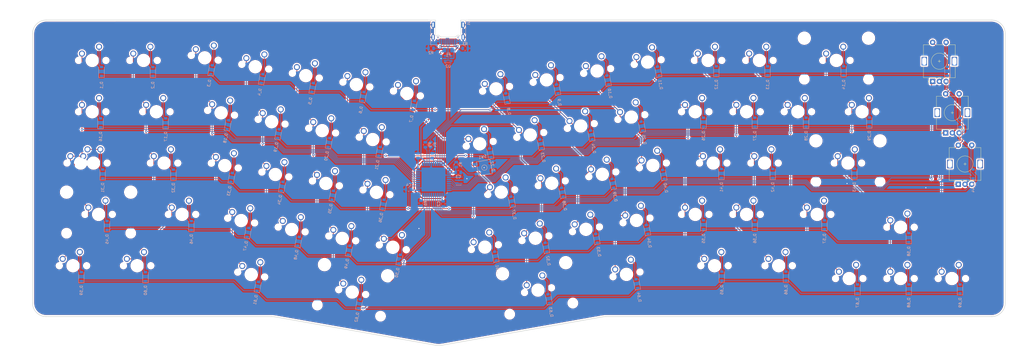
<source format=kicad_pcb>
(kicad_pcb (version 20200119) (host pcbnew "(5.99.0-1131-g93b7eacfb)")
  (layers (0 "F.Cu" signal) (31 "B.Cu" signal) (34 "B.Paste" user) (35 "F.Paste" user) (36 "B.SilkS" user) (37 "F.SilkS" user) (38 "B.Mask" user) (39 "F.Mask" user) (44 "Edge.Cuts" user))
  (net 0 "")
  (net 1 "col0")
  (net 2 "col1")
  (net 3 "col2")
  (net 4 "col3")
  (net 5 "col5")
  (net 6 "col6")
  (net 7 "col7")
  (net 8 "col8")
  (net 9 "col9")
  (net 10 "col10")
  (net 11 "col11")
  (net 12 "col12")
  (net 13 "col13")
  (net 14 "row0")
  (net 15 "row1")
  (net 16 "row2")
  (net 17 "row3")
  (net 18 "row4")
  (net 19 "Net-(D_1-Pad2)")
  (net 20 "Net-(D_32-Pad2)")
  (net 21 "Net-(D_33-Pad2)")
  (net 22 "Net-(D_34-Pad2)")
  (net 23 "Net-(D_35-Pad2)")
  (net 24 "Net-(D_36-Pad2)")
  (net 25 "Net-(D_51-Pad2)")
  (net 26 "Net-(D_52-Pad2)")
  (net 27 "Net-(D_53-Pad2)")
  (net 28 "Net-(D_54-Pad2)")
  (net 29 "Net-(D_2-Pad2)")
  (net 30 "Net-(D_3-Pad2)")
  (net 31 "Net-(D_4-Pad2)")
  (net 32 "Net-(D_5-Pad2)")
  (net 33 "Net-(D_6-Pad2)")
  (net 34 "Net-(D_7-Pad2)")
  (net 35 "Net-(D_37-Pad2)")
  (net 36 "Net-(D_38-Pad2)")
  (net 37 "Net-(D_39-Pad2)")
  (net 38 "Net-(D_40-Pad2)")
  (net 39 "Net-(D_55-Pad2)")
  (net 40 "Net-(D_56-Pad2)")
  (net 41 "Net-(D_57-Pad2)")
  (net 42 "Net-(D_58-Pad2)")
  (net 43 "Net-(D_8-Pad2)")
  (net 44 "Net-(D_9-Pad2)")
  (net 45 "Net-(D_10-Pad2)")
  (net 46 "Net-(D_11-Pad2)")
  (net 47 "Net-(D_12-Pad2)")
  (net 48 "Net-(D_13-Pad2)")
  (net 49 "Net-(D_14-Pad2)")
  (net 50 "Net-(D_41-Pad2)")
  (net 51 "Net-(D_42-Pad2)")
  (net 52 "Net-(D_43-Pad2)")
  (net 53 "Net-(D_59-Pad2)")
  (net 54 "Net-(D_60-Pad2)")
  (net 55 "Net-(D_61-Pad2)")
  (net 56 "Net-(D_62-Pad2)")
  (net 57 "Net-(D_16-Pad2)")
  (net 58 "Net-(D_17-Pad2)")
  (net 59 "Net-(D_18-Pad2)")
  (net 60 "Net-(D_19-Pad2)")
  (net 61 "Net-(D_20-Pad2)")
  (net 62 "Net-(D_45-Pad2)")
  (net 63 "Net-(D_46-Pad2)")
  (net 64 "Net-(D_47-Pad2)")
  (net 65 "Net-(D_48-Pad2)")
  (net 66 "Net-(D_63-Pad2)")
  (net 67 "Net-(D_64-Pad2)")
  (net 68 "Net-(D_65-Pad2)")
  (net 69 "Net-(D_66-Pad2)")
  (net 70 "Net-(D_21-Pad2)")
  (net 71 "Net-(D_22-Pad2)")
  (net 72 "Net-(D_23-Pad2)")
  (net 73 "Net-(D_24-Pad2)")
  (net 74 "Net-(D_25-Pad2)")
  (net 75 "Net-(D_26-Pad2)")
  (net 76 "Net-(D_49-Pad2)")
  (net 77 "Net-(D_50-Pad2)")
  (net 78 "Net-(D_67-Pad2)")
  (net 79 "Net-(D_68-Pad2)")
  (net 80 "Net-(D_27-Pad2)")
  (net 81 "Net-(D_28-Pad2)")
  (net 82 "Net-(D_29-Pad2)")
  (net 83 "Net-(D_31-Pad2)")
  (net 84 "col4")
  (net 85 "Net-(D_69-Pad2)")
  (net 86 "GND")
  (net 87 "Net-(C1-Pad1)")
  (net 88 "+5V")
  (net 89 "VBUS")
  (net 90 "Net-(R1-Pad2)")
  (net 91 "D+")
  (net 92 "Net-(R4-Pad1)")
  (net 93 "D-")
  (net 94 "Net-(R5-Pad1)")
  (net 95 "Net-(R6-Pad2)")
  (net 96 "Net-(U1-Pad42)")
  (net 97 "Net-(U1-Pad17)")
  (net 98 "Net-(U1-Pad16)")
  (net 99 "Net-(U1-Pad1)")
  (net 100 "Net-(U2-Pad4)")
  (net 101 "Net-(U2-Pad3)")
  (net 102 "Net-(J1-PadB8)")
  (net 103 "Net-(J1-PadA5)")
  (net 104 "Net-(J1-PadB5)")
  (net 105 "Net-(J1-PadA8)")
  (net 106 "0row")
  (net 107 "1row")
  (net 108 "2row")
  (net 109 "0col")
  (net 110 "ENC0A")
  (net 111 "ENCB")
  (net 112 "ENC1A")
  (net 113 "ENC2A")
  (module "Diode_SMD:D_SOD-123" (layer "B.Cu") (at 466.35735 243.125046 90)
    (fp_text reference "D_69" (at -5.08 0 90) (layer "B.SilkS") (effects (justify mirror)))
    (fp_text value "D")
    (pad "2" smd rect (at 1.65 0 90) (size 0.9 1.2) (layers "B.Cu" "B.Paste" "B.Mask") (net 85 "Net-(D_69-Pad2)"))
    (pad "1" smd rect (at -1.65 0 90) (size 0.9 1.2) (layers "B.Cu" "B.Paste" "B.Mask") (net 18 "row4"))
  )
  (module "Diode_SMD:D_SOD-123" (layer "B.Cu") (at 447.30735 243.125046 90)
    (fp_text reference "D_68" (at -5.08 0 90) (layer "B.SilkS") (effects (justify mirror)))
    (fp_text value "D")
    (pad "2" smd rect (at 1.65 0 90) (size 0.9 1.2) (layers "B.Cu" "B.Paste" "B.Mask") (net 79 "Net-(D_68-Pad2)"))
    (pad "1" smd rect (at -1.65 0 90) (size 0.9 1.2) (layers "B.Cu" "B.Paste" "B.Mask") (net 18 "row4"))
  )
  (module "Diode_SMD:D_SOD-123" (layer "B.Cu") (at 428.25735 243.125046 90)
    (fp_text reference "D_67" (at -5.08 0 90) (layer "B.SilkS") (effects (justify mirror)))
    (fp_text value "D")
    (pad "2" smd rect (at 1.65 0 90) (size 0.9 1.2) (layers "B.Cu" "B.Paste" "B.Mask") (net 78 "Net-(D_67-Pad2)"))
    (pad "1" smd rect (at -1.65 0 90) (size 0.9 1.2) (layers "B.Cu" "B.Paste" "B.Mask") (net 18 "row4"))
  )
  (module "Diode_SMD:D_SOD-123" (layer "B.Cu") (at 401.70735 238.362546 90)
    (fp_text reference "D_66" (at -5.08 0 90) (layer "B.SilkS") (effects (justify mirror)))
    (fp_text value "D")
    (pad "2" smd rect (at 1.65 0 90) (size 0.9 1.2) (layers "B.Cu" "B.Paste" "B.Mask") (net 69 "Net-(D_66-Pad2)"))
    (pad "1" smd rect (at -1.65 0 90) (size 0.9 1.2) (layers "B.Cu" "B.Paste" "B.Mask") (net 18 "row4"))
  )
  (module "Diode_SMD:D_SOD-123" (layer "B.Cu") (at 377.89485 238.362546 90)
    (fp_text reference "D_65" (at -5.08 0 90) (layer "B.SilkS") (effects (justify mirror)))
    (fp_text value "D")
    (pad "2" smd rect (at 1.65 0 90) (size 0.9 1.2) (layers "B.Cu" "B.Paste" "B.Mask") (net 68 "Net-(D_65-Pad2)"))
    (pad "1" smd rect (at -1.65 0 90) (size 0.9 1.2) (layers "B.Cu" "B.Paste" "B.Mask") (net 18 "row4"))
  )
  (module "Diode_SMD:D_SOD-123" (layer "B.Cu") (at 346.38325 241.1697 100)
    (fp_text reference "D_64" (at -5.08 0 100) (layer "B.SilkS") (effects (justify mirror)))
    (fp_text value "D")
    (pad "2" smd rect (at 1.65 0 100) (size 0.9 1.2) (layers "B.Cu" "B.Paste" "B.Mask") (net 67 "Net-(D_64-Pad2)"))
    (pad "1" smd rect (at -1.65 0 100) (size 0.9 1.2) (layers "B.Cu" "B.Paste" "B.Mask") (net 18 "row4"))
  )
  (module "Diode_SMD:D_SOD-123" (layer "B.Cu") (at 313.68075 246.72595 100)
    (fp_text reference "D_63" (at -5.08 0 100) (layer "B.SilkS") (effects (justify mirror)))
    (fp_text value "D")
    (pad "2" smd rect (at 1.65 0 100) (size 0.9 1.2) (layers "B.Cu" "B.Paste" "B.Mask") (net 66 "Net-(D_63-Pad2)"))
    (pad "1" smd rect (at -1.65 0 100) (size 0.9 1.2) (layers "B.Cu" "B.Paste" "B.Mask") (net 18 "row4"))
  )
  (module "Diode_SMD:D_SOD-123" (layer "B.Cu") (at 243.346 248.63 80)
    (fp_text reference "D_62" (at -5.08 0 80) (layer "B.SilkS") (effects (justify mirror)))
    (fp_text value "D")
    (pad "2" smd rect (at 1.65 0 80) (size 0.9 1.2) (layers "B.Cu" "B.Paste" "B.Mask") (net 56 "Net-(D_62-Pad2)"))
    (pad "1" smd rect (at -1.65 0 80) (size 0.9 1.2) (layers "B.Cu" "B.Paste" "B.Mask") (net 18 "row4"))
  )
  (module "Diode_SMD:D_SOD-123" (layer "B.Cu") (at 205.7032 242.1784 80)
    (fp_text reference "D_61" (at -5.08 0 80) (layer "B.SilkS") (effects (justify mirror)))
    (fp_text value "D")
    (pad "2" smd rect (at 1.65 0 80) (size 0.9 1.2) (layers "B.Cu" "B.Paste" "B.Mask") (net 55 "Net-(D_61-Pad2)"))
    (pad "1" smd rect (at -1.65 0 80) (size 0.9 1.2) (layers "B.Cu" "B.Paste" "B.Mask") (net 18 "row4"))
  )
  (module "Diode_SMD:D_SOD-123" (layer "B.Cu") (at 163.98875 238.5568 90)
    (fp_text reference "D_60" (at -5.08 0 90) (layer "B.SilkS") (effects (justify mirror)))
    (fp_text value "D")
    (pad "2" smd rect (at 1.65 0 90) (size 0.9 1.2) (layers "B.Cu" "B.Paste" "B.Mask") (net 54 "Net-(D_60-Pad2)"))
    (pad "1" smd rect (at -1.65 0 90) (size 0.9 1.2) (layers "B.Cu" "B.Paste" "B.Mask") (net 18 "row4"))
  )
  (module "Diode_SMD:D_SOD-123" (layer "B.Cu") (at 140.17625 238.5568 90)
    (fp_text reference "D_59" (at -5.08 0 90) (layer "B.SilkS") (effects (justify mirror)))
    (fp_text value "D")
    (pad "2" smd rect (at 1.65 0 90) (size 0.9 1.2) (layers "B.Cu" "B.Paste" "B.Mask") (net 53 "Net-(D_59-Pad2)"))
    (pad "1" smd rect (at -1.65 0 90) (size 0.9 1.2) (layers "B.Cu" "B.Paste" "B.Mask") (net 18 "row4"))
  )
  (module "Diode_SMD:D_SOD-123" (layer "B.Cu") (at 447.30735 224.075046 90)
    (fp_text reference "D_58" (at -5.08 0 90) (layer "B.SilkS") (effects (justify mirror)))
    (fp_text value "D")
    (pad "2" smd rect (at 1.65 0 90) (size 0.9 1.2) (layers "B.Cu" "B.Paste" "B.Mask") (net 42 "Net-(D_58-Pad2)"))
    (pad "1" smd rect (at -1.65 0 90) (size 0.9 1.2) (layers "B.Cu" "B.Paste" "B.Mask") (net 17 "row3"))
  )
  (module "Diode_SMD:D_SOD-123" (layer "B.Cu") (at 415.99485 219.312546 90)
    (fp_text reference "D_57" (at -5.08 0 90) (layer "B.SilkS") (effects (justify mirror)))
    (fp_text value "D")
    (pad "2" smd rect (at 1.65 0 90) (size 0.9 1.2) (layers "B.Cu" "B.Paste" "B.Mask") (net 41 "Net-(D_57-Pad2)"))
    (pad "1" smd rect (at -1.65 0 90) (size 0.9 1.2) (layers "B.Cu" "B.Paste" "B.Mask") (net 17 "row3"))
  )
  (module "Diode_SMD:D_SOD-123" (layer "B.Cu") (at 390.15735 219.312546 90)
    (fp_text reference "D_56" (at -5.08 0 90) (layer "B.SilkS") (effects (justify mirror)))
    (fp_text value "D")
    (pad "2" smd rect (at 1.65 0 90) (size 0.9 1.2) (layers "B.Cu" "B.Paste" "B.Mask") (net 40 "Net-(D_56-Pad2)"))
    (pad "1" smd rect (at -1.65 0 90) (size 0.9 1.2) (layers "B.Cu" "B.Paste" "B.Mask") (net 17 "row3"))
  )
  (module "Diode_SMD:D_SOD-123" (layer "B.Cu") (at 371.10735 219.312546 90)
    (fp_text reference "D_55" (at -5.08 0 90) (layer "B.SilkS") (effects (justify mirror)))
    (fp_text value "D")
    (pad "2" smd rect (at 1.65 0 90) (size 0.9 1.2) (layers "B.Cu" "B.Paste" "B.Mask") (net 39 "Net-(D_55-Pad2)"))
    (pad "1" smd rect (at -1.65 0 90) (size 0.9 1.2) (layers "B.Cu" "B.Paste" "B.Mask") (net 17 "row3"))
  )
  (module "Diode_SMD:D_SOD-123" (layer "B.Cu") (at 350.163321 221.032558 100)
    (fp_text reference "D_54" (at -5.08 0 100) (layer "B.SilkS") (effects (justify mirror)))
    (fp_text value "D")
    (pad "2" smd rect (at 1.65 0 100) (size 0.9 1.2) (layers "B.Cu" "B.Paste" "B.Mask") (net 28 "Net-(D_54-Pad2)"))
    (pad "1" smd rect (at -1.65 0 100) (size 0.9 1.2) (layers "B.Cu" "B.Paste" "B.Mask") (net 17 "row3"))
  )
  (module "Diode_SMD:D_SOD-123" (layer "B.Cu") (at 331.402734 224.340556 100)
    (fp_text reference "D_53" (at -5.08 0 100) (layer "B.SilkS") (effects (justify mirror)))
    (fp_text value "D")
    (pad "2" smd rect (at 1.65 0 100) (size 0.9 1.2) (layers "B.Cu" "B.Paste" "B.Mask") (net 27 "Net-(D_53-Pad2)"))
    (pad "1" smd rect (at -1.65 0 100) (size 0.9 1.2) (layers "B.Cu" "B.Paste" "B.Mask") (net 17 "row3"))
  )
  (module "Diode_SMD:D_SOD-123" (layer "B.Cu") (at 312.642146 227.648554 100)
    (fp_text reference "D_52" (at -5.08 0 100) (layer "B.SilkS") (effects (justify mirror)))
    (fp_text value "D")
    (pad "2" smd rect (at 1.65 0 100) (size 0.9 1.2) (layers "B.Cu" "B.Paste" "B.Mask") (net 26 "Net-(D_52-Pad2)"))
    (pad "1" smd rect (at -1.65 0 100) (size 0.9 1.2) (layers "B.Cu" "B.Paste" "B.Mask") (net 17 "row3"))
  )
  (module "Diode_SMD:D_SOD-123" (layer "B.Cu") (at 293.881558 230.956551 100)
    (fp_text reference "D_51" (at -5.08 0 100) (layer "B.SilkS") (effects (justify mirror)))
    (fp_text value "D")
    (pad "2" smd rect (at 1.65 0 100) (size 0.9 1.2) (layers "B.Cu" "B.Paste" "B.Mask") (net 25 "Net-(D_51-Pad2)"))
    (pad "1" smd rect (at -1.65 0 100) (size 0.9 1.2) (layers "B.Cu" "B.Paste" "B.Mask") (net 17 "row3"))
  )
  (module "Diode_SMD:D_SOD-123" (layer "B.Cu") (at 258.324154 232.092604 80)
    (fp_text reference "D_50" (at -5.08 0 80) (layer "B.SilkS") (effects (justify mirror)))
    (fp_text value "D")
    (pad "2" smd rect (at 1.65 0 80) (size 0.9 1.2) (layers "B.Cu" "B.Paste" "B.Mask") (net 77 "Net-(D_50-Pad2)"))
    (pad "1" smd rect (at -1.65 0 80) (size 0.9 1.2) (layers "B.Cu" "B.Paste" "B.Mask") (net 17 "row3"))
  )
  (module "Diode_SMD:D_SOD-123" (layer "B.Cu") (at 239.563566 228.784606 80)
    (fp_text reference "D_49" (at -5.08 0 80) (layer "B.SilkS") (effects (justify mirror)))
    (fp_text value "D")
    (pad "2" smd rect (at 1.65 0 80) (size 0.9 1.2) (layers "B.Cu" "B.Paste" "B.Mask") (net 76 "Net-(D_49-Pad2)"))
    (pad "1" smd rect (at -1.65 0 80) (size 0.9 1.2) (layers "B.Cu" "B.Paste" "B.Mask") (net 17 "row3"))
  )
  (module "Diode_SMD:D_SOD-123" (layer "B.Cu") (at 220.802979 225.476608 80)
    (fp_text reference "D_48" (at -5.08 0 80) (layer "B.SilkS") (effects (justify mirror)))
    (fp_text value "D")
    (pad "2" smd rect (at 1.65 0 80) (size 0.9 1.2) (layers "B.Cu" "B.Paste" "B.Mask") (net 65 "Net-(D_48-Pad2)"))
    (pad "1" smd rect (at -1.65 0 80) (size 0.9 1.2) (layers "B.Cu" "B.Paste" "B.Mask") (net 17 "row3"))
  )
  (module "Diode_SMD:D_SOD-123" (layer "B.Cu") (at 202.042391 222.16861 80)
    (fp_text reference "D_47" (at -5.08 0 80) (layer "B.SilkS") (effects (justify mirror)))
    (fp_text value "D")
    (pad "2" smd rect (at 1.65 0 80) (size 0.9 1.2) (layers "B.Cu" "B.Paste" "B.Mask") (net 64 "Net-(D_47-Pad2)"))
    (pad "1" smd rect (at -1.65 0 80) (size 0.9 1.2) (layers "B.Cu" "B.Paste" "B.Mask") (net 17 "row3"))
  )
  (module "Diode_SMD:D_SOD-123" (layer "B.Cu") (at 181.01375 219.566546 90)
    (fp_text reference "D_46" (at -5.08 0 90) (layer "B.SilkS") (effects (justify mirror)))
    (fp_text value "D")
    (pad "2" smd rect (at 1.65 0 90) (size 0.9 1.2) (layers "B.Cu" "B.Paste" "B.Mask") (net 63 "Net-(D_46-Pad2)"))
    (pad "1" smd rect (at -1.65 0 90) (size 0.9 1.2) (layers "B.Cu" "B.Paste" "B.Mask") (net 17 "row3"))
  )
  (module "Diode_SMD:D_SOD-123" (layer "B.Cu") (at 149.733 219.566546 90)
    (fp_text reference "D_45" (at -5.08 0 90) (layer "B.SilkS") (effects (justify mirror)))
    (fp_text value "D")
    (pad "2" smd rect (at 1.65 0 90) (size 0.9 1.2) (layers "B.Cu" "B.Paste" "B.Mask") (net 62 "Net-(D_45-Pad2)"))
    (pad "1" smd rect (at -1.65 0 90) (size 0.9 1.2) (layers "B.Cu" "B.Paste" "B.Mask") (net 17 "row3"))
  )
  (module "Diode_SMD:D_SOD-123" (layer "B.Cu") (at 471.1936 200.426296 90)
    (fp_text reference "D_44" (at -5.08 0 90) (layer "B.SilkS") (effects (justify mirror)))
    (fp_text value "D")
    (pad "2" smd rect (at 1.65 0 90) (size 0.9 1.2) (layers "B.Cu" "B.Paste" "B.Mask") (net 108 "2row"))
    (pad "1" smd rect (at -1.65 0 90) (size 0.9 1.2) (layers "B.Cu" "B.Paste" "B.Mask") (net 16 "row2"))
  )
  (module "Diode_SMD:D_SOD-123" (layer "B.Cu") (at 427.10735 200.2028 90)
    (fp_text reference "D_43" (at -5.08 0 90) (layer "B.SilkS") (effects (justify mirror)))
    (fp_text value "D")
    (pad "2" smd rect (at 1.65 0 90) (size 0.9 1.2) (layers "B.Cu" "B.Paste" "B.Mask") (net 52 "Net-(D_43-Pad2)"))
    (pad "1" smd rect (at -1.65 0 90) (size 0.9 1.2) (layers "B.Cu" "B.Paste" "B.Mask") (net 16 "row2"))
  )
  (module "Diode_SMD:D_SOD-123" (layer "B.Cu") (at 396.82485 200.262546 90)
    (fp_text reference "D_42" (at -5.08 0 90) (layer "B.SilkS") (effects (justify mirror)))
    (fp_text value "D")
    (pad "2" smd rect (at 1.65 0 90) (size 0.9 1.2) (layers "B.Cu" "B.Paste" "B.Mask") (net 51 "Net-(D_42-Pad2)"))
    (pad "1" smd rect (at -1.65 0 90) (size 0.9 1.2) (layers "B.Cu" "B.Paste" "B.Mask") (net 16 "row2"))
  )
  (module "Diode_SMD:D_SOD-123" (layer "B.Cu") (at 377.77485 200.262546 90)
    (fp_text reference "D_41" (at -5.08 0 90) (layer "B.SilkS") (effects (justify mirror)))
    (fp_text value "D")
    (pad "2" smd rect (at 1.65 0 90) (size 0.9 1.2) (layers "B.Cu" "B.Paste" "B.Mask") (net 50 "Net-(D_41-Pad2)"))
    (pad "1" smd rect (at -1.65 0 90) (size 0.9 1.2) (layers "B.Cu" "B.Paste" "B.Mask") (net 16 "row2"))
  )
  (module "Diode_SMD:D_SOD-123" (layer "B.Cu") (at 356.235617 200.617972 100)
    (fp_text reference "D_40" (at -5.08 0 100) (layer "B.SilkS") (effects (justify mirror)))
    (fp_text value "D")
    (pad "2" smd rect (at 1.65 0 100) (size 0.9 1.2) (layers "B.Cu" "B.Paste" "B.Mask") (net 38 "Net-(D_40-Pad2)"))
    (pad "1" smd rect (at -1.65 0 100) (size 0.9 1.2) (layers "B.Cu" "B.Paste" "B.Mask") (net 16 "row2"))
  )
  (module "Diode_SMD:D_SOD-123" (layer "B.Cu") (at 337.47503 203.925969 100)
    (fp_text reference "D_39" (at -5.08 0 100) (layer "B.SilkS") (effects (justify mirror)))
    (fp_text value "D")
    (pad "2" smd rect (at 1.65 0 100) (size 0.9 1.2) (layers "B.Cu" "B.Paste" "B.Mask") (net 37 "Net-(D_39-Pad2)"))
    (pad "1" smd rect (at -1.65 0 100) (size 0.9 1.2) (layers "B.Cu" "B.Paste" "B.Mask") (net 16 "row2"))
  )
  (module "Diode_SMD:D_SOD-123" (layer "B.Cu") (at 318.714442 207.233967 100)
    (fp_text reference "D_38" (at -5.08 0 100) (layer "B.SilkS") (effects (justify mirror)))
    (fp_text value "D")
    (pad "2" smd rect (at 1.65 0 100) (size 0.9 1.2) (layers "B.Cu" "B.Paste" "B.Mask") (net 36 "Net-(D_38-Pad2)"))
    (pad "1" smd rect (at -1.65 0 100) (size 0.9 1.2) (layers "B.Cu" "B.Paste" "B.Mask") (net 16 "row2"))
  )
  (module "Diode_SMD:D_SOD-123" (layer "B.Cu") (at 299.953854 210.541965 100)
    (fp_text reference "D_37" (at -5.08 0 100) (layer "B.SilkS") (effects (justify mirror)))
    (fp_text value "D")
    (pad "2" smd rect (at 1.65 0 100) (size 0.9 1.2) (layers "B.Cu" "B.Paste" "B.Mask") (net 35 "Net-(D_37-Pad2)"))
    (pad "1" smd rect (at -1.65 0 100) (size 0.9 1.2) (layers "B.Cu" "B.Paste" "B.Mask") (net 16 "row2"))
  )
  (module "Diode_SMD:D_SOD-123" (layer "B.Cu") (at 252.251858 211.678017 80)
    (fp_text reference "D_36" (at -5.08 0 80) (layer "B.SilkS") (effects (justify mirror)))
    (fp_text value "D")
    (pad "2" smd rect (at 1.65 0 80) (size 0.9 1.2) (layers "B.Cu" "B.Paste" "B.Mask") (net 24 "Net-(D_36-Pad2)"))
    (pad "1" smd rect (at -1.65 0 80) (size 0.9 1.2) (layers "B.Cu" "B.Paste" "B.Mask") (net 16 "row2"))
  )
  (module "Diode_SMD:D_SOD-123" (layer "B.Cu") (at 233.49127 208.370019 80)
    (fp_text reference "D_35" (at -5.08 0 80) (layer "B.SilkS") (effects (justify mirror)))
    (fp_text value "D")
    (pad "2" smd rect (at 1.65 0 80) (size 0.9 1.2) (layers "B.Cu" "B.Paste" "B.Mask") (net 23 "Net-(D_35-Pad2)"))
    (pad "1" smd rect (at -1.65 0 80) (size 0.9 1.2) (layers "B.Cu" "B.Paste" "B.Mask") (net 16 "row2"))
  )
  (module "Diode_SMD:D_SOD-123" (layer "B.Cu") (at 214.730683 205.062022 80)
    (fp_text reference "D_34" (at -5.08 0 80) (layer "B.SilkS") (effects (justify mirror)))
    (fp_text value "D")
    (pad "2" smd rect (at 1.65 0 80) (size 0.9 1.2) (layers "B.Cu" "B.Paste" "B.Mask") (net 22 "Net-(D_34-Pad2)"))
    (pad "1" smd rect (at -1.65 0 80) (size 0.9 1.2) (layers "B.Cu" "B.Paste" "B.Mask") (net 16 "row2"))
  )
  (module "Diode_SMD:D_SOD-123" (layer "B.Cu") (at 195.970095 201.754024 80)
    (fp_text reference "D_33" (at -5.08 0 80) (layer "B.SilkS") (effects (justify mirror)))
    (fp_text value "D")
    (pad "2" smd rect (at 1.65 0 80) (size 0.9 1.2) (layers "B.Cu" "B.Paste" "B.Mask") (net 21 "Net-(D_33-Pad2)"))
    (pad "1" smd rect (at -1.65 0 80) (size 0.9 1.2) (layers "B.Cu" "B.Paste" "B.Mask") (net 16 "row2"))
  )
  (module "Diode_SMD:D_SOD-123" (layer "B.Cu") (at 174.34625 200.516546 90)
    (fp_text reference "D_32" (at -5.08 0 90) (layer "B.SilkS") (effects (justify mirror)))
    (fp_text value "D")
    (pad "2" smd rect (at 1.65 0 90) (size 0.9 1.2) (layers "B.Cu" "B.Paste" "B.Mask") (net 20 "Net-(D_32-Pad2)"))
    (pad "1" smd rect (at -1.65 0 90) (size 0.9 1.2) (layers "B.Cu" "B.Paste" "B.Mask") (net 16 "row2"))
  )
  (module "Diode_SMD:D_SOD-123" (layer "B.Cu") (at 148.11375 200.4568 90)
    (fp_text reference "D_31" (at -5.08 0 90) (layer "B.SilkS") (effects (justify mirror)))
    (fp_text value "D")
    (pad "2" smd rect (at 1.65 0 90) (size 0.9 1.2) (layers "B.Cu" "B.Paste" "B.Mask") (net 83 "Net-(D_31-Pad2)"))
    (pad "1" smd rect (at -1.65 0 90) (size 0.9 1.2) (layers "B.Cu" "B.Paste" "B.Mask") (net 16 "row2"))
  )
  (module "Diode_SMD:D_SOD-123" (layer "B.Cu") (at 466.4311 181.376296 90)
    (fp_text reference "D_30" (at -5.08 0 90) (layer "B.SilkS") (effects (justify mirror)))
    (fp_text value "D")
    (pad "2" smd rect (at 1.65 0 90) (size 0.9 1.2) (layers "B.Cu" "B.Paste" "B.Mask") (net 107 "1row"))
    (pad "1" smd rect (at -1.65 0 90) (size 0.9 1.2) (layers "B.Cu" "B.Paste" "B.Mask") (net 15 "row1"))
  )
  (module "Diode_SMD:D_SOD-123" (layer "B.Cu") (at 432.6636 181.1528 90)
    (fp_text reference "D_29" (at -5.08 0 90) (layer "B.SilkS") (effects (justify mirror)))
    (fp_text value "D")
    (pad "2" smd rect (at 1.65 0 90) (size 0.9 1.2) (layers "B.Cu" "B.Paste" "B.Mask") (net 82 "Net-(D_29-Pad2)"))
    (pad "1" smd rect (at -1.65 0 90) (size 0.9 1.2) (layers "B.Cu" "B.Paste" "B.Mask") (net 15 "row1"))
  )
  (module "Diode_SMD:D_SOD-123" (layer "B.Cu") (at 409.20735 181.212546 90)
    (fp_text reference "D_28" (at -5.08 0 90) (layer "B.SilkS") (effects (justify mirror)))
    (fp_text value "D")
    (pad "2" smd rect (at 1.65 0 90) (size 0.9 1.2) (layers "B.Cu" "B.Paste" "B.Mask") (net 81 "Net-(D_28-Pad2)"))
    (pad "1" smd rect (at -1.65 0 90) (size 0.9 1.2) (layers "B.Cu" "B.Paste" "B.Mask") (net 15 "row1"))
  )
  (module "Diode_SMD:D_SOD-123" (layer "B.Cu") (at 390.15735 181.212546 90)
    (fp_text reference "D_27" (at -5.08 0 90) (layer "B.SilkS") (effects (justify mirror)))
    (fp_text value "D")
    (pad "2" smd rect (at 1.65 0 90) (size 0.9 1.2) (layers "B.Cu" "B.Paste" "B.Mask") (net 80 "Net-(D_27-Pad2)"))
    (pad "1" smd rect (at -1.65 0 90) (size 0.9 1.2) (layers "B.Cu" "B.Paste" "B.Mask") (net 15 "row1"))
  )
  (module "Diode_SMD:D_SOD-123" (layer "B.Cu") (at 371.10735 181.212546 90)
    (fp_text reference "D_26" (at -5.08 0 90) (layer "B.SilkS") (effects (justify mirror)))
    (fp_text value "D")
    (pad "2" smd rect (at 1.65 0 90) (size 0.9 1.2) (layers "B.Cu" "B.Paste" "B.Mask") (net 75 "Net-(D_26-Pad2)"))
    (pad "1" smd rect (at -1.65 0 90) (size 0.9 1.2) (layers "B.Cu" "B.Paste" "B.Mask") (net 15 "row1"))
  )
  (module "Diode_SMD:D_SOD-123" (layer "B.Cu") (at 348.237473 182.684383 100)
    (fp_text reference "D_25" (at -5.08 0 100) (layer "B.SilkS") (effects (justify mirror)))
    (fp_text value "D")
    (pad "2" smd rect (at 1.65 0 100) (size 0.9 1.2) (layers "B.Cu" "B.Paste" "B.Mask") (net 74 "Net-(D_25-Pad2)"))
    (pad "1" smd rect (at -1.65 0 100) (size 0.9 1.2) (layers "B.Cu" "B.Paste" "B.Mask") (net 15 "row1"))
  )
  (module "Diode_SMD:D_SOD-123" (layer "B.Cu") (at 329.476885 185.992381 100)
    (fp_text reference "D_24" (at -5.08 0 100) (layer "B.SilkS") (effects (justify mirror)))
    (fp_text value "D")
    (pad "2" smd rect (at 1.65 0 100) (size 0.9 1.2) (layers "B.Cu" "B.Paste" "B.Mask") (net 73 "Net-(D_24-Pad2)"))
    (pad "1" smd rect (at -1.65 0 100) (size 0.9 1.2) (layers "B.Cu" "B.Paste" "B.Mask") (net 15 "row1"))
  )
  (module "Diode_SMD:D_SOD-123" (layer "B.Cu") (at 310.716297 189.300379 100)
    (fp_text reference "D_23" (at -5.08 0 100) (layer "B.SilkS") (effects (justify mirror)))
    (fp_text value "D")
    (pad "2" smd rect (at 1.65 0 100) (size 0.9 1.2) (layers "B.Cu" "B.Paste" "B.Mask") (net 72 "Net-(D_23-Pad2)"))
    (pad "1" smd rect (at -1.65 0 100) (size 0.9 1.2) (layers "B.Cu" "B.Paste" "B.Mask") (net 15 "row1"))
  )
  (module "Diode_SMD:D_SOD-123" (layer "B.Cu") (at 291.955709 192.608377 100)
    (fp_text reference "D_22" (at -5.08 0 100) (layer "B.SilkS") (effects (justify mirror)))
    (fp_text value "D")
    (pad "2" smd rect (at 1.65 0 100) (size 0.9 1.2) (layers "B.Cu" "B.Paste" "B.Mask") (net 71 "Net-(D_22-Pad2)"))
    (pad "1" smd rect (at -1.65 0 100) (size 0.9 1.2) (layers "B.Cu" "B.Paste" "B.Mask") (net 15 "row1"))
  )
  (module "Diode_SMD:D_SOD-123" (layer "B.Cu") (at 250.869709 192.09043 80)
    (fp_text reference "D_21" (at -5.08 0 80) (layer "B.SilkS") (effects (justify mirror)))
    (fp_text value "D")
    (pad "2" smd rect (at 1.65 0 80) (size 0.9 1.2) (layers "B.Cu" "B.Paste" "B.Mask") (net 70 "Net-(D_21-Pad2)"))
    (pad "1" smd rect (at -1.65 0 80) (size 0.9 1.2) (layers "B.Cu" "B.Paste" "B.Mask") (net 15 "row1"))
  )
  (module "Diode_SMD:D_SOD-123" (layer "B.Cu") (at 232.109121 188.782432 80)
    (fp_text reference "D_20" (at -5.08 0 80) (layer "B.SilkS") (effects (justify mirror)))
    (fp_text value "D")
    (pad "2" smd rect (at 1.65 0 80) (size 0.9 1.2) (layers "B.Cu" "B.Paste" "B.Mask") (net 61 "Net-(D_20-Pad2)"))
    (pad "1" smd rect (at -1.65 0 80) (size 0.9 1.2) (layers "B.Cu" "B.Paste" "B.Mask") (net 15 "row1"))
  )
  (module "Diode_SMD:D_SOD-123" (layer "B.Cu") (at 213.348534 185.474434 80)
    (fp_text reference "D_19" (at -5.08 0 80) (layer "B.SilkS") (effects (justify mirror)))
    (fp_text value "D")
    (pad "2" smd rect (at 1.65 0 80) (size 0.9 1.2) (layers "B.Cu" "B.Paste" "B.Mask") (net 60 "Net-(D_19-Pad2)"))
    (pad "1" smd rect (at -1.65 0 80) (size 0.9 1.2) (layers "B.Cu" "B.Paste" "B.Mask") (net 15 "row1"))
  )
  (module "Diode_SMD:D_SOD-123" (layer "B.Cu") (at 194.587946 182.166437 80)
    (fp_text reference "D_18" (at -5.08 0 80) (layer "B.SilkS") (effects (justify mirror)))
    (fp_text value "D")
    (pad "2" smd rect (at 1.65 0 80) (size 0.9 1.2) (layers "B.Cu" "B.Paste" "B.Mask") (net 59 "Net-(D_18-Pad2)"))
    (pad "1" smd rect (at -1.65 0 80) (size 0.9 1.2) (layers "B.Cu" "B.Paste" "B.Mask") (net 15 "row1"))
  )
  (module "Diode_SMD:D_SOD-123" (layer "B.Cu") (at 171.48875 181.466546 90)
    (fp_text reference "D_17" (at -5.08 0 90) (layer "B.SilkS") (effects (justify mirror)))
    (fp_text value "D")
    (pad "2" smd rect (at 1.65 0 90) (size 0.9 1.2) (layers "B.Cu" "B.Paste" "B.Mask") (net 58 "Net-(D_17-Pad2)"))
    (pad "1" smd rect (at -1.65 0 90) (size 0.9 1.2) (layers "B.Cu" "B.Paste" "B.Mask") (net 15 "row1"))
  )
  (module "Diode_SMD:D_SOD-123" (layer "B.Cu") (at 147.32 181.466546 90)
    (fp_text reference "D_16" (at -5.08 0 90) (layer "B.SilkS") (effects (justify mirror)))
    (fp_text value "D")
    (pad "2" smd rect (at 1.65 0 90) (size 0.9 1.2) (layers "B.Cu" "B.Paste" "B.Mask") (net 57 "Net-(D_16-Pad2)"))
    (pad "1" smd rect (at -1.65 0 90) (size 0.9 1.2) (layers "B.Cu" "B.Paste" "B.Mask") (net 15 "row1"))
  )
  (module "Diode_SMD:D_SOD-123" (layer "B.Cu") (at 461.6686 162.326296 90)
    (fp_text reference "D_15" (at -5.08 0 90) (layer "B.SilkS") (effects (justify mirror)))
    (fp_text value "D")
    (pad "2" smd rect (at 1.65 0 90) (size 0.9 1.2) (layers "B.Cu" "B.Paste" "B.Mask") (net 106 "0row"))
    (pad "1" smd rect (at -1.65 0 90) (size 0.9 1.2) (layers "B.Cu" "B.Paste" "B.Mask") (net 14 "row0"))
  )
  (module "Diode_SMD:D_SOD-123" (layer "B.Cu") (at 423.1386 162.162546 90)
    (fp_text reference "D_14" (at -5.08 0 90) (layer "B.SilkS") (effects (justify mirror)))
    (fp_text value "D")
    (pad "2" smd rect (at 1.65 0 90) (size 0.9 1.2) (layers "B.Cu" "B.Paste" "B.Mask") (net 49 "Net-(D_14-Pad2)"))
    (pad "1" smd rect (at -1.65 0 90) (size 0.9 1.2) (layers "B.Cu" "B.Paste" "B.Mask") (net 14 "row0"))
  )
  (module "Diode_SMD:D_SOD-123" (layer "B.Cu") (at 394.91985 162.162546 90)
    (fp_text reference "D_13" (at -5.08 0 90) (layer "B.SilkS") (effects (justify mirror)))
    (fp_text value "D")
    (pad "2" smd rect (at 1.65 0 90) (size 0.9 1.2) (layers "B.Cu" "B.Paste" "B.Mask") (net 48 "Net-(D_13-Pad2)"))
    (pad "1" smd rect (at -1.65 0 90) (size 0.9 1.2) (layers "B.Cu" "B.Paste" "B.Mask") (net 14 "row0"))
  )
  (module "Diode_SMD:D_SOD-123" (layer "B.Cu") (at 375.86985 162.162546 90)
    (fp_text reference "D_12" (at -5.08 0 90) (layer "B.SilkS") (effects (justify mirror)))
    (fp_text value "D")
    (pad "2" smd rect (at 1.65 0 90) (size 0.9 1.2) (layers "B.Cu" "B.Paste" "B.Mask") (net 47 "Net-(D_12-Pad2)"))
    (pad "1" smd rect (at -1.65 0 90) (size 0.9 1.2) (layers "B.Cu" "B.Paste" "B.Mask") (net 14 "row0"))
  )
  (module "Diode_SMD:D_SOD-123" (layer "B.Cu") (at 354.309769 162.269797 100)
    (fp_text reference "D_11" (at -5.08 0 100) (layer "B.SilkS") (effects (justify mirror)))
    (fp_text value "D")
    (pad "2" smd rect (at 1.65 0 100) (size 0.9 1.2) (layers "B.Cu" "B.Paste" "B.Mask") (net 46 "Net-(D_11-Pad2)"))
    (pad "1" smd rect (at -1.65 0 100) (size 0.9 1.2) (layers "B.Cu" "B.Paste" "B.Mask") (net 14 "row0"))
  )
  (module "Diode_SMD:D_SOD-123" (layer "B.Cu") (at 335.549181 165.577794 100)
    (fp_text reference "D_10" (at -5.08 0 100) (layer "B.SilkS") (effects (justify mirror)))
    (fp_text value "D")
    (pad "2" smd rect (at 1.65 0 100) (size 0.9 1.2) (layers "B.Cu" "B.Paste" "B.Mask") (net 45 "Net-(D_10-Pad2)"))
    (pad "1" smd rect (at -1.65 0 100) (size 0.9 1.2) (layers "B.Cu" "B.Paste" "B.Mask") (net 14 "row0"))
  )
  (module "Diode_SMD:D_SOD-123" (layer "B.Cu") (at 316.788593 168.885792 100)
    (fp_text reference "D_9" (at -5.08 0 100) (layer "B.SilkS") (effects (justify mirror)))
    (fp_text value "D")
    (pad "2" smd rect (at 1.65 0 100) (size 0.9 1.2) (layers "B.Cu" "B.Paste" "B.Mask") (net 44 "Net-(D_9-Pad2)"))
    (pad "1" smd rect (at -1.65 0 100) (size 0.9 1.2) (layers "B.Cu" "B.Paste" "B.Mask") (net 14 "row0"))
  )
  (module "Diode_SMD:D_SOD-123" (layer "B.Cu") (at 298.028006 172.19379 100)
    (fp_text reference "D_8" (at -5.08 0 100) (layer "B.SilkS") (effects (justify mirror)))
    (fp_text value "D")
    (pad "2" smd rect (at 1.65 0 100) (size 0.9 1.2) (layers "B.Cu" "B.Paste" "B.Mask") (net 43 "Net-(D_8-Pad2)"))
    (pad "1" smd rect (at -1.65 0 100) (size 0.9 1.2) (layers "B.Cu" "B.Paste" "B.Mask") (net 14 "row0"))
  )
  (module "Diode_SMD:D_SOD-123" (layer "B.Cu") (at 263.558001 174.983841 80)
    (fp_text reference "D_7" (at -5.08 0 80) (layer "B.SilkS") (effects (justify mirror)))
    (fp_text value "D")
    (pad "2" smd rect (at 1.65 0 80) (size 0.9 1.2) (layers "B.Cu" "B.Paste" "B.Mask") (net 34 "Net-(D_7-Pad2)"))
    (pad "1" smd rect (at -1.65 0 80) (size 0.9 1.2) (layers "B.Cu" "B.Paste" "B.Mask") (net 14 "row0"))
  )
  (module "Diode_SMD:D_SOD-123" (layer "B.Cu") (at 244.797413 171.675843 80)
    (fp_text reference "D_6" (at -5.08 0 80) (layer "B.SilkS") (effects (justify mirror)))
    (fp_text value "D")
    (pad "2" smd rect (at 1.65 0 80) (size 0.9 1.2) (layers "B.Cu" "B.Paste" "B.Mask") (net 33 "Net-(D_6-Pad2)"))
    (pad "1" smd rect (at -1.65 0 80) (size 0.9 1.2) (layers "B.Cu" "B.Paste" "B.Mask") (net 14 "row0"))
  )
  (module "Diode_SMD:D_SOD-123" (layer "B.Cu") (at 226.036825 168.367846 80)
    (fp_text reference "D_5" (at -5.08 0 80) (layer "B.SilkS") (effects (justify mirror)))
    (fp_text value "D")
    (pad "2" smd rect (at 1.65 0 80) (size 0.9 1.2) (layers "B.Cu" "B.Paste" "B.Mask") (net 32 "Net-(D_5-Pad2)"))
    (pad "1" smd rect (at -1.65 0 80) (size 0.9 1.2) (layers "B.Cu" "B.Paste" "B.Mask") (net 14 "row0"))
  )
  (module "Diode_SMD:D_SOD-123" (layer "B.Cu") (at 207.276238 165.059848 80)
    (fp_text reference "D_4" (at -5.08 0 80) (layer "B.SilkS") (effects (justify mirror)))
    (fp_text value "D")
    (pad "2" smd rect (at 1.65 0 80) (size 0.9 1.2) (layers "B.Cu" "B.Paste" "B.Mask") (net 31 "Net-(D_4-Pad2)"))
    (pad "1" smd rect (at -1.65 0 80) (size 0.9 1.2) (layers "B.Cu" "B.Paste" "B.Mask") (net 14 "row0"))
  )
  (module "Diode_SMD:D_SOD-123" (layer "B.Cu") (at 188.51565 161.75185 80)
    (fp_text reference "D_3" (at -5.08 0 80) (layer "B.SilkS") (effects (justify mirror)))
    (fp_text value "D")
    (pad "2" smd rect (at 1.65 0 80) (size 0.9 1.2) (layers "B.Cu" "B.Paste" "B.Mask") (net 30 "Net-(D_3-Pad2)"))
    (pad "1" smd rect (at -1.65 0 80) (size 0.9 1.2) (layers "B.Cu" "B.Paste" "B.Mask") (net 14 "row0"))
  )
  (module "Diode_SMD:D_SOD-123" (layer "B.Cu") (at 166.72625 162.416546 90)
    (fp_text reference "D_2" (at -5.08 0 90) (layer "B.SilkS") (effects (justify mirror)))
    (fp_text value "D")
    (pad "2" smd rect (at 1.65 0 90) (size 0.9 1.2) (layers "B.Cu" "B.Paste" "B.Mask") (net 29 "Net-(D_2-Pad2)"))
    (pad "1" smd rect (at -1.65 0 90) (size 0.9 1.2) (layers "B.Cu" "B.Paste" "B.Mask") (net 14 "row0"))
  )
  (module "Diode_SMD:D_SOD-123" (layer "B.Cu") (at 147.67625 162.416546 90)
    (fp_text reference "D_1" (at -5.08 0 90) (layer "B.SilkS") (effects (justify mirror)))
    (fp_text value "D")
    (pad "2" smd rect (at 1.65 0 90) (size 0.9 1.2) (layers "B.Cu" "B.Paste" "B.Mask") (net 19 "Net-(D_1-Pad2)"))
    (pad "1" smd rect (at -1.65 0 90) (size 0.9 1.2) (layers "B.Cu" "B.Paste" "B.Mask") (net 14 "row0"))
  )
  (module "Keebio-Parts:RotaryEncoder_EC11" (layer "F.Cu") (at 468.19575 196.75975 90)
    (fp_text reference "SW4")
    (fp_text value "Rotary_Encoder_Switch")
    (pad "A" thru_hole rect (at -7.5 -2.5 90) (size 2 2) (drill 1) (layers *.Cu *.Mask) (net 113 "ENC2A"))
    (pad "C" thru_hole circle (at -7.5 0 90) (size 2 2) (drill 1) (layers *.Cu *.Mask) (net 86 "GND"))
    (pad "B" thru_hole circle (at -7.5 2.5 90) (size 2 2) (drill 1) (layers *.Cu *.Mask) (net 111 "ENCB"))
    (pad "" np_thru_hole rect (at 0 -5.6 90) (size 3.2 2) (drill oval 2.8 1.5) (layers *.Cu *.Mask))
    (pad "" np_thru_hole rect (at 0 5.6 90) (size 3.2 2) (drill oval 2.8 1.5) (layers *.Cu *.Mask))
    (pad "S2" thru_hole circle (at 7 -2.5 90) (size 2 2) (drill 1) (layers *.Cu *.Mask) (net 109 "0col"))
    (pad "S1" thru_hole circle (at 7 2.5 90) (size 2 2) (drill 1) (layers *.Cu *.Mask) (net 108 "2row"))
  )
  (module "Keebio-Parts:RotaryEncoder_EC11" (layer "F.Cu") (at 463.49675 177.70975 90)
    (fp_text reference "SW3")
    (fp_text value "Rotary_Encoder_Switch")
    (pad "A" thru_hole rect (at -7.5 -2.5 90) (size 2 2) (drill 1) (layers *.Cu *.Mask) (net 112 "ENC1A"))
    (pad "C" thru_hole circle (at -7.5 0 90) (size 2 2) (drill 1) (layers *.Cu *.Mask) (net 86 "GND"))
    (pad "B" thru_hole circle (at -7.5 2.5 90) (size 2 2) (drill 1) (layers *.Cu *.Mask) (net 111 "ENCB"))
    (pad "" np_thru_hole rect (at 0 -5.6 90) (size 3.2 2) (drill oval 2.8 1.5) (layers *.Cu *.Mask))
    (pad "" np_thru_hole rect (at 0 5.6 90) (size 3.2 2) (drill oval 2.8 1.5) (layers *.Cu *.Mask))
    (pad "S2" thru_hole circle (at 7 -2.5 90) (size 2 2) (drill 1) (layers *.Cu *.Mask) (net 109 "0col"))
    (pad "S1" thru_hole circle (at 7 2.5 90) (size 2 2) (drill 1) (layers *.Cu *.Mask) (net 107 "1row"))
  )
  (module "Keebio-Parts:RotaryEncoder_EC11" (layer "F.Cu") (at 458.67075 158.59625 90)
    (fp_text reference "SW2")
    (fp_text value "Rotary_Encoder_Switch")
    (pad "A" thru_hole rect (at -7.5 -2.5 90) (size 2 2) (drill 1) (layers *.Cu *.Mask) (net 110 "ENC0A"))
    (pad "C" thru_hole circle (at -7.5 0 90) (size 2 2) (drill 1) (layers *.Cu *.Mask) (net 86 "GND"))
    (pad "B" thru_hole circle (at -7.5 2.5 90) (size 2 2) (drill 1) (layers *.Cu *.Mask) (net 111 "ENCB"))
    (pad "" np_thru_hole rect (at 0 -5.6 90) (size 3.2 2) (drill oval 2.8 1.5) (layers *.Cu *.Mask))
    (pad "" np_thru_hole rect (at 0 5.6 90) (size 3.2 2) (drill oval 2.8 1.5) (layers *.Cu *.Mask))
    (pad "S2" thru_hole circle (at 7 -2.5 90) (size 2 2) (drill 1) (layers *.Cu *.Mask) (net 109 "0col"))
    (pad "S1" thru_hole circle (at 7 2.5 90) (size 2 2) (drill 1) (layers *.Cu *.Mask) (net 106 "0row"))
  )
  (module "usb-type-c:Mid_Mount-USB_C_HandSoldering" (layer "B.Cu") (at 276.324 143.3418 90)
    (fp_text reference "J1" (at -1.27 7.62 90) (layer "B.SilkS") (effects (font (size 0.8 0.8)) (justify mirror)))
    (fp_text value "USB2_C_Receptacle")
    (fp_line (start 0 4.67) (end 0 7.62) (layer "Edge.Cuts") (width 0.15))
    (fp_line (start -5.6 4.67) (end 0 4.67) (layer "Edge.Cuts") (width 0.15))
    (fp_line (start -5.6 -3.850384) (end -5.6 -3.75) (layer "Edge.Cuts") (width 0.15))
    (fp_line (start 0 -4.67) (end -5.6 -4.67) (layer "Edge.Cuts") (width 0.15))
    (fp_line (start 0 -7.62) (end 0 -4.67) (layer "Edge.Cuts") (width 0.15))
    (fp_line (start -6.3 -2.537566) (end -6.3 2.537566) (layer "Edge.Cuts") (width 0.15))
    (fp_line (start -5.6 3.850384) (end -5.6 3.75) (layer "Edge.Cuts") (width 0.15))
    (fp_arc (start -6.43 3.75) (end -5.6 3.75) (angle -60) (layer "Edge.Cuts") (width 0.15))
    (fp_arc (start -6.43 -3.75) (end -5.6 -3.75) (angle 60) (layer "Edge.Cuts") (width 0.15))
    (fp_arc (start -5.6 4.37) (end -5.6 4.67) (angle 150) (layer "Edge.Cuts") (width 0.15))
    (fp_arc (start -5.9 3.850384) (end -5.6 3.850384) (angle 60) (layer "Edge.Cuts") (width 0.15))
    (fp_arc (start -5.73 2.537565) (end -6.3 2.537565) (angle -60) (layer "Edge.Cuts") (width 0.15))
    (fp_arc (start -5.73 -2.537565) (end -6.3 -2.537565) (angle 60) (layer "Edge.Cuts") (width 0.15))
    (fp_arc (start -5.9 -3.850384) (end -5.6 -3.850384) (angle -60) (layer "Edge.Cuts") (width 0.15))
    (fp_arc (start -5.6 -4.37) (end -5.6 -4.67) (angle -150) (layer "Edge.Cuts") (width 0.15))
    (pad "S1" smd rect (at -1.75 -5.2) (size 0.7 2.3) (layers "B.Cu" "B.Mask") (net 86 "GND"))
    (pad "S1" smd rect (at -1.75 5.2) (size 0.7 2.3) (layers "B.Cu" "B.Mask") (net 86 "GND"))
    (pad "S1" thru_hole oval (at -6.35 -5.575) (size 1.2 2.3) (drill oval 0.5 1.65) (layers *.Cu *.Mask) (net 86 "GND"))
    (pad "S1" thru_hole oval (at -6.35 5.575) (size 1.2 2.3) (drill oval 0.5 1.65) (layers *.Cu *.Mask) (net 86 "GND"))
    (pad "S1" thru_hole oval (at -1.75 -5.575) (size 1.2 2.3) (drill oval 0.5 1.65) (layers *.Cu *.Mask) (net 86 "GND"))
    (pad "S1" thru_hole oval (at -1.75 5.575) (size 1.2 2.3) (drill oval 0.5 1.65) (layers *.Cu *.Mask) (net 86 "GND"))
    (pad "" np_thru_hole circle (at -6.43 -3.75) (size 0.6 0.6) (drill 0.4) (layers *.Cu *.Mask))
    (pad "" np_thru_hole circle (at -6.43 3.75) (size 0.6 0.6) (drill 0.4) (layers *.Cu *.Mask))
    (pad "A1B12" smd rect (at -7.93 -3.2) (size 0.55 1.7) (layers "B.Cu" "B.Paste" "B.Mask") (net 86 "GND"))
    (pad "B1A12" smd rect (at -7.93 3.2) (size 0.55 1.7) (layers "B.Cu" "B.Paste" "B.Mask") (net 86 "GND"))
    (pad "A4B9" smd rect (at -7.93 -2.45) (size 0.55 1.7) (layers "B.Cu" "B.Paste" "B.Mask") (net 89 "VBUS"))
    (pad "B8" smd rect (at -7.93 -1.75) (size 0.3 1.7) (layers "B.Cu" "B.Paste" "B.Mask") (net 102 "Net-(J1-PadB8)"))
    (pad "A5" smd rect (at -7.93 -1.25) (size 0.3 1.7) (layers "B.Cu" "B.Paste" "B.Mask") (net 103 "Net-(J1-PadA5)"))
    (pad "B7" smd rect (at -7.93 -0.75) (size 0.3 1.7) (layers "B.Cu" "B.Paste" "B.Mask") (net 93 "D-"))
    (pad "B4A9" smd rect (at -7.93 2.45) (size 0.55 1.7) (layers "B.Cu" "B.Paste" "B.Mask") (net 89 "VBUS"))
    (pad "B5" smd rect (at -7.93 1.75) (size 0.3 1.7) (layers "B.Cu" "B.Paste" "B.Mask") (net 104 "Net-(J1-PadB5)"))
    (pad "A8" smd rect (at -7.93 1.25) (size 0.3 1.7) (layers "B.Cu" "B.Paste" "B.Mask") (net 105 "Net-(J1-PadA8)"))
    (pad "B6" smd rect (at -7.93 0.75) (size 0.3 1.7) (layers "B.Cu" "B.Paste" "B.Mask") (net 91 "D+"))
    (pad "A7" smd rect (at -7.93 0.25) (size 0.3 1.7) (layers "B.Cu" "B.Paste" "B.Mask") (net 93 "D-"))
    (pad "A6" smd rect (at -7.93 -0.25) (size 0.3 1.7) (layers "B.Cu" "B.Paste" "B.Mask") (net 91 "D+"))
  )
  (module "proj_local:Resonator_SMD_muRata_CSTxExxV-3Pin_3.0x1.1mm_HandSoldering_Compact" (layer "B.Cu") (at 280.2404 202.768 90)
    (fp_text reference "Y1" hide)
    (fp_text value "16MHz" hide)
    (pad "1" smd roundrect (at -1.2 0 90) (size 0.4 2.8) (layers "B.Cu" "B.Paste" "B.Mask") (net 97 "Net-(U1-Pad17)"))
    (pad "2" smd roundrect (at 0 0 90) (size 0.4 2.8) (layers "B.Cu" "B.Paste" "B.Mask") (net 86 "GND"))
    (pad "3" smd roundrect (at 1.2 0 90) (size 0.4 2.8) (layers "B.Cu" "B.Paste" "B.Mask") (net 98 "Net-(U1-Pad16)"))
  )
  (module "Package_TO_SOT_SMD:SOT-23-6" (layer "B.Cu") (at 276.324 157.5658)
    (fp_text reference "U2" (at 0 2.9) (layer "B.SilkS") (effects (justify mirror)))
    (fp_text value "SRV05-4")
    (pad "5" smd rect (at 1.1 0) (size 1.06 0.65) (layers "B.Cu" "B.Paste" "B.Mask") (net 89 "VBUS"))
    (pad "6" smd rect (at 1.1 0.95) (size 1.06 0.65) (layers "B.Cu" "B.Paste" "B.Mask") (net 91 "D+"))
    (pad "4" smd rect (at 1.1 -0.95) (size 1.06 0.65) (layers "B.Cu" "B.Paste" "B.Mask") (net 100 "Net-(U2-Pad4)"))
    (pad "3" smd rect (at -1.1 -0.95) (size 1.06 0.65) (layers "B.Cu" "B.Paste" "B.Mask") (net 101 "Net-(U2-Pad3)"))
    (pad "2" smd rect (at -1.1 0) (size 1.06 0.65) (layers "B.Cu" "B.Paste" "B.Mask") (net 86 "GND"))
    (pad "1" smd rect (at -1.1 0.95) (size 1.06 0.65) (layers "B.Cu" "B.Paste" "B.Mask") (net 93 "D-"))
  )
  (module "Package_QFP:TQFP-44_10x10mm_P0.8mm" (layer "B.Cu") (at 270.8932 202.4886 -90)
    (fp_text reference "U1" (at 0 7.45 90) (layer "B.SilkS") (effects (justify mirror)))
    (fp_text value "ATmega32U4-AU")
    (pad "44" smd rect (at -4 5.7 180) (size 1.5 0.55) (layers "B.Cu" "B.Paste" "B.Mask") (net 88 "+5V"))
    (pad "43" smd rect (at -3.2 5.7 180) (size 1.5 0.55) (layers "B.Cu" "B.Paste" "B.Mask") (net 86 "GND"))
    (pad "42" smd rect (at -2.4 5.7 180) (size 1.5 0.55) (layers "B.Cu" "B.Paste" "B.Mask") (net 96 "Net-(U1-Pad42)"))
    (pad "41" smd rect (at -1.6 5.7 180) (size 1.5 0.55) (layers "B.Cu" "B.Paste" "B.Mask") (net 1 "col0"))
    (pad "40" smd rect (at -0.8 5.7 180) (size 1.5 0.55) (layers "B.Cu" "B.Paste" "B.Mask") (net 2 "col1"))
    (pad "39" smd rect (at 0 5.7 180) (size 1.5 0.55) (layers "B.Cu" "B.Paste" "B.Mask") (net 3 "col2"))
    (pad "38" smd rect (at 0.8 5.7 180) (size 1.5 0.55) (layers "B.Cu" "B.Paste" "B.Mask") (net 4 "col3"))
    (pad "37" smd rect (at 1.6 5.7 180) (size 1.5 0.55) (layers "B.Cu" "B.Paste" "B.Mask") (net 84 "col4"))
    (pad "36" smd rect (at 2.4 5.7 180) (size 1.5 0.55) (layers "B.Cu" "B.Paste" "B.Mask") (net 16 "row2"))
    (pad "35" smd rect (at 3.2 5.7 180) (size 1.5 0.55) (layers "B.Cu" "B.Paste" "B.Mask") (net 86 "GND"))
    (pad "34" smd rect (at 4 5.7 180) (size 1.5 0.55) (layers "B.Cu" "B.Paste" "B.Mask") (net 88 "+5V"))
    (pad "33" smd rect (at 5.7 4 270) (size 1.5 0.55) (layers "B.Cu" "B.Paste" "B.Mask") (net 95 "Net-(R6-Pad2)"))
    (pad "32" smd rect (at 5.7 3.2 270) (size 1.5 0.55) (layers "B.Cu" "B.Paste" "B.Mask") (net 5 "col5"))
    (pad "31" smd rect (at 5.7 2.4 270) (size 1.5 0.55) (layers "B.Cu" "B.Paste" "B.Mask") (net 17 "row3"))
    (pad "30" smd rect (at 5.7 1.6 270) (size 1.5 0.55) (layers "B.Cu" "B.Paste" "B.Mask") (net 18 "row4"))
    (pad "29" smd rect (at 5.7 0.8 270) (size 1.5 0.55) (layers "B.Cu" "B.Paste" "B.Mask") (net 6 "col6"))
    (pad "28" smd rect (at 5.7 0 270) (size 1.5 0.55) (layers "B.Cu" "B.Paste" "B.Mask") (net 111 "ENCB"))
    (pad "27" smd rect (at 5.7 -0.8 270) (size 1.5 0.55) (layers "B.Cu" "B.Paste" "B.Mask") (net 113 "ENC2A"))
    (pad "26" smd rect (at 5.7 -1.6 270) (size 1.5 0.55) (layers "B.Cu" "B.Paste" "B.Mask") (net 112 "ENC1A"))
    (pad "25" smd rect (at 5.7 -2.4 270) (size 1.5 0.55) (layers "B.Cu" "B.Paste" "B.Mask") (net 110 "ENC0A"))
    (pad "24" smd rect (at 5.7 -3.2 270) (size 1.5 0.55) (layers "B.Cu" "B.Paste" "B.Mask") (net 88 "+5V"))
    (pad "23" smd rect (at 5.7 -4 270) (size 1.5 0.55) (layers "B.Cu" "B.Paste" "B.Mask") (net 86 "GND"))
    (pad "22" smd rect (at 4 -5.7 180) (size 1.5 0.55) (layers "B.Cu" "B.Paste" "B.Mask") (net 10 "col10"))
    (pad "21" smd rect (at 3.2 -5.7 180) (size 1.5 0.55) (layers "B.Cu" "B.Paste" "B.Mask") (net 11 "col11"))
    (pad "20" smd rect (at 2.4 -5.7 180) (size 1.5 0.55) (layers "B.Cu" "B.Paste" "B.Mask") (net 12 "col12"))
    (pad "19" smd rect (at 1.6 -5.7 180) (size 1.5 0.55) (layers "B.Cu" "B.Paste" "B.Mask") (net 13 "col13"))
    (pad "18" smd rect (at 0.8 -5.7 180) (size 1.5 0.55) (layers "B.Cu" "B.Paste" "B.Mask") (net 109 "0col"))
    (pad "17" smd rect (at 0 -5.7 180) (size 1.5 0.55) (layers "B.Cu" "B.Paste" "B.Mask") (net 97 "Net-(U1-Pad17)"))
    (pad "16" smd rect (at -0.8 -5.7 180) (size 1.5 0.55) (layers "B.Cu" "B.Paste" "B.Mask") (net 98 "Net-(U1-Pad16)"))
    (pad "15" smd rect (at -1.6 -5.7 180) (size 1.5 0.55) (layers "B.Cu" "B.Paste" "B.Mask") (net 86 "GND"))
    (pad "14" smd rect (at -2.4 -5.7 180) (size 1.5 0.55) (layers "B.Cu" "B.Paste" "B.Mask") (net 88 "+5V"))
    (pad "13" smd rect (at -3.2 -5.7 180) (size 1.5 0.55) (layers "B.Cu" "B.Paste" "B.Mask") (net 90 "Net-(R1-Pad2)"))
    (pad "12" smd rect (at -4 -5.7 180) (size 1.5 0.55) (layers "B.Cu" "B.Paste" "B.Mask") (net 15 "row1"))
    (pad "11" smd rect (at -5.7 -4 270) (size 1.5 0.55) (layers "B.Cu" "B.Paste" "B.Mask") (net 7 "col7"))
    (pad "10" smd rect (at -5.7 -3.2 270) (size 1.5 0.55) (layers "B.Cu" "B.Paste" "B.Mask") (net 8 "col8"))
    (pad "9" smd rect (at -5.7 -2.4 270) (size 1.5 0.55) (layers "B.Cu" "B.Paste" "B.Mask") (net 9 "col9"))
    (pad "8" smd rect (at -5.7 -1.6 270) (size 1.5 0.55) (layers "B.Cu" "B.Paste" "B.Mask") (net 14 "row0"))
    (pad "7" smd rect (at -5.7 -0.8 270) (size 1.5 0.55) (layers "B.Cu" "B.Paste" "B.Mask") (net 88 "+5V"))
    (pad "6" smd rect (at -5.7 0 270) (size 1.5 0.55) (layers "B.Cu" "B.Paste" "B.Mask") (net 87 "Net-(C1-Pad1)"))
    (pad "5" smd rect (at -5.7 0.8 270) (size 1.5 0.55) (layers "B.Cu" "B.Paste" "B.Mask") (net 86 "GND"))
    (pad "4" smd rect (at -5.7 1.6 270) (size 1.5 0.55) (layers "B.Cu" "B.Paste" "B.Mask") (net 92 "Net-(R4-Pad1)"))
    (pad "3" smd rect (at -5.7 2.4 270) (size 1.5 0.55) (layers "B.Cu" "B.Paste" "B.Mask") (net 94 "Net-(R5-Pad1)"))
    (pad "2" smd rect (at -5.7 3.2 270) (size 1.5 0.55) (layers "B.Cu" "B.Paste" "B.Mask") (net 88 "+5V"))
    (pad "1" smd rect (at -5.7 4 270) (size 1.5 0.55) (layers "B.Cu" "B.Paste" "B.Mask") (net 99 "Net-(U1-Pad1)"))
  )
  (module "random-keyboard-parts:SKQG-1155865" (layer "B.Cu") (at 289.8 198.1 10)
    (fp_text reference "SW1" (at 0 -4.064 10) (layer "B.SilkS") (effects (justify mirror)))
    (fp_text value "SW_Push")
    (pad "4" smd rect (at -3.1 -1.85 10) (size 1.8 1.1) (layers "B.Cu" "B.Paste" "B.Mask"))
    (pad "3" smd rect (at 3.1 1.85 10) (size 1.8 1.1) (layers "B.Cu" "B.Paste" "B.Mask"))
    (pad "2" smd rect (at -3.1 1.85 10) (size 1.8 1.1) (layers "B.Cu" "B.Paste" "B.Mask") (net 90 "Net-(R1-Pad2)"))
    (pad "1" smd rect (at 3.1 -1.85 10) (size 1.8 1.1) (layers "B.Cu" "B.Paste" "B.Mask") (net 86 "GND"))
  )
  (module "Resistor_SMD:R_0805_2012Metric" (layer "B.Cu") (at 266.2704 211.3024 90)
    (fp_text reference "R6" (at 0 1.65 90) (layer "B.SilkS") (effects (justify mirror)))
    (fp_text value "10k")
    (pad "2" smd roundrect (at 0.9375 0 90) (size 0.975 1.4) (layers "B.Cu" "B.Paste" "B.Mask") (net 95 "Net-(R6-Pad2)"))
    (pad "1" smd roundrect (at -0.9375 0 90) (size 0.975 1.4) (layers "B.Cu" "B.Paste" "B.Mask") (net 86 "GND"))
  )
  (module "Resistor_SMD:R_0805_2012Metric" (layer "B.Cu") (at 267.8872 189.5981 90)
    (fp_text reference "R5" (at 0 1.65 90) (layer "B.SilkS") (effects (justify mirror)))
    (fp_text value "22")
    (pad "2" smd roundrect (at 0.9375 0 90) (size 0.975 1.4) (layers "B.Cu" "B.Paste" "B.Mask") (net 93 "D-"))
    (pad "1" smd roundrect (at -0.9375 0 90) (size 0.975 1.4) (layers "B.Cu" "B.Paste" "B.Mask") (net 94 "Net-(R5-Pad1)"))
  )
  (module "Resistor_SMD:R_0805_2012Metric" (layer "B.Cu") (at 269.8684 189.5981 90)
    (fp_text reference "R4" (at 0 1.65 90) (layer "B.SilkS") (effects (justify mirror)))
    (fp_text value "22")
    (pad "2" smd roundrect (at 0.9375 0 90) (size 0.975 1.4) (layers "B.Cu" "B.Paste" "B.Mask") (net 91 "D+"))
    (pad "1" smd roundrect (at -0.9375 0 90) (size 0.975 1.4) (layers "B.Cu" "B.Paste" "B.Mask") (net 92 "Net-(R4-Pad1)"))
  )
  (module "Resistor_SMD:R_0805_2012Metric" (layer "B.Cu") (at 282.674 153.832 180)
    (fp_text reference "R3" (at 0 1.65) (layer "B.SilkS") (effects (justify mirror)))
    (fp_text value "5.1k")
    (pad "2" smd roundrect (at 0.9375 0 180) (size 0.975 1.4) (layers "B.Cu" "B.Paste" "B.Mask") (net 104 "Net-(J1-PadB5)"))
    (pad "1" smd roundrect (at -0.9375 0 180) (size 0.975 1.4) (layers "B.Cu" "B.Paste" "B.Mask") (net 86 "GND"))
  )
  (module "Resistor_SMD:R_0805_2012Metric" (layer "B.Cu") (at 269.974 153.832)
    (fp_text reference "R2" (at 0 1.65) (layer "B.SilkS") (effects (justify mirror)))
    (fp_text value "5.1k")
    (pad "2" smd roundrect (at 0.9375 0) (size 0.975 1.4) (layers "B.Cu" "B.Paste" "B.Mask") (net 103 "Net-(J1-PadA5)"))
    (pad "1" smd roundrect (at -0.9375 0) (size 0.975 1.4) (layers "B.Cu" "B.Paste" "B.Mask") (net 86 "GND"))
  )
  (module "Resistor_SMD:R_0805_2012Metric" (layer "B.Cu") (at 279.326 196.9768 90)
    (fp_text reference "R1" (at 0 1.65 90) (layer "B.SilkS") (effects (justify mirror)))
    (fp_text value "10k")
    (pad "2" smd roundrect (at 0.9375 0 90) (size 0.975 1.4) (layers "B.Cu" "B.Paste" "B.Mask") (net 90 "Net-(R1-Pad2)"))
    (pad "1" smd roundrect (at -0.9375 0 90) (size 0.975 1.4) (layers "B.Cu" "B.Paste" "B.Mask") (net 88 "+5V"))
  )
  (module "Fuse:Fuse_1206_3216Metric" (layer "B.Cu") (at 276.3875 154.467)
    (fp_text reference "F1" (at 0 1.82) (layer "B.SilkS") (effects (justify mirror)))
    (fp_text value "500mA")
    (pad "2" smd roundrect (at 1.4 0) (size 1.25 1.75) (layers "B.Cu" "B.Paste" "B.Mask") (roundrect_rratio 0.2) (net 89 "VBUS"))
    (pad "1" smd roundrect (at -1.4 0) (size 1.25 1.75) (layers "B.Cu" "B.Paste" "B.Mask") (roundrect_rratio 0.2) (net 88 "+5V"))
  )
  (module "Capacitor_SMD:C_0805_2012Metric" (layer "B.Cu") (at 265.1528 193.6748 90)
    (fp_text reference "C5" (at 0 1.65 90) (layer "B.SilkS") (effects (justify mirror)))
    (fp_text value "10uF")
    (pad "2" smd roundrect (at 0.9375 0 90) (size 0.975 1.4) (layers "B.Cu" "B.Paste" "B.Mask") (net 86 "GND"))
    (pad "1" smd roundrect (at -0.9375 0 90) (size 0.975 1.4) (layers "B.Cu" "B.Paste" "B.Mask") (net 88 "+5V"))
  )
  (module "Capacitor_SMD:C_0805_2012Metric" (layer "B.Cu") (at 261.6476 206.1716 180)
    (fp_text reference "C4" (at 0 1.65) (layer "B.SilkS") (effects (justify mirror)))
    (fp_text value "0.1uF")
    (pad "2" smd roundrect (at 0.9375 0 180) (size 0.975 1.4) (layers "B.Cu" "B.Paste" "B.Mask") (net 86 "GND"))
    (pad "1" smd roundrect (at -0.9375 0 180) (size 0.975 1.4) (layers "B.Cu" "B.Paste" "B.Mask") (net 88 "+5V"))
  )
  (module "Capacitor_SMD:C_0805_2012Metric" (layer "B.Cu") (at 280.088 199.8724)
    (fp_text reference "C3" (at 0 1.65) (layer "B.SilkS") (effects (justify mirror)))
    (fp_text value "0.1uF")
    (pad "2" smd roundrect (at 0.9375 0) (size 0.975 1.4) (layers "B.Cu" "B.Paste" "B.Mask") (net 86 "GND"))
    (pad "1" smd roundrect (at -0.9375 0) (size 0.975 1.4) (layers "B.Cu" "B.Paste" "B.Mask") (net 88 "+5V"))
  )
  (module "Capacitor_SMD:C_0805_2012Metric" (layer "B.Cu") (at 274.4492 211.5564 -90)
    (fp_text reference "C2" (at 0 1.65 90) (layer "B.SilkS") (effects (justify mirror)))
    (fp_text value "0.1uF")
    (pad "2" smd roundrect (at 0.9375 0 270) (size 0.975 1.4) (layers "B.Cu" "B.Paste" "B.Mask") (net 86 "GND"))
    (pad "1" smd roundrect (at -0.9375 0 270) (size 0.975 1.4) (layers "B.Cu" "B.Paste" "B.Mask") (net 88 "+5V"))
  )
  (module "Capacitor_SMD:C_0805_2012Metric" (layer "B.Cu") (at 270.3852 193.6748 90)
    (fp_text reference "C1" (at 0 1.65 90) (layer "B.SilkS") (effects (justify mirror)))
    (fp_text value "1uF")
    (pad "2" smd roundrect (at 0.9375 0 90) (size 0.975 1.4) (layers "B.Cu" "B.Paste" "B.Mask") (net 86 "GND"))
    (pad "1" smd roundrect (at -0.9375 0 90) (size 0.975 1.4) (layers "B.Cu" "B.Paste" "B.Mask") (net 87 "Net-(C1-Pad1)"))
  )
  (module "MX_Only:MXOnly-1.25U-NoLED" (layer "F.Cu") (at 139.93125 196.40625)
    (fp_text reference "K_31")
    (fp_text value "KEYSW")
    (pad "2" thru_hole circle (at 2.54 -5.08) (size 2.25 2.25) (drill 1.47) (layers *.Cu "B.Mask") (net 83 "Net-(D_31-Pad2)"))
    (pad "" np_thru_hole circle (at 0 0) (size 3.9878 3.9878) (drill 3.9878) (layers *.Cu *.Mask))
    (pad "1" thru_hole circle (at -3.81 -2.54) (size 2.25 2.25) (drill 1.47) (layers *.Cu "B.Mask") (net 1 "col0"))
    (pad "" np_thru_hole circle (at -5.08 0 48.0996) (size 1.75 1.75) (drill 1.75) (layers *.Cu *.Mask))
    (pad "" np_thru_hole circle (at 5.08 0 48.0996) (size 1.75 1.75) (drill 1.75) (layers *.Cu *.Mask))
  )
  (module "MX_Only:MXOnly-1.25U-NoLED" (layer "F.Cu") (at 342.538325 237.721345 10)
    (fp_text reference "K_65")
    (fp_text value "KEYSW")
    (pad "2" thru_hole circle (at 2.54 -5.08 10) (size 2.25 2.25) (drill 1.47) (layers *.Cu "B.Mask") (net 67 "Net-(D_64-Pad2)"))
    (pad "" np_thru_hole circle (at 0 0 10) (size 3.9878 3.9878) (drill 3.9878) (layers *.Cu *.Mask))
    (pad "1" thru_hole circle (at -3.81 -2.54 10) (size 2.25 2.25) (drill 1.47) (layers *.Cu "B.Mask") (net 9 "col9"))
    (pad "" np_thru_hole circle (at -5.08 0 58.0996) (size 1.75 1.75) (drill 1.75) (layers *.Cu *.Mask))
    (pad "" np_thru_hole circle (at 5.08 0 58.0996) (size 1.75 1.75) (drill 1.75) (layers *.Cu *.Mask))
  )
  (module "MX_Only:MXOnly-2.25U-ReversedStabilizers-NoLED" (layer "F.Cu") (at 309.693253 243.57684 10)
    (fp_text reference "K_64")
    (fp_text value "KEYSW")
    (pad "2" thru_hole circle (at 2.54 -5.08 10) (size 2.25 2.25) (drill 1.47) (layers *.Cu "B.Mask") (net 66 "Net-(D_63-Pad2)"))
    (pad "" np_thru_hole circle (at 0 0 10) (size 3.9878 3.9878) (drill 3.9878) (layers *.Cu *.Mask))
    (pad "1" thru_hole circle (at -3.81 -2.54 10) (size 2.25 2.25) (drill 1.47) (layers *.Cu "B.Mask") (net 7 "col7"))
    (pad "" np_thru_hole circle (at -5.08 0 58.0996) (size 1.75 1.75) (drill 1.75) (layers *.Cu *.Mask))
    (pad "" np_thru_hole circle (at 5.08 0 58.0996) (size 1.75 1.75) (drill 1.75) (layers *.Cu *.Mask))
    (pad "" np_thru_hole circle (at -11.90625 6.985 10) (size 3.048 3.048) (drill 3.048) (layers *.Cu *.Mask))
    (pad "" np_thru_hole circle (at 11.90625 6.985 10) (size 3.048 3.048) (drill 3.048) (layers *.Cu *.Mask))
    (pad "" np_thru_hole circle (at -11.90625 -8.255 10) (size 3.9878 3.9878) (drill 3.9878) (layers *.Cu *.Mask))
    (pad "" np_thru_hole circle (at 11.90625 -8.255 10) (size 3.9878 3.9878) (drill 3.9878) (layers *.Cu *.Mask))
  )
  (module "MX_Only:MXOnly-1U-NoLED" (layer "F.Cu") (at 346.261121 217.687758 10)
    (fp_text reference "K_55")
    (fp_text value "KEYSW")
    (pad "2" thru_hole circle (at 2.54 -5.08 10) (size 2.25 2.25) (drill 1.47) (layers *.Cu "B.Mask") (net 28 "Net-(D_54-Pad2)"))
    (pad "" np_thru_hole circle (at 0 0 10) (size 3.9878 3.9878) (drill 3.9878) (layers *.Cu *.Mask))
    (pad "1" thru_hole circle (at -3.81 -2.54 10) (size 2.25 2.25) (drill 1.47) (layers *.Cu "B.Mask") (net 9 "col9"))
    (pad "" np_thru_hole circle (at -5.08 0 58.0996) (size 1.75 1.75) (drill 1.75) (layers *.Cu *.Mask))
    (pad "" np_thru_hole circle (at 5.08 0 58.0996) (size 1.75 1.75) (drill 1.75) (layers *.Cu *.Mask))
  )
  (module "MX_Only:MXOnly-1U-NoLED" (layer "F.Cu") (at 327.500534 220.995756 10)
    (fp_text reference "K_54")
    (fp_text value "KEYSW")
    (pad "2" thru_hole circle (at 2.54 -5.08 10) (size 2.25 2.25) (drill 1.47) (layers *.Cu "B.Mask") (net 27 "Net-(D_53-Pad2)"))
    (pad "" np_thru_hole circle (at 0 0 10) (size 3.9878 3.9878) (drill 3.9878) (layers *.Cu *.Mask))
    (pad "1" thru_hole circle (at -3.81 -2.54 10) (size 2.25 2.25) (drill 1.47) (layers *.Cu "B.Mask") (net 8 "col8"))
    (pad "" np_thru_hole circle (at -5.08 0 58.0996) (size 1.75 1.75) (drill 1.75) (layers *.Cu *.Mask))
    (pad "" np_thru_hole circle (at 5.08 0 58.0996) (size 1.75 1.75) (drill 1.75) (layers *.Cu *.Mask))
  )
  (module "MX_Only:MXOnly-1U-NoLED" (layer "F.Cu") (at 308.739946 224.303754 10)
    (fp_text reference "K_53")
    (fp_text value "KEYSW")
    (pad "2" thru_hole circle (at 2.54 -5.08 10) (size 2.25 2.25) (drill 1.47) (layers *.Cu "B.Mask") (net 26 "Net-(D_52-Pad2)"))
    (pad "" np_thru_hole circle (at 0 0 10) (size 3.9878 3.9878) (drill 3.9878) (layers *.Cu *.Mask))
    (pad "1" thru_hole circle (at -3.81 -2.54 10) (size 2.25 2.25) (drill 1.47) (layers *.Cu "B.Mask") (net 7 "col7"))
    (pad "" np_thru_hole circle (at -5.08 0 58.0996) (size 1.75 1.75) (drill 1.75) (layers *.Cu *.Mask))
    (pad "" np_thru_hole circle (at 5.08 0 58.0996) (size 1.75 1.75) (drill 1.75) (layers *.Cu *.Mask))
  )
  (module "MX_Only:MXOnly-1U-NoLED" (layer "F.Cu") (at 289.979358 227.611751 10)
    (fp_text reference "K_52")
    (fp_text value "KEYSW")
    (pad "2" thru_hole circle (at 2.54 -5.08 10) (size 2.25 2.25) (drill 1.47) (layers *.Cu "B.Mask") (net 25 "Net-(D_51-Pad2)"))
    (pad "" np_thru_hole circle (at 0 0 10) (size 3.9878 3.9878) (drill 3.9878) (layers *.Cu *.Mask))
    (pad "1" thru_hole circle (at -3.81 -2.54 10) (size 2.25 2.25) (drill 1.47) (layers *.Cu "B.Mask") (net 6 "col6"))
    (pad "" np_thru_hole circle (at -5.08 0 58.0996) (size 1.75 1.75) (drill 1.75) (layers *.Cu *.Mask))
    (pad "" np_thru_hole circle (at 5.08 0 58.0996) (size 1.75 1.75) (drill 1.75) (layers *.Cu *.Mask))
  )
  (module "MX_Only:MXOnly-1U-NoLED" (layer "F.Cu") (at 352.333417 197.273172 10)
    (fp_text reference "K_41")
    (fp_text value "KEYSW")
    (pad "2" thru_hole circle (at 2.54 -5.08 10) (size 2.25 2.25) (drill 1.47) (layers *.Cu "B.Mask") (net 38 "Net-(D_40-Pad2)"))
    (pad "" np_thru_hole circle (at 0 0 10) (size 3.9878 3.9878) (drill 3.9878) (layers *.Cu *.Mask))
    (pad "1" thru_hole circle (at -3.81 -2.54 10) (size 2.25 2.25) (drill 1.47) (layers *.Cu "B.Mask") (net 9 "col9"))
    (pad "" np_thru_hole circle (at -5.08 0 58.0996) (size 1.75 1.75) (drill 1.75) (layers *.Cu *.Mask))
    (pad "" np_thru_hole circle (at 5.08 0 58.0996) (size 1.75 1.75) (drill 1.75) (layers *.Cu *.Mask))
  )
  (module "MX_Only:MXOnly-1U-NoLED" (layer "F.Cu") (at 333.57283 200.581169 10)
    (fp_text reference "K_40")
    (fp_text value "KEYSW")
    (pad "2" thru_hole circle (at 2.54 -5.08 10) (size 2.25 2.25) (drill 1.47) (layers *.Cu "B.Mask") (net 37 "Net-(D_39-Pad2)"))
    (pad "" np_thru_hole circle (at 0 0 10) (size 3.9878 3.9878) (drill 3.9878) (layers *.Cu *.Mask))
    (pad "1" thru_hole circle (at -3.81 -2.54 10) (size 2.25 2.25) (drill 1.47) (layers *.Cu "B.Mask") (net 8 "col8"))
    (pad "" np_thru_hole circle (at -5.08 0 58.0996) (size 1.75 1.75) (drill 1.75) (layers *.Cu *.Mask))
    (pad "" np_thru_hole circle (at 5.08 0 58.0996) (size 1.75 1.75) (drill 1.75) (layers *.Cu *.Mask))
  )
  (module "MX_Only:MXOnly-1U-NoLED" (layer "F.Cu") (at 314.8 203.9 10)
    (fp_text reference "K_39")
    (fp_text value "KEYSW")
    (pad "2" thru_hole circle (at 2.54 -5.08 10) (size 2.25 2.25) (drill 1.47) (layers *.Cu "B.Mask") (net 36 "Net-(D_38-Pad2)"))
    (pad "" np_thru_hole circle (at 0 0 10) (size 3.9878 3.9878) (drill 3.9878) (layers *.Cu *.Mask))
    (pad "1" thru_hole circle (at -3.81 -2.54 10) (size 2.25 2.25) (drill 1.47) (layers *.Cu "B.Mask") (net 7 "col7"))
    (pad "" np_thru_hole circle (at -5.08 0 58.0996) (size 1.75 1.75) (drill 1.75) (layers *.Cu *.Mask))
    (pad "" np_thru_hole circle (at 5.08 0 58.0996) (size 1.75 1.75) (drill 1.75) (layers *.Cu *.Mask))
  )
  (module "MX_Only:MXOnly-1U-NoLED" (layer "F.Cu") (at 296.051654 207.197165 10)
    (fp_text reference "K_38")
    (fp_text value "KEYSW")
    (pad "2" thru_hole circle (at 2.54 -5.08 10) (size 2.25 2.25) (drill 1.47) (layers *.Cu "B.Mask") (net 35 "Net-(D_37-Pad2)"))
    (pad "" np_thru_hole circle (at 0 0 10) (size 3.9878 3.9878) (drill 3.9878) (layers *.Cu *.Mask))
    (pad "1" thru_hole circle (at -3.81 -2.54 10) (size 2.25 2.25) (drill 1.47) (layers *.Cu "B.Mask") (net 6 "col6"))
    (pad "" np_thru_hole circle (at -5.08 0 58.0996) (size 1.75 1.75) (drill 1.75) (layers *.Cu *.Mask))
    (pad "" np_thru_hole circle (at 5.08 0 58.0996) (size 1.75 1.75) (drill 1.75) (layers *.Cu *.Mask))
  )
  (module "MX_Only:MXOnly-1U-NoLED" (layer "F.Cu") (at 344.335273 179.339583 10)
    (fp_text reference "K_25")
    (fp_text value "KEYSW")
    (pad "2" thru_hole circle (at 2.54 -5.08 10) (size 2.25 2.25) (drill 1.47) (layers *.Cu "B.Mask") (net 74 "Net-(D_25-Pad2)"))
    (pad "" np_thru_hole circle (at 0 0 10) (size 3.9878 3.9878) (drill 3.9878) (layers *.Cu *.Mask))
    (pad "1" thru_hole circle (at -3.81 -2.54 10) (size 2.25 2.25) (drill 1.47) (layers *.Cu "B.Mask") (net 9 "col9"))
    (pad "" np_thru_hole circle (at -5.08 0 58.0996) (size 1.75 1.75) (drill 1.75) (layers *.Cu *.Mask))
    (pad "" np_thru_hole circle (at 5.08 0 58.0996) (size 1.75 1.75) (drill 1.75) (layers *.Cu *.Mask))
  )
  (module "MX_Only:MXOnly-1U-NoLED" (layer "F.Cu") (at 325.574685 182.647581 10)
    (fp_text reference "K_24")
    (fp_text value "KEYSW")
    (pad "2" thru_hole circle (at 2.54 -5.08 10) (size 2.25 2.25) (drill 1.47) (layers *.Cu "B.Mask") (net 73 "Net-(D_24-Pad2)"))
    (pad "" np_thru_hole circle (at 0 0 10) (size 3.9878 3.9878) (drill 3.9878) (layers *.Cu *.Mask))
    (pad "1" thru_hole circle (at -3.81 -2.54 10) (size 2.25 2.25) (drill 1.47) (layers *.Cu "B.Mask") (net 8 "col8"))
    (pad "" np_thru_hole circle (at -5.08 0 58.0996) (size 1.75 1.75) (drill 1.75) (layers *.Cu *.Mask))
    (pad "" np_thru_hole circle (at 5.08 0 58.0996) (size 1.75 1.75) (drill 1.75) (layers *.Cu *.Mask))
  )
  (module "MX_Only:MXOnly-1U-NoLED" (layer "F.Cu") (at 306.814097 185.955579 10)
    (fp_text reference "K_23")
    (fp_text value "KEYSW")
    (pad "2" thru_hole circle (at 2.54 -5.08 10) (size 2.25 2.25) (drill 1.47) (layers *.Cu "B.Mask") (net 72 "Net-(D_23-Pad2)"))
    (pad "" np_thru_hole circle (at 0 0 10) (size 3.9878 3.9878) (drill 3.9878) (layers *.Cu *.Mask))
    (pad "1" thru_hole circle (at -3.81 -2.54 10) (size 2.25 2.25) (drill 1.47) (layers *.Cu "B.Mask") (net 7 "col7"))
    (pad "" np_thru_hole circle (at -5.08 0 58.0996) (size 1.75 1.75) (drill 1.75) (layers *.Cu *.Mask))
    (pad "" np_thru_hole circle (at 5.08 0 58.0996) (size 1.75 1.75) (drill 1.75) (layers *.Cu *.Mask))
  )
  (module "MX_Only:MXOnly-1U-NoLED" (layer "F.Cu") (at 288.053509 189.263577 10)
    (fp_text reference "K_22")
    (fp_text value "KEYSW")
    (pad "2" thru_hole circle (at 2.54 -5.08 10) (size 2.25 2.25) (drill 1.47) (layers *.Cu "B.Mask") (net 71 "Net-(D_22-Pad2)"))
    (pad "" np_thru_hole circle (at 0 0 10) (size 3.9878 3.9878) (drill 3.9878) (layers *.Cu *.Mask))
    (pad "1" thru_hole circle (at -3.81 -2.54 10) (size 2.25 2.25) (drill 1.47) (layers *.Cu "B.Mask") (net 6 "col6"))
    (pad "" np_thru_hole circle (at -5.08 0 58.0996) (size 1.75 1.75) (drill 1.75) (layers *.Cu *.Mask))
    (pad "" np_thru_hole circle (at 5.08 0 58.0996) (size 1.75 1.75) (drill 1.75) (layers *.Cu *.Mask))
  )
  (module "MX_Only:MXOnly-1U-NoLED" (layer "F.Cu") (at 350.407569 158.924997 10)
    (fp_text reference "K_11")
    (fp_text value "KEYSW")
    (pad "2" thru_hole circle (at 2.54 -5.08 10) (size 2.25 2.25) (drill 1.47) (layers *.Cu "B.Mask") (net 46 "Net-(D_11-Pad2)"))
    (pad "" np_thru_hole circle (at 0 0 10) (size 3.9878 3.9878) (drill 3.9878) (layers *.Cu *.Mask))
    (pad "1" thru_hole circle (at -3.81 -2.54 10) (size 2.25 2.25) (drill 1.47) (layers *.Cu "B.Mask") (net 10 "col10"))
    (pad "" np_thru_hole circle (at -5.08 0 58.0996) (size 1.75 1.75) (drill 1.75) (layers *.Cu *.Mask))
    (pad "" np_thru_hole circle (at 5.08 0 58.0996) (size 1.75 1.75) (drill 1.75) (layers *.Cu *.Mask))
  )
  (module "MX_Only:MXOnly-1U-NoLED" (layer "F.Cu") (at 331.646981 162.232994 10)
    (fp_text reference "K_10")
    (fp_text value "KEYSW")
    (pad "2" thru_hole circle (at 2.54 -5.08 10) (size 2.25 2.25) (drill 1.47) (layers *.Cu "B.Mask") (net 45 "Net-(D_10-Pad2)"))
    (pad "" np_thru_hole circle (at 0 0 10) (size 3.9878 3.9878) (drill 3.9878) (layers *.Cu *.Mask))
    (pad "1" thru_hole circle (at -3.81 -2.54 10) (size 2.25 2.25) (drill 1.47) (layers *.Cu "B.Mask") (net 9 "col9"))
    (pad "" np_thru_hole circle (at -5.08 0 58.0996) (size 1.75 1.75) (drill 1.75) (layers *.Cu *.Mask))
    (pad "" np_thru_hole circle (at 5.08 0 58.0996) (size 1.75 1.75) (drill 1.75) (layers *.Cu *.Mask))
  )
  (module "MX_Only:MXOnly-1U-NoLED" (layer "F.Cu") (at 312.886393 165.540992 10)
    (fp_text reference "K_9")
    (fp_text value "KEYSW")
    (pad "2" thru_hole circle (at 2.54 -5.08 10) (size 2.25 2.25) (drill 1.47) (layers *.Cu "B.Mask") (net 44 "Net-(D_9-Pad2)"))
    (pad "" np_thru_hole circle (at 0 0 10) (size 3.9878 3.9878) (drill 3.9878) (layers *.Cu *.Mask))
    (pad "1" thru_hole circle (at -3.81 -2.54 10) (size 2.25 2.25) (drill 1.47) (layers *.Cu "B.Mask") (net 8 "col8"))
    (pad "" np_thru_hole circle (at -5.08 0 58.0996) (size 1.75 1.75) (drill 1.75) (layers *.Cu *.Mask))
    (pad "" np_thru_hole circle (at 5.08 0 58.0996) (size 1.75 1.75) (drill 1.75) (layers *.Cu *.Mask))
  )
  (module "MX_Only:MXOnly-1U-NoLED" (layer "F.Cu") (at 294.125806 168.84899 10)
    (fp_text reference "K_8")
    (fp_text value "KEYSW")
    (pad "2" thru_hole circle (at 2.54 -5.08 10) (size 2.25 2.25) (drill 1.47) (layers *.Cu "B.Mask") (net 43 "Net-(D_8-Pad2)"))
    (pad "" np_thru_hole circle (at 0 0 10) (size 3.9878 3.9878) (drill 3.9878) (layers *.Cu *.Mask))
    (pad "1" thru_hole circle (at -3.81 -2.54 10) (size 2.25 2.25) (drill 1.47) (layers *.Cu "B.Mask") (net 7 "col7"))
    (pad "" np_thru_hole circle (at -5.08 0 58.0996) (size 1.75 1.75) (drill 1.75) (layers *.Cu *.Mask))
    (pad "" np_thru_hole circle (at 5.08 0 58.0996) (size 1.75 1.75) (drill 1.75) (layers *.Cu *.Mask))
  )
  (module "MX_Only:MXOnly-2.75U-ReversedStabilizers-NoLED" (layer "F.Cu") (at 240.727675 244.305345 -10)
    (fp_text reference "K_63")
    (fp_text value "KEYSW")
    (pad "2" thru_hole circle (at 2.54 -5.08 350) (size 2.25 2.25) (drill 1.47) (layers *.Cu "B.Mask") (net 56 "Net-(D_62-Pad2)"))
    (pad "" np_thru_hole circle (at 0 0 350) (size 3.9878 3.9878) (drill 3.9878) (layers *.Cu *.Mask))
    (pad "1" thru_hole circle (at -3.81 -2.54 350) (size 2.25 2.25) (drill 1.47) (layers *.Cu "B.Mask") (net 84 "col4"))
    (pad "" np_thru_hole circle (at -5.08 0 38.0996) (size 1.75 1.75) (drill 1.75) (layers *.Cu *.Mask))
    (pad "" np_thru_hole circle (at 5.08 0 38.0996) (size 1.75 1.75) (drill 1.75) (layers *.Cu *.Mask))
    (pad "" np_thru_hole circle (at -11.90625 6.985 350) (size 3.048 3.048) (drill 3.048) (layers *.Cu *.Mask))
    (pad "" np_thru_hole circle (at 11.90625 6.985 350) (size 3.048 3.048) (drill 3.048) (layers *.Cu *.Mask))
    (pad "" np_thru_hole circle (at -11.90625 -8.255 350) (size 3.9878 3.9878) (drill 3.9878) (layers *.Cu *.Mask))
    (pad "" np_thru_hole circle (at 11.90625 -8.255 350) (size 3.9878 3.9878) (drill 3.9878) (layers *.Cu *.Mask))
  )
  (module "MX_Only:MXOnly-1.25U-NoLED" (layer "F.Cu") (at 203.24344 237.789097 -10)
    (fp_text reference "K_62")
    (fp_text value "KEYSW")
    (pad "2" thru_hole circle (at 2.54 -5.08 350) (size 2.25 2.25) (drill 1.47) (layers *.Cu "B.Mask") (net 55 "Net-(D_61-Pad2)"))
    (pad "" np_thru_hole circle (at 0 0 350) (size 3.9878 3.9878) (drill 3.9878) (layers *.Cu *.Mask))
    (pad "1" thru_hole circle (at -3.81 -2.54 350) (size 2.25 2.25) (drill 1.47) (layers *.Cu "B.Mask") (net 3 "col2"))
    (pad "" np_thru_hole circle (at -5.08 0 38.0996) (size 1.75 1.75) (drill 1.75) (layers *.Cu *.Mask))
    (pad "" np_thru_hole circle (at 5.08 0 38.0996) (size 1.75 1.75) (drill 1.75) (layers *.Cu *.Mask))
  )
  (module "MX_Only:MXOnly-1U-NoLED" (layer "F.Cu") (at 255.793554 227.681004 -10)
    (fp_text reference "K_51")
    (fp_text value "KEYSW")
    (pad "2" thru_hole circle (at 2.54 -5.08 350) (size 2.25 2.25) (drill 1.47) (layers *.Cu "B.Mask") (net 77 "Net-(D_50-Pad2)"))
    (pad "" np_thru_hole circle (at 0 0 350) (size 3.9878 3.9878) (drill 3.9878) (layers *.Cu *.Mask))
    (pad "1" thru_hole circle (at -3.81 -2.54 350) (size 2.25 2.25) (drill 1.47) (layers *.Cu "B.Mask") (net 5 "col5"))
    (pad "" np_thru_hole circle (at -5.08 0 38.0996) (size 1.75 1.75) (drill 1.75) (layers *.Cu *.Mask))
    (pad "" np_thru_hole circle (at 5.08 0 38.0996) (size 1.75 1.75) (drill 1.75) (layers *.Cu *.Mask))
  )
  (module "MX_Only:MXOnly-1U-NoLED" (layer "F.Cu") (at 237.032966 224.373006 -10)
    (fp_text reference "K_50")
    (fp_text value "KEYSW")
    (pad "2" thru_hole circle (at 2.54 -5.08 350) (size 2.25 2.25) (drill 1.47) (layers *.Cu "B.Mask") (net 76 "Net-(D_49-Pad2)"))
    (pad "" np_thru_hole circle (at 0 0 350) (size 3.9878 3.9878) (drill 3.9878) (layers *.Cu *.Mask))
    (pad "1" thru_hole circle (at -3.81 -2.54 350) (size 2.25 2.25) (drill 1.47) (layers *.Cu "B.Mask") (net 84 "col4"))
    (pad "" np_thru_hole circle (at -5.08 0 38.0996) (size 1.75 1.75) (drill 1.75) (layers *.Cu *.Mask))
    (pad "" np_thru_hole circle (at 5.08 0 38.0996) (size 1.75 1.75) (drill 1.75) (layers *.Cu *.Mask))
  )
  (module "MX_Only:MXOnly-1U-NoLED" (layer "F.Cu") (at 218.272379 221.065008 -10)
    (fp_text reference "K_49")
    (fp_text value "KEYSW")
    (pad "2" thru_hole circle (at 2.54 -5.08 350) (size 2.25 2.25) (drill 1.47) (layers *.Cu "B.Mask") (net 65 "Net-(D_48-Pad2)"))
    (pad "" np_thru_hole circle (at 0 0 350) (size 3.9878 3.9878) (drill 3.9878) (layers *.Cu *.Mask))
    (pad "1" thru_hole circle (at -3.81 -2.54 350) (size 2.25 2.25) (drill 1.47) (layers *.Cu "B.Mask") (net 4 "col3"))
    (pad "" np_thru_hole circle (at -5.08 0 38.0996) (size 1.75 1.75) (drill 1.75) (layers *.Cu *.Mask))
    (pad "" np_thru_hole circle (at 5.08 0 38.0996) (size 1.75 1.75) (drill 1.75) (layers *.Cu *.Mask))
  )
  (module "MX_Only:MXOnly-1U-NoLED" (layer "F.Cu") (at 199.511791 217.75701 -10)
    (fp_text reference "K_48")
    (fp_text value "KEYSW")
    (pad "2" thru_hole circle (at 2.54 -5.08 350) (size 2.25 2.25) (drill 1.47) (layers *.Cu "B.Mask") (net 64 "Net-(D_47-Pad2)"))
    (pad "" np_thru_hole circle (at 0 0 350) (size 3.9878 3.9878) (drill 3.9878) (layers *.Cu *.Mask))
    (pad "1" thru_hole circle (at -3.81 -2.54 350) (size 2.25 2.25) (drill 1.47) (layers *.Cu "B.Mask") (net 3 "col2"))
    (pad "" np_thru_hole circle (at -5.08 0 38.0996) (size 1.75 1.75) (drill 1.75) (layers *.Cu *.Mask))
    (pad "" np_thru_hole circle (at 5.08 0 38.0996) (size 1.75 1.75) (drill 1.75) (layers *.Cu *.Mask))
  )
  (module "MX_Only:MXOnly-1U-NoLED" (layer "F.Cu") (at 249.721258 207.266417 -10)
    (fp_text reference "K_37")
    (fp_text value "KEYSW")
    (pad "2" thru_hole circle (at 2.54 -5.08 350) (size 2.25 2.25) (drill 1.47) (layers *.Cu "B.Mask") (net 24 "Net-(D_36-Pad2)"))
    (pad "" np_thru_hole circle (at 0 0 350) (size 3.9878 3.9878) (drill 3.9878) (layers *.Cu *.Mask))
    (pad "1" thru_hole circle (at -3.81 -2.54 350) (size 2.25 2.25) (drill 1.47) (layers *.Cu "B.Mask") (net 5 "col5"))
    (pad "" np_thru_hole circle (at -5.08 0 38.0996) (size 1.75 1.75) (drill 1.75) (layers *.Cu *.Mask))
    (pad "" np_thru_hole circle (at 5.08 0 38.0996) (size 1.75 1.75) (drill 1.75) (layers *.Cu *.Mask))
  )
  (module "MX_Only:MXOnly-1U-NoLED" (layer "F.Cu") (at 230.96067 203.958419 -10)
    (fp_text reference "K_36")
    (fp_text value "KEYSW")
    (pad "2" thru_hole circle (at 2.54 -5.08 350) (size 2.25 2.25) (drill 1.47) (layers *.Cu "B.Mask") (net 23 "Net-(D_35-Pad2)"))
    (pad "" np_thru_hole circle (at 0 0 350) (size 3.9878 3.9878) (drill 3.9878) (layers *.Cu *.Mask))
    (pad "1" thru_hole circle (at -3.81 -2.54 350) (size 2.25 2.25) (drill 1.47) (layers *.Cu "B.Mask") (net 84 "col4"))
    (pad "" np_thru_hole circle (at -5.08 0 38.0996) (size 1.75 1.75) (drill 1.75) (layers *.Cu *.Mask))
    (pad "" np_thru_hole circle (at 5.08 0 38.0996) (size 1.75 1.75) (drill 1.75) (layers *.Cu *.Mask))
  )
  (module "MX_Only:MXOnly-1U-NoLED" (layer "F.Cu") (at 212.200083 200.650422 -10)
    (fp_text reference "K_35")
    (fp_text value "KEYSW")
    (pad "2" thru_hole circle (at 2.54 -5.08 350) (size 2.25 2.25) (drill 1.47) (layers *.Cu "B.Mask") (net 22 "Net-(D_34-Pad2)"))
    (pad "" np_thru_hole circle (at 0 0 350) (size 3.9878 3.9878) (drill 3.9878) (layers *.Cu *.Mask))
    (pad "1" thru_hole circle (at -3.81 -2.54 350) (size 2.25 2.25) (drill 1.47) (layers *.Cu "B.Mask") (net 4 "col3"))
    (pad "" np_thru_hole circle (at -5.08 0 38.0996) (size 1.75 1.75) (drill 1.75) (layers *.Cu *.Mask))
    (pad "" np_thru_hole circle (at 5.08 0 38.0996) (size 1.75 1.75) (drill 1.75) (layers *.Cu *.Mask))
  )
  (module "MX_Only:MXOnly-1U-NoLED" (layer "F.Cu") (at 193.439495 197.342424 -10)
    (fp_text reference "K_34")
    (fp_text value "KEYSW")
    (pad "2" thru_hole circle (at 2.54 -5.08 350) (size 2.25 2.25) (drill 1.47) (layers *.Cu "B.Mask") (net 21 "Net-(D_33-Pad2)"))
    (pad "" np_thru_hole circle (at 0 0 350) (size 3.9878 3.9878) (drill 3.9878) (layers *.Cu *.Mask))
    (pad "1" thru_hole circle (at -3.81 -2.54 350) (size 2.25 2.25) (drill 1.47) (layers *.Cu "B.Mask") (net 3 "col2"))
    (pad "" np_thru_hole circle (at -5.08 0 38.0996) (size 1.75 1.75) (drill 1.75) (layers *.Cu *.Mask))
    (pad "" np_thru_hole circle (at 5.08 0 38.0996) (size 1.75 1.75) (drill 1.75) (layers *.Cu *.Mask))
  )
  (module "MX_Only:MXOnly-1U-NoLED" (layer "F.Cu") (at 248.339109 187.67883 -10)
    (fp_text reference "K_21")
    (fp_text value "KEYSW")
    (pad "2" thru_hole circle (at 2.54 -5.08 350) (size 2.25 2.25) (drill 1.47) (layers *.Cu "B.Mask") (net 70 "Net-(D_21-Pad2)"))
    (pad "" np_thru_hole circle (at 0 0 350) (size 3.9878 3.9878) (drill 3.9878) (layers *.Cu *.Mask))
    (pad "1" thru_hole circle (at -3.81 -2.54 350) (size 2.25 2.25) (drill 1.47) (layers *.Cu "B.Mask") (net 5 "col5"))
    (pad "" np_thru_hole circle (at -5.08 0 38.0996) (size 1.75 1.75) (drill 1.75) (layers *.Cu *.Mask))
    (pad "" np_thru_hole circle (at 5.08 0 38.0996) (size 1.75 1.75) (drill 1.75) (layers *.Cu *.Mask))
  )
  (module "MX_Only:MXOnly-1U-NoLED" (layer "F.Cu") (at 229.578521 184.370832 -10)
    (fp_text reference "K_20")
    (fp_text value "KEYSW")
    (pad "2" thru_hole circle (at 2.54 -5.08 350) (size 2.25 2.25) (drill 1.47) (layers *.Cu "B.Mask") (net 61 "Net-(D_20-Pad2)"))
    (pad "" np_thru_hole circle (at 0 0 350) (size 3.9878 3.9878) (drill 3.9878) (layers *.Cu *.Mask))
    (pad "1" thru_hole circle (at -3.81 -2.54 350) (size 2.25 2.25) (drill 1.47) (layers *.Cu "B.Mask") (net 84 "col4"))
    (pad "" np_thru_hole circle (at -5.08 0 38.0996) (size 1.75 1.75) (drill 1.75) (layers *.Cu *.Mask))
    (pad "" np_thru_hole circle (at 5.08 0 38.0996) (size 1.75 1.75) (drill 1.75) (layers *.Cu *.Mask))
  )
  (module "MX_Only:MXOnly-1U-NoLED" (layer "F.Cu") (at 210.817934 181.062834 -10)
    (fp_text reference "K_19")
    (fp_text value "KEYSW")
    (pad "2" thru_hole circle (at 2.54 -5.08 350) (size 2.25 2.25) (drill 1.47) (layers *.Cu "B.Mask") (net 60 "Net-(D_19-Pad2)"))
    (pad "" np_thru_hole circle (at 0 0 350) (size 3.9878 3.9878) (drill 3.9878) (layers *.Cu *.Mask))
    (pad "1" thru_hole circle (at -3.81 -2.54 350) (size 2.25 2.25) (drill 1.47) (layers *.Cu "B.Mask") (net 4 "col3"))
    (pad "" np_thru_hole circle (at -5.08 0 38.0996) (size 1.75 1.75) (drill 1.75) (layers *.Cu *.Mask))
    (pad "" np_thru_hole circle (at 5.08 0 38.0996) (size 1.75 1.75) (drill 1.75) (layers *.Cu *.Mask))
  )
  (module "MX_Only:MXOnly-1U-NoLED" (layer "F.Cu") (at 192.057346 177.754837 -10)
    (fp_text reference "K_18")
    (fp_text value "KEYSW")
    (pad "2" thru_hole circle (at 2.54 -5.08 350) (size 2.25 2.25) (drill 1.47) (layers *.Cu "B.Mask") (net 59 "Net-(D_18-Pad2)"))
    (pad "" np_thru_hole circle (at 0 0 350) (size 3.9878 3.9878) (drill 3.9878) (layers *.Cu *.Mask))
    (pad "1" thru_hole circle (at -3.81 -2.54 350) (size 2.25 2.25) (drill 1.47) (layers *.Cu "B.Mask") (net 3 "col2"))
    (pad "" np_thru_hole circle (at -5.08 0 38.0996) (size 1.75 1.75) (drill 1.75) (layers *.Cu *.Mask))
    (pad "" np_thru_hole circle (at 5.08 0 38.0996) (size 1.75 1.75) (drill 1.75) (layers *.Cu *.Mask))
  )
  (module "MX_Only:MXOnly-1U-NoLED" (layer "F.Cu") (at 261.027401 170.572241 -10)
    (fp_text reference "K_7")
    (fp_text value "KEYSW")
    (pad "2" thru_hole circle (at 2.54 -5.08 350) (size 2.25 2.25) (drill 1.47) (layers *.Cu "B.Mask") (net 34 "Net-(D_7-Pad2)"))
    (pad "" np_thru_hole circle (at 0 0 350) (size 3.9878 3.9878) (drill 3.9878) (layers *.Cu *.Mask))
    (pad "1" thru_hole circle (at -3.81 -2.54 350) (size 2.25 2.25) (drill 1.47) (layers *.Cu "B.Mask") (net 6 "col6"))
    (pad "" np_thru_hole circle (at -5.08 0 38.0996) (size 1.75 1.75) (drill 1.75) (layers *.Cu *.Mask))
    (pad "" np_thru_hole circle (at 5.08 0 38.0996) (size 1.75 1.75) (drill 1.75) (layers *.Cu *.Mask))
  )
  (module "MX_Only:MXOnly-1U-NoLED" (layer "F.Cu") (at 242.266813 167.264243 -10)
    (fp_text reference "K_6")
    (fp_text value "KEYSW")
    (pad "2" thru_hole circle (at 2.54 -5.08 350) (size 2.25 2.25) (drill 1.47) (layers *.Cu "B.Mask") (net 33 "Net-(D_6-Pad2)"))
    (pad "" np_thru_hole circle (at 0 0 350) (size 3.9878 3.9878) (drill 3.9878) (layers *.Cu *.Mask))
    (pad "1" thru_hole circle (at -3.81 -2.54 350) (size 2.25 2.25) (drill 1.47) (layers *.Cu "B.Mask") (net 5 "col5"))
    (pad "" np_thru_hole circle (at -5.08 0 38.0996) (size 1.75 1.75) (drill 1.75) (layers *.Cu *.Mask))
    (pad "" np_thru_hole circle (at 5.08 0 38.0996) (size 1.75 1.75) (drill 1.75) (layers *.Cu *.Mask))
  )
  (module "MX_Only:MXOnly-1U-NoLED" (layer "F.Cu") (at 223.506225 163.956246 -10)
    (fp_text reference "K_5")
    (fp_text value "KEYSW")
    (pad "2" thru_hole circle (at 2.54 -5.08 350) (size 2.25 2.25) (drill 1.47) (layers *.Cu "B.Mask") (net 32 "Net-(D_5-Pad2)"))
    (pad "" np_thru_hole circle (at 0 0 350) (size 3.9878 3.9878) (drill 3.9878) (layers *.Cu *.Mask))
    (pad "1" thru_hole circle (at -3.81 -2.54 350) (size 2.25 2.25) (drill 1.47) (layers *.Cu "B.Mask") (net 84 "col4"))
    (pad "" np_thru_hole circle (at -5.08 0 38.0996) (size 1.75 1.75) (drill 1.75) (layers *.Cu *.Mask))
    (pad "" np_thru_hole circle (at 5.08 0 38.0996) (size 1.75 1.75) (drill 1.75) (layers *.Cu *.Mask))
  )
  (module "MX_Only:MXOnly-1U-NoLED" (layer "F.Cu") (at 204.745638 160.648248 -10)
    (fp_text reference "K_4")
    (fp_text value "KEYSW")
    (pad "2" thru_hole circle (at 2.54 -5.08 350) (size 2.25 2.25) (drill 1.47) (layers *.Cu "B.Mask") (net 31 "Net-(D_4-Pad2)"))
    (pad "" np_thru_hole circle (at 0 0 350) (size 3.9878 3.9878) (drill 3.9878) (layers *.Cu *.Mask))
    (pad "1" thru_hole circle (at -3.81 -2.54 350) (size 2.25 2.25) (drill 1.47) (layers *.Cu "B.Mask") (net 4 "col3"))
    (pad "" np_thru_hole circle (at -5.08 0 38.0996) (size 1.75 1.75) (drill 1.75) (layers *.Cu *.Mask))
    (pad "" np_thru_hole circle (at 5.08 0 38.0996) (size 1.75 1.75) (drill 1.75) (layers *.Cu *.Mask))
  )
  (module "MX_Only:MXOnly-1U-NoLED" (layer "F.Cu") (at 185.98505 157.34025 -10)
    (fp_text reference "K_3")
    (fp_text value "KEYSW")
    (pad "2" thru_hole circle (at 2.54 -5.08 350) (size 2.25 2.25) (drill 1.47) (layers *.Cu "B.Mask") (net 30 "Net-(D_3-Pad2)"))
    (pad "" np_thru_hole circle (at 0 0 350) (size 3.9878 3.9878) (drill 3.9878) (layers *.Cu *.Mask))
    (pad "1" thru_hole circle (at -3.81 -2.54 350) (size 2.25 2.25) (drill 1.47) (layers *.Cu "B.Mask") (net 3 "col2"))
    (pad "" np_thru_hole circle (at -5.08 0 38.0996) (size 1.75 1.75) (drill 1.75) (layers *.Cu *.Mask))
    (pad "" np_thru_hole circle (at 5.08 0 38.0996) (size 1.75 1.75) (drill 1.75) (layers *.Cu *.Mask))
  )
  (module "MX_Only:MXOnly-1U-NoLED" (layer "F.Cu") (at 463.31875 239.272246)
    (fp_text reference "K_70")
    (fp_text value "KEYSW")
    (pad "2" thru_hole circle (at 2.54 -5.08) (size 2.25 2.25) (drill 1.47) (layers *.Cu "B.Mask") (net 85 "Net-(D_69-Pad2)"))
    (pad "" np_thru_hole circle (at 0 0) (size 3.9878 3.9878) (drill 3.9878) (layers *.Cu *.Mask))
    (pad "1" thru_hole circle (at -3.81 -2.54) (size 2.25 2.25) (drill 1.47) (layers *.Cu "B.Mask") (net 109 "0col"))
    (pad "" np_thru_hole circle (at -5.08 0 48.0996) (size 1.75 1.75) (drill 1.75) (layers *.Cu *.Mask))
    (pad "" np_thru_hole circle (at 5.08 0 48.0996) (size 1.75 1.75) (drill 1.75) (layers *.Cu *.Mask))
  )
  (module "MX_Only:MXOnly-1U-NoLED" (layer "F.Cu") (at 444.26875 239.272246)
    (fp_text reference "K_69")
    (fp_text value "KEYSW")
    (pad "2" thru_hole circle (at 2.54 -5.08) (size 2.25 2.25) (drill 1.47) (layers *.Cu "B.Mask") (net 79 "Net-(D_68-Pad2)"))
    (pad "" np_thru_hole circle (at 0 0) (size 3.9878 3.9878) (drill 3.9878) (layers *.Cu *.Mask))
    (pad "1" thru_hole circle (at -3.81 -2.54) (size 2.25 2.25) (drill 1.47) (layers *.Cu "B.Mask") (net 13 "col13"))
    (pad "" np_thru_hole circle (at -5.08 0 48.0996) (size 1.75 1.75) (drill 1.75) (layers *.Cu *.Mask))
    (pad "" np_thru_hole circle (at 5.08 0 48.0996) (size 1.75 1.75) (drill 1.75) (layers *.Cu *.Mask))
  )
  (module "MX_Only:MXOnly-1U-NoLED" (layer "F.Cu") (at 425.21875 239.272246)
    (fp_text reference "K_68")
    (fp_text value "KEYSW")
    (pad "2" thru_hole circle (at 2.54 -5.08) (size 2.25 2.25) (drill 1.47) (layers *.Cu "B.Mask") (net 78 "Net-(D_67-Pad2)"))
    (pad "" np_thru_hole circle (at 0 0) (size 3.9878 3.9878) (drill 3.9878) (layers *.Cu *.Mask))
    (pad "1" thru_hole circle (at -3.81 -2.54) (size 2.25 2.25) (drill 1.47) (layers *.Cu "B.Mask") (net 12 "col12"))
    (pad "" np_thru_hole circle (at -5.08 0 48.0996) (size 1.75 1.75) (drill 1.75) (layers *.Cu *.Mask))
    (pad "" np_thru_hole circle (at 5.08 0 48.0996) (size 1.75 1.75) (drill 1.75) (layers *.Cu *.Mask))
  )
  (module "MX_Only:MXOnly-1.25U-NoLED" (layer "F.Cu") (at 399.025 234.509746)
    (fp_text reference "K_67")
    (fp_text value "KEYSW")
    (pad "2" thru_hole circle (at 2.54 -5.08) (size 2.25 2.25) (drill 1.47) (layers *.Cu "B.Mask") (net 69 "Net-(D_66-Pad2)"))
    (pad "" np_thru_hole circle (at 0 0) (size 3.9878 3.9878) (drill 3.9878) (layers *.Cu *.Mask))
    (pad "1" thru_hole circle (at -3.81 -2.54) (size 2.25 2.25) (drill 1.47) (layers *.Cu "B.Mask") (net 11 "col11"))
    (pad "" np_thru_hole circle (at -5.08 0 48.0996) (size 1.75 1.75) (drill 1.75) (layers *.Cu *.Mask))
    (pad "" np_thru_hole circle (at 5.08 0 48.0996) (size 1.75 1.75) (drill 1.75) (layers *.Cu *.Mask))
  )
  (module "MX_Only:MXOnly-1.25U-NoLED" (layer "F.Cu") (at 375.2125 234.509746)
    (fp_text reference "K_66")
    (fp_text value "KEYSW")
    (pad "2" thru_hole circle (at 2.54 -5.08) (size 2.25 2.25) (drill 1.47) (layers *.Cu "B.Mask") (net 68 "Net-(D_65-Pad2)"))
    (pad "" np_thru_hole circle (at 0 0) (size 3.9878 3.9878) (drill 3.9878) (layers *.Cu *.Mask))
    (pad "1" thru_hole circle (at -3.81 -2.54) (size 2.25 2.25) (drill 1.47) (layers *.Cu "B.Mask") (net 10 "col10"))
    (pad "" np_thru_hole circle (at -5.08 0 48.0996) (size 1.75 1.75) (drill 1.75) (layers *.Cu *.Mask))
    (pad "" np_thru_hole circle (at 5.08 0 48.0996) (size 1.75 1.75) (drill 1.75) (layers *.Cu *.Mask))
  )
  (module "MX_Only:MXOnly-1.25U-NoLED" (layer "F.Cu") (at 160.9 234.509746)
    (fp_text reference "K_61")
    (fp_text value "KEYSW")
    (pad "2" thru_hole circle (at 2.54 -5.08) (size 2.25 2.25) (drill 1.47) (layers *.Cu "B.Mask") (net 54 "Net-(D_60-Pad2)"))
    (pad "" np_thru_hole circle (at 0 0) (size 3.9878 3.9878) (drill 3.9878) (layers *.Cu *.Mask))
    (pad "1" thru_hole circle (at -3.81 -2.54) (size 2.25 2.25) (drill 1.47) (layers *.Cu "B.Mask") (net 2 "col1"))
    (pad "" np_thru_hole circle (at -5.08 0 48.0996) (size 1.75 1.75) (drill 1.75) (layers *.Cu *.Mask))
    (pad "" np_thru_hole circle (at 5.08 0 48.0996) (size 1.75 1.75) (drill 1.75) (layers *.Cu *.Mask))
  )
  (module "MX_Only:MXOnly-1.25U-NoLED" (layer "F.Cu") (at 137.0875 234.509746)
    (fp_text reference "K_60")
    (fp_text value "KEYSW")
    (pad "2" thru_hole circle (at 2.54 -5.08) (size 2.25 2.25) (drill 1.47) (layers *.Cu "B.Mask") (net 53 "Net-(D_59-Pad2)"))
    (pad "" np_thru_hole circle (at 0 0) (size 3.9878 3.9878) (drill 3.9878) (layers *.Cu *.Mask))
    (pad "1" thru_hole circle (at -3.81 -2.54) (size 2.25 2.25) (drill 1.47) (layers *.Cu "B.Mask") (net 1 "col0"))
    (pad "" np_thru_hole circle (at -5.08 0 48.0996) (size 1.75 1.75) (drill 1.75) (layers *.Cu *.Mask))
    (pad "" np_thru_hole circle (at 5.08 0 48.0996) (size 1.75 1.75) (drill 1.75) (layers *.Cu *.Mask))
  )
  (module "MX_Only:MXOnly-1U-NoLED" (layer "F.Cu") (at 444.26875 220.222246)
    (fp_text reference "K_59")
    (fp_text value "KEYSW")
    (pad "2" thru_hole circle (at 2.54 -5.08) (size 2.25 2.25) (drill 1.47) (layers *.Cu "B.Mask") (net 42 "Net-(D_58-Pad2)"))
    (pad "" np_thru_hole circle (at 0 0) (size 3.9878 3.9878) (drill 3.9878) (layers *.Cu *.Mask))
    (pad "1" thru_hole circle (at -3.81 -2.54) (size 2.25 2.25) (drill 1.47) (layers *.Cu "B.Mask") (net 13 "col13"))
    (pad "" np_thru_hole circle (at -5.08 0 48.0996) (size 1.75 1.75) (drill 1.75) (layers *.Cu *.Mask))
    (pad "" np_thru_hole circle (at 5.08 0 48.0996) (size 1.75 1.75) (drill 1.75) (layers *.Cu *.Mask))
  )
  (module "MX_Only:MXOnly-1.75U-NoLED" (layer "F.Cu") (at 413.3125 215.459746)
    (fp_text reference "K_58")
    (fp_text value "KEYSW")
    (pad "2" thru_hole circle (at 2.54 -5.08) (size 2.25 2.25) (drill 1.47) (layers *.Cu "B.Mask") (net 41 "Net-(D_57-Pad2)"))
    (pad "" np_thru_hole circle (at 0 0) (size 3.9878 3.9878) (drill 3.9878) (layers *.Cu *.Mask))
    (pad "1" thru_hole circle (at -3.81 -2.54) (size 2.25 2.25) (drill 1.47) (layers *.Cu "B.Mask") (net 12 "col12"))
    (pad "" np_thru_hole circle (at -5.08 0 48.0996) (size 1.75 1.75) (drill 1.75) (layers *.Cu *.Mask))
    (pad "" np_thru_hole circle (at 5.08 0 48.0996) (size 1.75 1.75) (drill 1.75) (layers *.Cu *.Mask))
  )
  (module "MX_Only:MXOnly-1U-NoLED" (layer "F.Cu") (at 387.11875 215.459746)
    (fp_text reference "K_57")
    (fp_text value "KEYSW")
    (pad "2" thru_hole circle (at 2.54 -5.08) (size 2.25 2.25) (drill 1.47) (layers *.Cu "B.Mask") (net 40 "Net-(D_56-Pad2)"))
    (pad "" np_thru_hole circle (at 0 0) (size 3.9878 3.9878) (drill 3.9878) (layers *.Cu *.Mask))
    (pad "1" thru_hole circle (at -3.81 -2.54) (size 2.25 2.25) (drill 1.47) (layers *.Cu "B.Mask") (net 11 "col11"))
    (pad "" np_thru_hole circle (at -5.08 0 48.0996) (size 1.75 1.75) (drill 1.75) (layers *.Cu *.Mask))
    (pad "" np_thru_hole circle (at 5.08 0 48.0996) (size 1.75 1.75) (drill 1.75) (layers *.Cu *.Mask))
  )
  (module "MX_Only:MXOnly-1U-NoLED" (layer "F.Cu") (at 368.06875 215.459746)
    (fp_text reference "K_56")
    (fp_text value "KEYSW")
    (pad "2" thru_hole circle (at 2.54 -5.08) (size 2.25 2.25) (drill 1.47) (layers *.Cu "B.Mask") (net 39 "Net-(D_55-Pad2)"))
    (pad "" np_thru_hole circle (at 0 0) (size 3.9878 3.9878) (drill 3.9878) (layers *.Cu *.Mask))
    (pad "1" thru_hole circle (at -3.81 -2.54) (size 2.25 2.25) (drill 1.47) (layers *.Cu "B.Mask") (net 10 "col10"))
    (pad "" np_thru_hole circle (at -5.08 0 48.0996) (size 1.75 1.75) (drill 1.75) (layers *.Cu *.Mask))
    (pad "" np_thru_hole circle (at 5.08 0 48.0996) (size 1.75 1.75) (drill 1.75) (layers *.Cu *.Mask))
  )
  (module "MX_Only:MXOnly-1U-NoLED" (layer "F.Cu") (at 177.56875 215.459746)
    (fp_text reference "K_47")
    (fp_text value "KEYSW")
    (pad "2" thru_hole circle (at 2.54 -5.08) (size 2.25 2.25) (drill 1.47) (layers *.Cu "B.Mask") (net 63 "Net-(D_46-Pad2)"))
    (pad "" np_thru_hole circle (at 0 0) (size 3.9878 3.9878) (drill 3.9878) (layers *.Cu *.Mask))
    (pad "1" thru_hole circle (at -3.81 -2.54) (size 2.25 2.25) (drill 1.47) (layers *.Cu "B.Mask") (net 2 "col1"))
    (pad "" np_thru_hole circle (at -5.08 0 48.0996) (size 1.75 1.75) (drill 1.75) (layers *.Cu *.Mask))
    (pad "" np_thru_hole circle (at 5.08 0 48.0996) (size 1.75 1.75) (drill 1.75) (layers *.Cu *.Mask))
  )
  (module "MX_Only:MXOnly-2.25U-ReversedStabilizers-NoLED" (layer "F.Cu") (at 146.6125 215.459746)
    (fp_text reference "K_46")
    (fp_text value "KEYSW")
    (pad "2" thru_hole circle (at 2.54 -5.08) (size 2.25 2.25) (drill 1.47) (layers *.Cu "B.Mask") (net 62 "Net-(D_45-Pad2)"))
    (pad "" np_thru_hole circle (at 0 0) (size 3.9878 3.9878) (drill 3.9878) (layers *.Cu *.Mask))
    (pad "1" thru_hole circle (at -3.81 -2.54) (size 2.25 2.25) (drill 1.47) (layers *.Cu "B.Mask") (net 1 "col0"))
    (pad "" np_thru_hole circle (at -5.08 0 48.0996) (size 1.75 1.75) (drill 1.75) (layers *.Cu *.Mask))
    (pad "" np_thru_hole circle (at 5.08 0 48.0996) (size 1.75 1.75) (drill 1.75) (layers *.Cu *.Mask))
    (pad "" np_thru_hole circle (at -11.90625 6.985) (size 3.048 3.048) (drill 3.048) (layers *.Cu *.Mask))
    (pad "" np_thru_hole circle (at 11.90625 6.985) (size 3.048 3.048) (drill 3.048) (layers *.Cu *.Mask))
    (pad "" np_thru_hole circle (at -11.90625 -8.255) (size 3.9878 3.9878) (drill 3.9878) (layers *.Cu *.Mask))
    (pad "" np_thru_hole circle (at 11.90625 -8.255) (size 3.9878 3.9878) (drill 3.9878) (layers *.Cu *.Mask))
  )
  (module "MX_Only:MXOnly-2.25U-ReversedStabilizers-NoLED" (layer "F.Cu") (at 424.7425 196.409746)
    (fp_text reference "K_44")
    (fp_text value "KEYSW")
    (pad "2" thru_hole circle (at 2.54 -5.08) (size 2.25 2.25) (drill 1.47) (layers *.Cu "B.Mask") (net 52 "Net-(D_43-Pad2)"))
    (pad "" np_thru_hole circle (at 0 0) (size 3.9878 3.9878) (drill 3.9878) (layers *.Cu *.Mask))
    (pad "1" thru_hole circle (at -3.81 -2.54) (size 2.25 2.25) (drill 1.47) (layers *.Cu "B.Mask") (net 13 "col13"))
    (pad "" np_thru_hole circle (at -5.08 0 48.0996) (size 1.75 1.75) (drill 1.75) (layers *.Cu *.Mask))
    (pad "" np_thru_hole circle (at 5.08 0 48.0996) (size 1.75 1.75) (drill 1.75) (layers *.Cu *.Mask))
    (pad "" np_thru_hole circle (at -11.90625 6.985) (size 3.048 3.048) (drill 3.048) (layers *.Cu *.Mask))
    (pad "" np_thru_hole circle (at 11.90625 6.985) (size 3.048 3.048) (drill 3.048) (layers *.Cu *.Mask))
    (pad "" np_thru_hole circle (at -11.90625 -8.255) (size 3.9878 3.9878) (drill 3.9878) (layers *.Cu *.Mask))
    (pad "" np_thru_hole circle (at 11.90625 -8.255) (size 3.9878 3.9878) (drill 3.9878) (layers *.Cu *.Mask))
  )
  (module "MX_Only:MXOnly-1U-NoLED" (layer "F.Cu") (at 393.78625 196.409746)
    (fp_text reference "K_43")
    (fp_text value "KEYSW")
    (pad "2" thru_hole circle (at 2.54 -5.08) (size 2.25 2.25) (drill 1.47) (layers *.Cu "B.Mask") (net 51 "Net-(D_42-Pad2)"))
    (pad "" np_thru_hole circle (at 0 0) (size 3.9878 3.9878) (drill 3.9878) (layers *.Cu *.Mask))
    (pad "1" thru_hole circle (at -3.81 -2.54) (size 2.25 2.25) (drill 1.47) (layers *.Cu "B.Mask") (net 11 "col11"))
    (pad "" np_thru_hole circle (at -5.08 0 48.0996) (size 1.75 1.75) (drill 1.75) (layers *.Cu *.Mask))
    (pad "" np_thru_hole circle (at 5.08 0 48.0996) (size 1.75 1.75) (drill 1.75) (layers *.Cu *.Mask))
  )
  (module "MX_Only:MXOnly-1U-NoLED" (layer "F.Cu") (at 374.73625 196.409746)
    (fp_text reference "K_42")
    (fp_text value "KEYSW")
    (pad "2" thru_hole circle (at 2.54 -5.08) (size 2.25 2.25) (drill 1.47) (layers *.Cu "B.Mask") (net 50 "Net-(D_41-Pad2)"))
    (pad "" np_thru_hole circle (at 0 0) (size 3.9878 3.9878) (drill 3.9878) (layers *.Cu *.Mask))
    (pad "1" thru_hole circle (at -3.81 -2.54) (size 2.25 2.25) (drill 1.47) (layers *.Cu "B.Mask") (net 10 "col10"))
    (pad "" np_thru_hole circle (at -5.08 0 48.0996) (size 1.75 1.75) (drill 1.75) (layers *.Cu *.Mask))
    (pad "" np_thru_hole circle (at 5.08 0 48.0996) (size 1.75 1.75) (drill 1.75) (layers *.Cu *.Mask))
  )
  (module "MX_Only:MXOnly-1U-NoLED" (layer "F.Cu") (at 170.90125 196.409746)
    (fp_text reference "K_33")
    (fp_text value "KEYSW")
    (pad "2" thru_hole circle (at 2.54 -5.08) (size 2.25 2.25) (drill 1.47) (layers *.Cu "B.Mask") (net 20 "Net-(D_32-Pad2)"))
    (pad "" np_thru_hole circle (at 0 0) (size 3.9878 3.9878) (drill 3.9878) (layers *.Cu *.Mask))
    (pad "1" thru_hole circle (at -3.81 -2.54) (size 2.25 2.25) (drill 1.47) (layers *.Cu "B.Mask") (net 2 "col1"))
    (pad "" np_thru_hole circle (at -5.08 0 48.0996) (size 1.75 1.75) (drill 1.75) (layers *.Cu *.Mask))
    (pad "" np_thru_hole circle (at 5.08 0 48.0996) (size 1.75 1.75) (drill 1.75) (layers *.Cu *.Mask))
  )
  (module "MX_Only:MXOnly-1.75U-NoLED" (layer "F.Cu") (at 144.7075 196.409746)
    (fp_text reference "K_32")
    (fp_text value "KEYSW")
    (pad "2" thru_hole circle (at 2.54 -5.08) (size 2.25 2.25) (drill 1.47) (layers *.Cu "B.Mask") (net 83 "Net-(D_31-Pad2)"))
    (pad "" np_thru_hole circle (at 0 0) (size 3.9878 3.9878) (drill 3.9878) (layers *.Cu *.Mask))
    (pad "1" thru_hole circle (at -3.81 -2.54) (size 2.25 2.25) (drill 1.47) (layers *.Cu "B.Mask") (net 1 "col0"))
    (pad "" np_thru_hole circle (at -5.08 0 48.0996) (size 1.75 1.75) (drill 1.75) (layers *.Cu *.Mask))
    (pad "" np_thru_hole circle (at 5.08 0 48.0996) (size 1.75 1.75) (drill 1.75) (layers *.Cu *.Mask))
  )
  (module "MX_Only:MXOnly-1.5U-NoLED" (layer "F.Cu") (at 429.98125 177.359746)
    (fp_text reference "K_29")
    (fp_text value "KEYSW")
    (pad "2" thru_hole circle (at 2.54 -5.08) (size 2.25 2.25) (drill 1.47) (layers *.Cu "B.Mask") (net 82 "Net-(D_29-Pad2)"))
    (pad "" np_thru_hole circle (at 0 0) (size 3.9878 3.9878) (drill 3.9878) (layers *.Cu *.Mask))
    (pad "1" thru_hole circle (at -3.81 -2.54) (size 2.25 2.25) (drill 1.47) (layers *.Cu "B.Mask") (net 13 "col13"))
    (pad "" np_thru_hole circle (at -5.08 0 48.0996) (size 1.75 1.75) (drill 1.75) (layers *.Cu *.Mask))
    (pad "" np_thru_hole circle (at 5.08 0 48.0996) (size 1.75 1.75) (drill 1.75) (layers *.Cu *.Mask))
  )
  (module "MX_Only:MXOnly-1U-NoLED" (layer "F.Cu") (at 406.16875 177.359746)
    (fp_text reference "K_28")
    (fp_text value "KEYSW")
    (pad "2" thru_hole circle (at 2.54 -5.08) (size 2.25 2.25) (drill 1.47) (layers *.Cu "B.Mask") (net 81 "Net-(D_28-Pad2)"))
    (pad "" np_thru_hole circle (at 0 0) (size 3.9878 3.9878) (drill 3.9878) (layers *.Cu *.Mask))
    (pad "1" thru_hole circle (at -3.81 -2.54) (size 2.25 2.25) (drill 1.47) (layers *.Cu "B.Mask") (net 12 "col12"))
    (pad "" np_thru_hole circle (at -5.08 0 48.0996) (size 1.75 1.75) (drill 1.75) (layers *.Cu *.Mask))
    (pad "" np_thru_hole circle (at 5.08 0 48.0996) (size 1.75 1.75) (drill 1.75) (layers *.Cu *.Mask))
  )
  (module "MX_Only:MXOnly-1U-NoLED" (layer "F.Cu") (at 387.11875 177.359746)
    (fp_text reference "K_27")
    (fp_text value "KEYSW")
    (pad "2" thru_hole circle (at 2.54 -5.08) (size 2.25 2.25) (drill 1.47) (layers *.Cu "B.Mask") (net 80 "Net-(D_27-Pad2)"))
    (pad "" np_thru_hole circle (at 0 0) (size 3.9878 3.9878) (drill 3.9878) (layers *.Cu *.Mask))
    (pad "1" thru_hole circle (at -3.81 -2.54) (size 2.25 2.25) (drill 1.47) (layers *.Cu "B.Mask") (net 11 "col11"))
    (pad "" np_thru_hole circle (at -5.08 0 48.0996) (size 1.75 1.75) (drill 1.75) (layers *.Cu *.Mask))
    (pad "" np_thru_hole circle (at 5.08 0 48.0996) (size 1.75 1.75) (drill 1.75) (layers *.Cu *.Mask))
  )
  (module "MX_Only:MXOnly-1U-NoLED" (layer "F.Cu") (at 368.06875 177.359746)
    (fp_text reference "K_26")
    (fp_text value "KEYSW")
    (pad "2" thru_hole circle (at 2.54 -5.08) (size 2.25 2.25) (drill 1.47) (layers *.Cu "B.Mask") (net 75 "Net-(D_26-Pad2)"))
    (pad "" np_thru_hole circle (at 0 0) (size 3.9878 3.9878) (drill 3.9878) (layers *.Cu *.Mask))
    (pad "1" thru_hole circle (at -3.81 -2.54) (size 2.25 2.25) (drill 1.47) (layers *.Cu "B.Mask") (net 10 "col10"))
    (pad "" np_thru_hole circle (at -5.08 0 48.0996) (size 1.75 1.75) (drill 1.75) (layers *.Cu *.Mask))
    (pad "" np_thru_hole circle (at 5.08 0 48.0996) (size 1.75 1.75) (drill 1.75) (layers *.Cu *.Mask))
  )
  (module "MX_Only:MXOnly-1U-NoLED" (layer "F.Cu") (at 168.04375 177.359746)
    (fp_text reference "K_17")
    (fp_text value "KEYSW")
    (pad "2" thru_hole circle (at 2.54 -5.08) (size 2.25 2.25) (drill 1.47) (layers *.Cu "B.Mask") (net 58 "Net-(D_17-Pad2)"))
    (pad "" np_thru_hole circle (at 0 0) (size 3.9878 3.9878) (drill 3.9878) (layers *.Cu *.Mask))
    (pad "1" thru_hole circle (at -3.81 -2.54) (size 2.25 2.25) (drill 1.47) (layers *.Cu "B.Mask") (net 2 "col1"))
    (pad "" np_thru_hole circle (at -5.08 0 48.0996) (size 1.75 1.75) (drill 1.75) (layers *.Cu *.Mask))
    (pad "" np_thru_hole circle (at 5.08 0 48.0996) (size 1.75 1.75) (drill 1.75) (layers *.Cu *.Mask))
  )
  (module "MX_Only:MXOnly-1.5U-NoLED" (layer "F.Cu") (at 144.23125 177.359746)
    (fp_text reference "K_16")
    (fp_text value "KEYSW")
    (pad "2" thru_hole circle (at 2.54 -5.08) (size 2.25 2.25) (drill 1.47) (layers *.Cu "B.Mask") (net 57 "Net-(D_16-Pad2)"))
    (pad "" np_thru_hole circle (at 0 0) (size 3.9878 3.9878) (drill 3.9878) (layers *.Cu *.Mask))
    (pad "1" thru_hole circle (at -3.81 -2.54) (size 2.25 2.25) (drill 1.47) (layers *.Cu "B.Mask") (net 1 "col0"))
    (pad "" np_thru_hole circle (at -5.08 0 48.0996) (size 1.75 1.75) (drill 1.75) (layers *.Cu *.Mask))
    (pad "" np_thru_hole circle (at 5.08 0 48.0996) (size 1.75 1.75) (drill 1.75) (layers *.Cu *.Mask))
  )
  (module "MX_Only:MXOnly-2U-ReversedStabilizers-NoLED" (layer "F.Cu") (at 420.45625 158.309746)
    (fp_text reference "K_14")
    (fp_text value "KEYSW")
    (pad "2" thru_hole circle (at 2.54 -5.08) (size 2.25 2.25) (drill 1.47) (layers *.Cu "B.Mask") (net 49 "Net-(D_14-Pad2)"))
    (pad "" np_thru_hole circle (at 0 0) (size 3.9878 3.9878) (drill 3.9878) (layers *.Cu *.Mask))
    (pad "1" thru_hole circle (at -3.81 -2.54) (size 2.25 2.25) (drill 1.47) (layers *.Cu "B.Mask") (net 13 "col13"))
    (pad "" np_thru_hole circle (at -5.08 0 48.0996) (size 1.75 1.75) (drill 1.75) (layers *.Cu *.Mask))
    (pad "" np_thru_hole circle (at 5.08 0 48.0996) (size 1.75 1.75) (drill 1.75) (layers *.Cu *.Mask))
    (pad "" np_thru_hole circle (at -11.90625 6.985) (size 3.048 3.048) (drill 3.048) (layers *.Cu *.Mask))
    (pad "" np_thru_hole circle (at 11.90625 6.985) (size 3.048 3.048) (drill 3.048) (layers *.Cu *.Mask))
    (pad "" np_thru_hole circle (at -11.90625 -8.255) (size 3.9878 3.9878) (drill 3.9878) (layers *.Cu *.Mask))
    (pad "" np_thru_hole circle (at 11.90625 -8.255) (size 3.9878 3.9878) (drill 3.9878) (layers *.Cu *.Mask))
  )
  (module "MX_Only:MXOnly-1U-NoLED" (layer "F.Cu") (at 391.88125 158.309746)
    (fp_text reference "K_13")
    (fp_text value "KEYSW")
    (pad "2" thru_hole circle (at 2.54 -5.08) (size 2.25 2.25) (drill 1.47) (layers *.Cu "B.Mask") (net 48 "Net-(D_13-Pad2)"))
    (pad "" np_thru_hole circle (at 0 0) (size 3.9878 3.9878) (drill 3.9878) (layers *.Cu *.Mask))
    (pad "1" thru_hole circle (at -3.81 -2.54) (size 2.25 2.25) (drill 1.47) (layers *.Cu "B.Mask") (net 12 "col12"))
    (pad "" np_thru_hole circle (at -5.08 0 48.0996) (size 1.75 1.75) (drill 1.75) (layers *.Cu *.Mask))
    (pad "" np_thru_hole circle (at 5.08 0 48.0996) (size 1.75 1.75) (drill 1.75) (layers *.Cu *.Mask))
  )
  (module "MX_Only:MXOnly-1U-NoLED" (layer "F.Cu") (at 372.83125 158.309746)
    (fp_text reference "K_12")
    (fp_text value "KEYSW")
    (pad "2" thru_hole circle (at 2.54 -5.08) (size 2.25 2.25) (drill 1.47) (layers *.Cu "B.Mask") (net 47 "Net-(D_12-Pad2)"))
    (pad "" np_thru_hole circle (at 0 0) (size 3.9878 3.9878) (drill 3.9878) (layers *.Cu *.Mask))
    (pad "1" thru_hole circle (at -3.81 -2.54) (size 2.25 2.25) (drill 1.47) (layers *.Cu "B.Mask") (net 11 "col11"))
    (pad "" np_thru_hole circle (at -5.08 0 48.0996) (size 1.75 1.75) (drill 1.75) (layers *.Cu *.Mask))
    (pad "" np_thru_hole circle (at 5.08 0 48.0996) (size 1.75 1.75) (drill 1.75) (layers *.Cu *.Mask))
  )
  (module "MX_Only:MXOnly-1U-NoLED" (layer "F.Cu") (at 163.28125 158.309746)
    (fp_text reference "K_2")
    (fp_text value "KEYSW")
    (pad "2" thru_hole circle (at 2.54 -5.08) (size 2.25 2.25) (drill 1.47) (layers *.Cu "B.Mask") (net 29 "Net-(D_2-Pad2)"))
    (pad "" np_thru_hole circle (at 0 0) (size 3.9878 3.9878) (drill 3.9878) (layers *.Cu *.Mask))
    (pad "1" thru_hole circle (at -3.81 -2.54) (size 2.25 2.25) (drill 1.47) (layers *.Cu "B.Mask") (net 2 "col1"))
    (pad "" np_thru_hole circle (at -5.08 0 48.0996) (size 1.75 1.75) (drill 1.75) (layers *.Cu *.Mask))
    (pad "" np_thru_hole circle (at 5.08 0 48.0996) (size 1.75 1.75) (drill 1.75) (layers *.Cu *.Mask))
  )
  (module "MX_Only:MXOnly-1U-NoLED" (layer "F.Cu") (at 144.23125 158.309746)
    (fp_text reference "K_1")
    (fp_text value "KEYSW")
    (pad "2" thru_hole circle (at 2.54 -5.08) (size 2.25 2.25) (drill 1.47) (layers *.Cu "B.Mask") (net 19 "Net-(D_1-Pad2)"))
    (pad "" np_thru_hole circle (at 0 0) (size 3.9878 3.9878) (drill 3.9878) (layers *.Cu *.Mask))
    (pad "1" thru_hole circle (at -3.81 -2.54) (size 2.25 2.25) (drill 1.47) (layers *.Cu "B.Mask") (net 1 "col0"))
    (pad "" np_thru_hole circle (at -5.08 0 48.0996) (size 1.75 1.75) (drill 1.75) (layers *.Cu *.Mask))
    (pad "" np_thru_hole circle (at 5.08 0 48.0996) (size 1.75 1.75) (drill 1.75) (layers *.Cu *.Mask))
  )
  (gr_line (start 268.704 143.3418) (end 127.10681 143.35) (layer "Edge.Cuts") (width 0.2))
  (gr_line (start 478.0999 143.35) (end 283.944 143.3418) (layer "Edge.Cuts") (width 0.2))
  (gr_line (start 478.099899 253.374) (end 334.892754 253.374) (layer "Edge.Cuts") (width 0.2))
  (gr_arc (start 210.788053 260.374) (end 212.004185 253.480451) (angle -10.00494528) (layer "Edge.Cuts") (width 0.2))
  (gr_line (start 210.788053 253.374) (end 127.10681 253.374001) (layer "Edge.Cuts") (width 0.2))
  (gr_arc (start 478.0999 148.35) (end 483.0999 148.35) (angle -90) (layer "Edge.Cuts") (width 0.2))
  (gr_arc (start 334.892754 260.374) (end 334.892754 253.374) (angle -10.0041655) (layer "Edge.Cuts") (width 0.2))
  (gr_arc (start 127.10681 148.35) (end 127.10681 143.35) (angle -90) (layer "Edge.Cuts") (width 0.2))
  (gr_arc (start 127.10681 248.374) (end 122.10681 248.374) (angle -90) (layer "Edge.Cuts") (width 0.2))
  (gr_arc (start 272.838032 257.104419) (end 271.6219 263.997968) (angle -20.00911078) (layer "Edge.Cuts") (width 0.2))
  (gr_arc (start 478.0999 248.374) (end 478.099899 253.374) (angle -90) (layer "Edge.Cuts") (width 0.2))
  (gr_line (start 333.676716 253.480435) (end 274.05407 263.997984) (layer "Edge.Cuts") (width 0.2))
  (gr_line (start 122.10681 248.374) (end 122.10681 148.35) (layer "Edge.Cuts") (width 0.2))
  (gr_line (start 271.6219 263.997968) (end 212.004185 253.480451) (layer "Edge.Cuts") (width 0.2))
  (gr_line (start 483.0999 148.35) (end 483.0999 248.374) (layer "Edge.Cuts") (width 0.2))
  (segment (start 140.42125 157.360736) (end 140.42125 174.819746) (width 0.25) (layer "F.Cu") (net 1))
  (segment (start 140.42125 155.769746) (end 140.42125 157.360736) (width 0.25) (layer "F.Cu") (net 1))
  (segment (start 140.42125 193.393496) (end 140.8975 193.869746) (width 0.25) (layer "F.Cu") (net 1))
  (segment (start 140.894004 193.86625) (end 140.8975 193.869746) (width 0.25) (layer "F.Cu") (net 1))
  (segment (start 136.12125 193.86625) (end 140.894004 193.86625) (width 0.25) (layer "F.Cu") (net 1))
  (segment (start 141.677501 211.794747) (end 142.8025 212.919746) (width 0.25) (layer "F.Cu") (net 1))
  (segment (start 137.612349 207.729595) (end 141.677501 211.794747) (width 0.25) (layer "F.Cu") (net 1))
  (segment (start 137.612349 196.948339) (end 137.612349 207.729595) (width 0.25) (layer "F.Cu") (net 1))
  (segment (start 136.12125 195.45724) (end 137.612349 196.948339) (width 0.25) (layer "F.Cu") (net 1))
  (segment (start 136.12125 193.86625) (end 136.12125 195.45724) (width 0.25) (layer "F.Cu") (net 1))
  (segment (start 142.8025 222.444746) (end 133.2775 231.969746) (width 0.25) (layer "F.Cu") (net 1))
  (segment (start 142.8025 212.919746) (end 142.8025 222.444746) (width 0.25) (layer "F.Cu") (net 1))
  (segment (start 264.1932 200.8886) (end 257.892325 194.587725) (width 0.25) (layer "B.Cu") (net 1))
  (segment (start 265.1932 200.8886) (end 264.1932 200.8886) (width 0.25) (layer "B.Cu") (net 1))
  (segment (start 235.366552 194.587725) (end 234.944199 194.165372) (width 0.25) (layer "B.Cu") (net 1))
  (segment (start 257.892325 194.587725) (end 235.366552 194.587725) (width 0.25) (layer "B.Cu") (net 1))
  (segment (start 215.774739 191.279727) (end 212.067979 187.572967) (width 0.25) (layer "B.Cu") (net 1))
  (segment (start 234.944199 194.165372) (end 232.058554 191.279727) (width 0.25) (layer "B.Cu") (net 1))
  (segment (start 232.058554 191.279727) (end 215.774739 191.279727) (width 0.25) (layer "B.Cu") (net 1))
  (segment (start 212.067979 187.572967) (end 196.615388 187.572967) (width 0.25) (layer "B.Cu") (net 1))
  (segment (start 196.615388 187.572967) (end 192.971211 183.928789) (width 0.25) (layer "B.Cu") (net 1))
  (segment (start 140.42125 183.92125) (end 140.42125 193.393496) (width 0.25) (layer "F.Cu") (net 1))
  (segment (start 192.971211 183.928789) (end 140.428789 183.928789) (width 0.25) (layer "B.Cu") (net 1))
  (via (at 140.42125 183.92125) (size 0.8) (drill 0.4) (layers "F.Cu" "B.Cu") (net 1))
  (segment (start 140.42125 174.819746) (end 140.42125 183.92125) (width 0.25) (layer "F.Cu") (net 1))
  (segment (start 140.428789 183.928789) (end 140.42125 183.92125) (width 0.25) (layer "B.Cu") (net 1))
  (segment (start 159.47125 170.057246) (end 164.23375 174.819746) (width 0.25) (layer "F.Cu") (net 2))
  (segment (start 159.47125 155.769746) (end 159.47125 170.057246) (width 0.25) (layer "F.Cu") (net 2))
  (segment (start 164.23375 191.012246) (end 167.09125 193.869746) (width 0.25) (layer "F.Cu") (net 2))
  (segment (start 164.23375 174.819746) (end 164.23375 191.012246) (width 0.25) (layer "F.Cu") (net 2))
  (segment (start 167.09125 206.252246) (end 173.75875 212.919746) (width 0.25) (layer "F.Cu") (net 2))
  (segment (start 167.09125 193.869746) (end 167.09125 206.252246) (width 0.25) (layer "F.Cu") (net 2))
  (segment (start 158.68099 231.969746) (end 157.09 231.969746) (width 0.25) (layer "F.Cu") (net 2))
  (segment (start 173.75875 216.891986) (end 158.68099 231.969746) (width 0.25) (layer "F.Cu") (net 2))
  (segment (start 173.75875 212.919746) (end 173.75875 216.891986) (width 0.25) (layer "F.Cu") (net 2))
  (segment (start 257.542335 195.037735) (end 235.180151 195.037734) (width 0.25) (layer "B.Cu") (net 2))
  (segment (start 265.1932 201.6886) (end 264.1932 201.6886) (width 0.25) (layer "B.Cu") (net 2))
  (segment (start 264.1932 201.6886) (end 257.542335 195.037735) (width 0.25) (layer "B.Cu") (net 2))
  (segment (start 231.872154 191.729737) (end 215.588338 191.729736) (width 0.25) (layer "B.Cu") (net 2))
  (segment (start 235.180151 195.037734) (end 231.872154 191.729737) (width 0.25) (layer "B.Cu") (net 2))
  (segment (start 211.881579 188.022977) (end 196.428987 188.022976) (width 0.25) (layer "B.Cu") (net 2))
  (segment (start 215.588338 191.729736) (end 211.881579 188.022977) (width 0.25) (layer "B.Cu") (net 2))
  (via (at 164.23375 184.653789) (size 0.8) (drill 0.4) (layers "F.Cu" "B.Cu") (net 2))
  (segment (start 196.428987 188.022976) (end 193.0598 184.653789) (width 0.25) (layer "B.Cu") (net 2))
  (segment (start 193.0598 184.653789) (end 164.23375 184.653789) (width 0.25) (layer "B.Cu") (net 2))
  (segment (start 182.673999 168.51953) (end 188.746295 174.591826) (width 0.25) (layer "F.Cu") (net 3))
  (segment (start 182.673999 154.177239) (end 182.673999 168.51953) (width 0.25) (layer "F.Cu") (net 3))
  (segment (start 188.746295 192.797264) (end 190.128444 194.179413) (width 0.25) (layer "F.Cu") (net 3))
  (segment (start 188.746295 174.591826) (end 188.746295 192.797264) (width 0.25) (layer "F.Cu") (net 3))
  (segment (start 190.128444 208.521703) (end 196.20074 214.593999) (width 0.25) (layer "F.Cu") (net 3))
  (segment (start 190.128444 194.179413) (end 190.128444 208.521703) (width 0.25) (layer "F.Cu") (net 3))
  (segment (start 196.20074 230.894437) (end 199.932389 234.626086) (width 0.25) (layer "F.Cu") (net 3))
  (segment (start 196.20074 214.593999) (end 196.20074 230.894437) (width 0.25) (layer "F.Cu") (net 3))
  (via (at 188.746295 185.378789) (size 0.8) (drill 0.4) (layers "F.Cu" "B.Cu") (net 3))
  (segment (start 211.695178 188.472986) (end 196.242586 188.472985) (width 0.25) (layer "B.Cu") (net 3))
  (segment (start 215.401937 192.179745) (end 211.695178 188.472986) (width 0.25) (layer "B.Cu") (net 3))
  (segment (start 265.1932 202.4886) (end 264.1932 202.4886) (width 0.25) (layer "B.Cu") (net 3))
  (segment (start 193.14839 185.378789) (end 188.746295 185.378789) (width 0.25) (layer "B.Cu") (net 3))
  (segment (start 264.1932 202.4886) (end 257.192344 195.487744) (width 0.25) (layer "B.Cu") (net 3))
  (segment (start 196.242586 188.472985) (end 193.14839 185.378789) (width 0.25) (layer "B.Cu") (net 3))
  (segment (start 257.192344 195.487744) (end 234.99375 195.487743) (width 0.25) (layer "B.Cu") (net 3))
  (segment (start 234.99375 195.487743) (end 231.685753 192.179746) (width 0.25) (layer "B.Cu") (net 3))
  (segment (start 231.685753 192.179746) (end 215.401937 192.179745) (width 0.25) (layer "B.Cu") (net 3))
  (segment (start 201.434587 171.827527) (end 207.506883 177.899823) (width 0.25) (layer "F.Cu") (net 4))
  (segment (start 201.434587 157.485237) (end 201.434587 171.827527) (width 0.25) (layer "F.Cu") (net 4))
  (segment (start 207.506883 196.105262) (end 208.889032 197.487411) (width 0.25) (layer "F.Cu") (net 4))
  (segment (start 207.506883 177.899823) (end 207.506883 196.105262) (width 0.25) (layer "F.Cu") (net 4))
  (segment (start 208.889032 211.829701) (end 214.961328 217.901997) (width 0.25) (layer "F.Cu") (net 4))
  (segment (start 208.889032 197.487411) (end 208.889032 211.829701) (width 0.25) (layer "F.Cu") (net 4))
  (segment (start 264.1932 203.2886) (end 256.842353 195.937753) (width 0.25) (layer "B.Cu") (net 4))
  (segment (start 265.1932 203.2886) (end 264.1932 203.2886) (width 0.25) (layer "B.Cu") (net 4))
  (segment (start 256.842353 195.937753) (end 234.807349 195.937752) (width 0.25) (layer "B.Cu") (net 4))
  (segment (start 231.499352 192.629755) (end 215.215536 192.629754) (width 0.25) (layer "B.Cu") (net 4))
  (segment (start 234.807349 195.937752) (end 231.499352 192.629755) (width 0.25) (layer "B.Cu") (net 4))
  (via (at 207.506882 189.197986) (size 0.8) (drill 0.4) (layers "F.Cu" "B.Cu") (net 4))
  (segment (start 215.215536 192.629754) (end 211.783768 189.197986) (width 0.25) (layer "B.Cu") (net 4))
  (segment (start 211.783768 189.197986) (end 207.506882 189.197986) (width 0.25) (layer "B.Cu") (net 4))
  (segment (start 238.955762 178.443523) (end 245.028058 184.515819) (width 0.25) (layer "F.Cu") (net 5))
  (segment (start 238.955762 164.101232) (end 238.955762 178.443523) (width 0.25) (layer "F.Cu") (net 5))
  (segment (start 245.028058 202.721257) (end 246.410207 204.103406) (width 0.25) (layer "F.Cu") (net 5))
  (segment (start 245.028058 184.515819) (end 245.028058 202.721257) (width 0.25) (layer "F.Cu") (net 5))
  (segment (start 246.410207 218.445697) (end 252.482503 224.517993) (width 0.25) (layer "F.Cu") (net 5))
  (segment (start 246.410207 204.103406) (end 246.410207 218.445697) (width 0.25) (layer "F.Cu") (net 5))
  (segment (start 254.073493 224.517993) (end 252.482503 224.517993) (width 0.25) (layer "B.Cu") (net 5))
  (segment (start 255.496657 224.517993) (end 254.073493 224.517993) (width 0.25) (layer "B.Cu") (net 5))
  (segment (start 267.6932 212.32145) (end 255.496657 224.517993) (width 0.25) (layer "B.Cu") (net 5))
  (segment (start 267.6932 208.1886) (end 267.6932 212.32145) (width 0.25) (layer "B.Cu") (net 5))
  (segment (start 284.985324 188.548764) (end 283.860325 187.423765) (width 0.25) (layer "F.Cu") (net 6))
  (segment (start 284.985324 196.893217) (end 284.985324 188.548764) (width 0.25) (layer "F.Cu") (net 6))
  (segment (start 291.85847 203.766363) (end 284.985324 196.893217) (width 0.25) (layer "F.Cu") (net 6))
  (segment (start 291.85847 205.357353) (end 291.85847 203.766363) (width 0.25) (layer "F.Cu") (net 6))
  (segment (start 285.786174 211.429649) (end 285.786174 225.771939) (width 0.25) (layer "F.Cu") (net 6))
  (segment (start 291.85847 205.357353) (end 285.786174 211.429649) (width 0.25) (layer "F.Cu") (net 6))
  (segment (start 257.71635 167.40923) (end 257.71635 170.693164) (width 0.25) (layer "F.Cu") (net 6))
  (segment (start 282.269335 187.423765) (end 283.860325 187.423765) (width 0.25) (layer "F.Cu") (net 6))
  (segment (start 274.446951 187.423765) (end 282.269335 187.423765) (width 0.25) (layer "F.Cu") (net 6))
  (segment (start 257.71635 170.693164) (end 274.446951 187.423765) (width 0.25) (layer "F.Cu") (net 6))
  (via (at 285.786175 216.106439) (size 0.8) (drill 0.4) (layers "F.Cu" "B.Cu") (net 6))
  (segment (start 274.011751 216.106439) (end 285.786175 216.106439) (width 0.25) (layer "B.Cu") (net 6))
  (segment (start 270.0932 208.1886) (end 270.0932 212.187888) (width 0.25) (layer "B.Cu") (net 6))
  (segment (start 270.0932 212.187888) (end 274.011751 216.106439) (width 0.25) (layer "B.Cu") (net 6))
  (segment (start 302.620913 184.115767) (end 291.1 172.594854) (width 0.25) (layer "F.Cu") (net 7))
  (segment (start 291.1 168.176556) (end 289.932622 167.009178) (width 0.25) (layer "F.Cu") (net 7))
  (segment (start 291.1 172.594854) (end 291.1 168.176556) (width 0.25) (layer "F.Cu") (net 7))
  (segment (start 303.5 184.994854) (end 302.620913 184.115767) (width 0.25) (layer "F.Cu") (net 7))
  (segment (start 310.606816 202.060188) (end 303.5 194.953372) (width 0.25) (layer "F.Cu") (net 7))
  (segment (start 303.5 194.953372) (end 303.5 184.994854) (width 0.25) (layer "F.Cu") (net 7))
  (segment (start 310.997178 216.013526) (end 310.997178 203.397178) (width 0.25) (layer "F.Cu") (net 7))
  (segment (start 304.546762 222.463942) (end 310.997178 216.013526) (width 0.25) (layer "F.Cu") (net 7))
  (segment (start 310.997178 203.397178) (end 311 203.394356) (width 0.25) (layer "F.Cu") (net 7))
  (segment (start 311 202.453372) (end 310.606816 202.060188) (width 0.25) (layer "F.Cu") (net 7))
  (segment (start 311 203.394356) (end 311 202.453372) (width 0.25) (layer "F.Cu") (net 7))
  (segment (start 305.500069 223.417249) (end 304.546762 222.463942) (width 0.25) (layer "F.Cu") (net 7))
  (segment (start 305.500069 241.737028) (end 305.500069 223.417249) (width 0.25) (layer "F.Cu") (net 7))
  (segment (start 274.8932 196.7886) (end 274.8932 189.7068) (width 0.25) (layer "B.Cu") (net 7))
  (segment (start 274.8932 189.7068) (end 274.9 189.7) (width 0.25) (layer "B.Cu") (net 7))
  (segment (start 274.9 189.7) (end 274.9 184.80923) (width 0.25) (layer "B.Cu") (net 7))
  (segment (start 301.495914 182.990768) (end 302.620913 184.115767) (width 0.25) (layer "B.Cu") (net 7))
  (segment (start 300.874832 182.369686) (end 301.495914 182.990768) (width 0.25) (layer "B.Cu") (net 7))
  (segment (start 277.339544 182.369686) (end 300.874832 182.369686) (width 0.25) (layer "B.Cu") (net 7))
  (segment (start 274.9 184.80923) (end 277.339544 182.369686) (width 0.25) (layer "B.Cu") (net 7))
  (segment (start 308.693209 163.70118) (end 309.818208 164.826179) (width 0.25) (layer "F.Cu") (net 8))
  (segment (start 309.818208 169.244476) (end 309.986866 169.413134) (width 0.25) (layer "F.Cu") (net 8))
  (segment (start 309.818208 165.718208) (end 309.818208 169.244476) (width 0.25) (layer "F.Cu") (net 8))
  (segment (start 309.986866 169.413134) (end 309.8 169.226268) (width 0.25) (layer "F.Cu") (net 8))
  (segment (start 321.381501 180.807769) (end 309.986866 169.413134) (width 0.25) (layer "F.Cu") (net 8))
  (segment (start 309.818208 165.718208) (end 309.818208 166.981792) (width 0.25) (layer "F.Cu") (net 8))
  (segment (start 309.818208 164.826179) (end 309.818208 165.718208) (width 0.25) (layer "F.Cu") (net 8))
  (segment (start 322.5065 181.932768) (end 321.381501 180.807769) (width 0.25) (layer "F.Cu") (net 8))
  (segment (start 322.5065 190.277221) (end 322.5065 181.932768) (width 0.25) (layer "F.Cu") (net 8))
  (segment (start 329.379646 197.150367) (end 322.5065 190.277221) (width 0.25) (layer "F.Cu") (net 8))
  (segment (start 329.379646 198.741357) (end 329.379646 197.150367) (width 0.25) (layer "F.Cu") (net 8))
  (segment (start 328.254647 199.866356) (end 329.379646 198.741357) (width 0.25) (layer "F.Cu") (net 8))
  (segment (start 324.432349 203.688654) (end 328.254647 199.866356) (width 0.25) (layer "F.Cu") (net 8))
  (segment (start 324.432349 218.030945) (end 324.432349 203.688654) (width 0.25) (layer "F.Cu") (net 8))
  (segment (start 323.30735 219.155944) (end 324.432349 218.030945) (width 0.25) (layer "F.Cu") (net 8))
  (segment (start 274.0932 195.7886) (end 274.1 195.7818) (width 0.25) (layer "B.Cu") (net 8))
  (segment (start 274.0932 196.7886) (end 274.0932 195.7886) (width 0.25) (layer "B.Cu") (net 8))
  (segment (start 274.1 195.7818) (end 274.1 184.97282) (width 0.25) (layer "B.Cu") (net 8))
  (segment (start 320.256502 179.68277) (end 321.381501 180.807769) (width 0.25) (layer "B.Cu") (net 8))
  (segment (start 318.391947 177.818215) (end 320.256502 179.68277) (width 0.25) (layer "B.Cu") (net 8))
  (segment (start 281.254605 177.818215) (end 318.391947 177.818215) (width 0.25) (layer "B.Cu") (net 8))
  (segment (start 274.1 184.97282) (end 281.254605 177.818215) (width 0.25) (layer "B.Cu") (net 8))
  (segment (start 339.01709 176.374772) (end 340.142089 177.499771) (width 0.25) (layer "F.Cu") (net 9))
  (segment (start 328.578796 165.936478) (end 339.01709 176.374772) (width 0.25) (layer "F.Cu") (net 9))
  (segment (start 328.578796 161.518181) (end 328.578796 165.936478) (width 0.25) (layer "F.Cu") (net 9))
  (segment (start 327.453797 160.393182) (end 328.578796 161.518181) (width 0.25) (layer "F.Cu") (net 9))
  (segment (start 348.140233 193.84237) (end 348.140233 195.43336) (width 0.25) (layer "F.Cu") (net 9))
  (segment (start 348.140233 187.088905) (end 348.140233 193.84237) (width 0.25) (layer "F.Cu") (net 9))
  (segment (start 340.142089 179.090761) (end 348.140233 187.088905) (width 0.25) (layer "F.Cu") (net 9))
  (segment (start 340.142089 177.499771) (end 340.142089 179.090761) (width 0.25) (layer "F.Cu") (net 9))
  (segment (start 342.067937 201.505656) (end 342.067937 215.847946) (width 0.25) (layer "F.Cu") (net 9))
  (segment (start 348.140233 195.43336) (end 342.067937 201.505656) (width 0.25) (layer "F.Cu") (net 9))
  (segment (start 338.345141 234.290543) (end 338.345141 235.881533) (width 0.25) (layer "F.Cu") (net 9))
  (segment (start 338.345141 217.979752) (end 338.345141 234.290543) (width 0.25) (layer "F.Cu") (net 9))
  (segment (start 340.476947 215.847946) (end 338.345141 217.979752) (width 0.25) (layer "F.Cu") (net 9))
  (segment (start 342.067937 215.847946) (end 340.476947 215.847946) (width 0.25) (layer "F.Cu") (net 9))
  (segment (start 338.396008 175.75369) (end 339.01709 176.374772) (width 0.25) (layer "B.Cu") (net 9))
  (segment (start 293.819312 175.75369) (end 338.396008 175.75369) (width 0.25) (layer "B.Cu") (net 9))
  (segment (start 292.204797 177.368205) (end 293.819312 175.75369) (width 0.25) (layer "B.Cu") (net 9))
  (segment (start 281.068205 177.368205) (end 292.204797 177.368205) (width 0.25) (layer "B.Cu") (net 9))
  (segment (start 339.01709 176.374772) (end 340.142089 177.499771) (width 0.25) (layer "B.Cu") (net 9))
  (segment (start 273.3 185.13641) (end 281.068205 177.368205) (width 0.25) (layer "B.Cu") (net 9))
  (segment (start 273.3 195.7818) (end 273.3 185.13641) (width 0.25) (layer "B.Cu") (net 9))
  (segment (start 273.2932 195.7886) (end 273.3 195.7818) (width 0.25) (layer "B.Cu") (net 9))
  (segment (start 273.2932 196.7886) (end 273.2932 195.7886) (width 0.25) (layer "B.Cu") (net 9))
  (segment (start 362.66776 174.819746) (end 364.25875 174.819746) (width 0.25) (layer "F.Cu") (net 10))
  (segment (start 362.357956 174.819746) (end 362.66776 174.819746) (width 0.25) (layer "F.Cu") (net 10))
  (segment (start 346.214385 158.676175) (end 362.357956 174.819746) (width 0.25) (layer "F.Cu") (net 10))
  (segment (start 346.214385 157.085185) (end 346.214385 158.676175) (width 0.25) (layer "F.Cu") (net 10))
  (segment (start 369.801251 192.744747) (end 370.92625 193.869746) (width 0.25) (layer "F.Cu") (net 10))
  (segment (start 365.383749 188.327245) (end 369.801251 192.744747) (width 0.25) (layer "F.Cu") (net 10))
  (segment (start 365.383749 175.944745) (end 365.383749 188.327245) (width 0.25) (layer "F.Cu") (net 10))
  (segment (start 364.25875 174.819746) (end 365.383749 175.944745) (width 0.25) (layer "F.Cu") (net 10))
  (segment (start 364.25875 211.328756) (end 364.25875 212.919746) (width 0.25) (layer "F.Cu") (net 10))
  (segment (start 364.25875 198.946256) (end 364.25875 211.328756) (width 0.25) (layer "F.Cu") (net 10))
  (segment (start 369.33526 193.869746) (end 364.25875 198.946256) (width 0.25) (layer "F.Cu") (net 10))
  (segment (start 370.92625 193.869746) (end 369.33526 193.869746) (width 0.25) (layer "F.Cu") (net 10))
  (segment (start 364.25875 224.825996) (end 371.4025 231.969746) (width 0.25) (layer "F.Cu") (net 10))
  (segment (start 364.25875 212.919746) (end 364.25875 224.825996) (width 0.25) (layer "F.Cu") (net 10))
  (segment (start 349.98864 186.857944) (end 365.38375 186.857944) (width 0.25) (layer "B.Cu") (net 10))
  (segment (start 346.979224 189.86736) (end 349.98864 186.857944) (width 0.25) (layer "B.Cu") (net 10))
  (segment (start 331.54187 189.86736) (end 346.979224 189.86736) (width 0.25) (layer "B.Cu") (net 10))
  (segment (start 328.210281 193.198949) (end 331.54187 189.86736) (width 0.25) (layer "B.Cu") (net 10))
  (segment (start 312.742454 193.19895) (end 328.210281 193.198949) (width 0.25) (layer "B.Cu") (net 10))
  (segment (start 293.689642 203.283178) (end 300.489462 196.483356) (width 0.25) (layer "B.Cu") (net 10))
  (segment (start 309.458048 196.483356) (end 312.742454 193.19895) (width 0.25) (layer "B.Cu") (net 10))
  (via (at 365.38375 186.857944) (size 0.8) (drill 0.4) (layers "F.Cu" "B.Cu") (net 10))
  (segment (start 276.5932 206.4886) (end 277.5932 206.4886) (width 0.25) (layer "B.Cu") (net 10))
  (segment (start 300.489462 196.483356) (end 309.458048 196.483356) (width 0.25) (layer "B.Cu") (net 10))
  (segment (start 277.788754 206.293046) (end 284.279774 206.293046) (width 0.25) (layer "B.Cu") (net 10))
  (segment (start 284.279774 206.293046) (end 287.289642 203.283178) (width 0.25) (layer "B.Cu") (net 10))
  (segment (start 277.5932 206.4886) (end 277.788754 206.293046) (width 0.25) (layer "B.Cu") (net 10))
  (segment (start 287.289642 203.283178) (end 293.689642 203.283178) (width 0.25) (layer "B.Cu") (net 10))
  (segment (start 369.02125 160.532246) (end 383.30875 174.819746) (width 0.25) (layer "F.Cu") (net 11))
  (segment (start 369.02125 155.769746) (end 369.02125 160.532246) (width 0.25) (layer "F.Cu") (net 11))
  (segment (start 383.30875 187.202246) (end 389.97625 193.869746) (width 0.25) (layer "F.Cu") (net 11))
  (segment (start 383.30875 174.819746) (end 383.30875 187.202246) (width 0.25) (layer "F.Cu") (net 11))
  (segment (start 389.97625 206.252246) (end 383.30875 212.919746) (width 0.25) (layer "F.Cu") (net 11))
  (segment (start 389.97625 193.869746) (end 389.97625 206.252246) (width 0.25) (layer "F.Cu") (net 11))
  (segment (start 383.30875 220.063496) (end 395.215 231.969746) (width 0.25) (layer "F.Cu") (net 11))
  (segment (start 383.30875 212.919746) (end 383.30875 220.063496) (width 0.25) (layer "F.Cu") (net 11))
  (segment (start 277.747638 205.843038) (end 284.093373 205.843037) (width 0.25) (layer "B.Cu") (net 11))
  (segment (start 276.5932 205.6886) (end 277.5932 205.6886) (width 0.25) (layer "B.Cu") (net 11))
  (segment (start 277.5932 205.6886) (end 277.747638 205.843038) (width 0.25) (layer "B.Cu") (net 11))
  (segment (start 287.10324 202.83317) (end 293.503241 202.833169) (width 0.25) (layer "B.Cu") (net 11))
  (segment (start 284.093373 205.843037) (end 287.10324 202.83317) (width 0.25) (layer "B.Cu") (net 11))
  (segment (start 300.303062 196.033348) (end 309.271647 196.033347) (width 0.25) (layer "B.Cu") (net 11))
  (segment (start 293.503241 202.833169) (end 300.303062 196.033348) (width 0.25) (layer "B.Cu") (net 11))
  (segment (start 312.556054 192.74894) (end 328.02388 192.74894) (width 0.25) (layer "B.Cu") (net 11))
  (segment (start 309.271647 196.033347) (end 312.556054 192.74894) (width 0.25) (layer "B.Cu") (net 11))
  (segment (start 331.355468 189.417352) (end 346.792823 189.417351) (width 0.25) (layer "B.Cu") (net 11))
  (segment (start 328.02388 192.74894) (end 331.355468 189.417352) (width 0.25) (layer "B.Cu") (net 11))
  (segment (start 350.07723 186.132944) (end 371.381185 186.132943) (width 0.25) (layer "B.Cu") (net 11))
  (segment (start 346.792823 189.417351) (end 350.07723 186.132944) (width 0.25) (layer "B.Cu") (net 11))
  (via (at 383.30875 185.979898) (size 0.8) (drill 0.4) (layers "F.Cu" "B.Cu") (net 11))
  (segment (start 371.381185 186.132943) (end 371.53423 185.979898) (width 0.25) (layer "B.Cu") (net 11))
  (segment (start 371.53423 185.979898) (end 383.30875 185.979898) (width 0.25) (layer "B.Cu") (net 11))
  (segment (start 388.07125 160.532246) (end 402.35875 174.819746) (width 0.25) (layer "F.Cu") (net 12))
  (segment (start 388.07125 155.769746) (end 388.07125 160.532246) (width 0.25) (layer "F.Cu") (net 12))
  (segment (start 408.377501 211.794747) (end 409.5025 212.919746) (width 0.25) (layer "F.Cu") (net 12))
  (segment (start 403.483749 206.900995) (end 408.377501 211.794747) (width 0.25) (layer "F.Cu") (net 12))
  (segment (start 403.483749 175.944745) (end 403.483749 206.900995) (width 0.25) (layer "F.Cu") (net 12))
  (segment (start 402.35875 174.819746) (end 403.483749 175.944745) (width 0.25) (layer "F.Cu") (net 12))
  (segment (start 409.5025 224.825996) (end 421.40875 236.732246) (width 0.25) (layer "F.Cu") (net 12))
  (segment (start 409.5025 212.919746) (end 409.5025 224.825996) (width 0.25) (layer "F.Cu") (net 12))
  (segment (start 283.906972 205.393028) (end 286.91684 202.38316) (width 0.25) (layer "B.Cu") (net 12))
  (segment (start 278.097628 205.393028) (end 283.906972 205.393028) (width 0.25) (layer "B.Cu") (net 12))
  (segment (start 276.5932 204.8886) (end 277.5932 204.8886) (width 0.25) (layer "B.Cu") (net 12))
  (segment (start 277.5932 204.8886) (end 278.097628 205.393028) (width 0.25) (layer "B.Cu") (net 12))
  (segment (start 293.31684 202.38316) (end 300.116662 195.583338) (width 0.25) (layer "B.Cu") (net 12))
  (segment (start 286.91684 202.38316) (end 293.31684 202.38316) (width 0.25) (layer "B.Cu") (net 12))
  (segment (start 300.116662 195.583338) (end 309.085246 195.583338) (width 0.25) (layer "B.Cu") (net 12))
  (segment (start 312.369652 192.298932) (end 327.837479 192.298931) (width 0.25) (layer "B.Cu") (net 12))
  (segment (start 309.085246 195.583338) (end 312.369652 192.298932) (width 0.25) (layer "B.Cu") (net 12))
  (segment (start 331.169068 188.967342) (end 346.606422 188.967342) (width 0.25) (layer "B.Cu") (net 12))
  (segment (start 327.837479 192.298931) (end 331.169068 188.967342) (width 0.25) (layer "B.Cu") (net 12))
  (segment (start 349.89083 185.682934) (end 371.194784 185.682934) (width 0.25) (layer "B.Cu") (net 12))
  (segment (start 346.606422 188.967342) (end 349.89083 185.682934) (width 0.25) (layer "B.Cu") (net 12))
  (via (at 403.483749 185.254898) (size 0.8) (drill 0.4) (layers "F.Cu" "B.Cu") (net 12))
  (segment (start 371.194784 185.682934) (end 371.62282 185.254898) (width 0.25) (layer "B.Cu") (net 12))
  (segment (start 371.62282 185.254898) (end 403.483749 185.254898) (width 0.25) (layer "B.Cu") (net 12))
  (segment (start 416.64625 165.294746) (end 426.17125 174.819746) (width 0.25) (layer "F.Cu") (net 13))
  (segment (start 416.64625 155.769746) (end 416.64625 165.294746) (width 0.25) (layer "F.Cu") (net 13))
  (segment (start 426.17125 188.630996) (end 426.17125 174.819746) (width 0.25) (layer "F.Cu") (net 13))
  (segment (start 420.9325 193.869746) (end 426.17125 188.630996) (width 0.25) (layer "F.Cu") (net 13))
  (segment (start 420.9325 198.155996) (end 440.45875 217.682246) (width 0.25) (layer "F.Cu") (net 13))
  (segment (start 420.9325 193.869746) (end 420.9325 198.155996) (width 0.25) (layer "F.Cu") (net 13))
  (segment (start 440.45875 219.273236) (end 440.45875 236.732246) (width 0.25) (layer "F.Cu") (net 13))
  (segment (start 440.45875 217.682246) (end 440.45875 219.273236) (width 0.25) (layer "F.Cu") (net 13))
  (segment (start 278.577952 204.94302) (end 283.693391 204.943019) (width 0.25) (layer "B.Cu") (net 13))
  (segment (start 276.5932 204.0886) (end 277.723532 204.0886) (width 0.25) (layer "B.Cu") (net 13))
  (segment (start 277.723532 204.0886) (end 278.577952 204.94302) (width 0.25) (layer "B.Cu") (net 13))
  (segment (start 293.103259 201.933151) (end 299.90308 195.13333) (width 0.25) (layer "B.Cu") (net 13))
  (segment (start 283.693391 204.943019) (end 286.703258 201.933152) (width 0.25) (layer "B.Cu") (net 13))
  (segment (start 286.703258 201.933152) (end 293.103259 201.933151) (width 0.25) (layer "B.Cu") (net 13))
  (segment (start 299.90308 195.13333) (end 308.898845 195.133329) (width 0.25) (layer "B.Cu") (net 13))
  (segment (start 327.651078 191.848922) (end 330.982666 188.517334) (width 0.25) (layer "B.Cu") (net 13))
  (segment (start 308.898845 195.133329) (end 312.183252 191.848922) (width 0.25) (layer "B.Cu") (net 13))
  (segment (start 312.183252 191.848922) (end 327.651078 191.848922) (width 0.25) (layer "B.Cu") (net 13))
  (segment (start 330.982666 188.517334) (end 346.420021 188.517333) (width 0.25) (layer "B.Cu") (net 13))
  (segment (start 349.704428 185.232926) (end 371.008383 185.232925) (width 0.25) (layer "B.Cu") (net 13))
  (segment (start 346.420021 188.517333) (end 349.704428 185.232926) (width 0.25) (layer "B.Cu") (net 13))
  (via (at 426.17125 184.529898) (size 0.8) (drill 0.4) (layers "F.Cu" "B.Cu") (net 13))
  (segment (start 371.008383 185.232925) (end 371.71141 184.529898) (width 0.25) (layer "B.Cu") (net 13))
  (segment (start 371.71141 184.529898) (end 426.17125 184.529898) (width 0.25) (layer "B.Cu") (net 13))
  (segment (start 147.67625 164.066546) (end 166.72625 164.066546) (width 0.25) (layer "B.Cu") (net 14))
  (segment (start 187.539368 164.066546) (end 188.229131 163.376783) (width 0.25) (layer "B.Cu") (net 14))
  (segment (start 166.72625 164.066546) (end 187.539368 164.066546) (width 0.25) (layer "B.Cu") (net 14))
  (segment (start 191.537129 166.684781) (end 206.989719 166.684781) (width 0.25) (layer "B.Cu") (net 14))
  (segment (start 188.229131 163.376783) (end 191.537129 166.684781) (width 0.25) (layer "B.Cu") (net 14))
  (segment (start 225.750306 169.992779) (end 220.992779 169.992779) (width 0.25) (layer "B.Cu") (net 14))
  (segment (start 217.684781 166.684781) (end 216.815219 166.684781) (width 0.25) (layer "B.Cu") (net 14))
  (segment (start 220.992779 169.992779) (end 217.684781 166.684781) (width 0.25) (layer "B.Cu") (net 14))
  (segment (start 206.989719 166.684781) (end 216.815219 166.684781) (width 0.25) (layer "B.Cu") (net 14))
  (segment (start 243.801639 173.300776) (end 243.800863 173.3) (width 0.25) (layer "B.Cu") (net 14))
  (segment (start 244.510894 173.300776) (end 243.801639 173.300776) (width 0.25) (layer "B.Cu") (net 14))
  (segment (start 239.5 173.3) (end 236.192779 169.992779) (width 0.25) (layer "B.Cu") (net 14))
  (segment (start 243.800863 173.3) (end 239.5 173.3) (width 0.25) (layer "B.Cu") (net 14))
  (segment (start 225.750306 169.992779) (end 236.192779 169.992779) (width 0.25) (layer "B.Cu") (net 14))
  (segment (start 247.818892 176.608774) (end 244.510894 173.300776) (width 0.25) (layer "B.Cu") (net 14))
  (segment (start 263.271482 176.608774) (end 247.818892 176.608774) (width 0.25) (layer "B.Cu") (net 14))
  (segment (start 460.8186 163.976296) (end 461.6686 163.976296) (width 0.25) (layer "B.Cu") (net 14))
  (segment (start 460.288049 163.445745) (end 460.8186 163.976296) (width 0.25) (layer "B.Cu") (net 14))
  (segment (start 424.355401 163.445745) (end 460.288049 163.445745) (width 0.25) (layer "B.Cu") (net 14))
  (segment (start 423.9886 163.812546) (end 424.355401 163.445745) (width 0.25) (layer "B.Cu") (net 14))
  (segment (start 423.1386 163.812546) (end 423.9886 163.812546) (width 0.25) (layer "B.Cu") (net 14))
  (segment (start 316.486472 171.099365) (end 317.075112 170.510725) (width 0.25) (layer "B.Cu") (net 14))
  (segment (start 313.307956 174.277881) (end 316.486472 171.099365) (width 0.25) (layer "B.Cu") (net 14))
  (segment (start 298.773683 174.277881) (end 313.307956 174.277881) (width 0.25) (layer "B.Cu") (net 14))
  (segment (start 298.314525 173.818723) (end 298.773683 174.277881) (width 0.25) (layer "B.Cu") (net 14))
  (segment (start 332.527702 170.510725) (end 335.8357 167.202727) (width 0.25) (layer "B.Cu") (net 14))
  (segment (start 317.075112 170.510725) (end 332.527702 170.510725) (width 0.25) (layer "B.Cu") (net 14))
  (segment (start 351.288291 167.202727) (end 354.596288 163.89473) (width 0.25) (layer "B.Cu") (net 14))
  (segment (start 335.8357 167.202727) (end 351.288291 167.202727) (width 0.25) (layer "B.Cu") (net 14))
  (segment (start 375.787666 163.89473) (end 375.86985 163.812546) (width 0.25) (layer "B.Cu") (net 14))
  (segment (start 354.596288 163.89473) (end 375.787666 163.89473) (width 0.25) (layer "B.Cu") (net 14))
  (segment (start 376.71985 163.812546) (end 394.91985 163.812546) (width 0.25) (layer "B.Cu") (net 14))
  (segment (start 375.86985 163.812546) (end 376.71985 163.812546) (width 0.25) (layer "B.Cu") (net 14))
  (segment (start 422.2886 163.812546) (end 423.1386 163.812546) (width 0.25) (layer "B.Cu") (net 14))
  (segment (start 421.921799 163.445745) (end 422.2886 163.812546) (width 0.25) (layer "B.Cu") (net 14))
  (segment (start 396.136651 163.445745) (end 421.921799 163.445745) (width 0.25) (layer "B.Cu") (net 14))
  (segment (start 395.76985 163.812546) (end 396.136651 163.445745) (width 0.25) (layer "B.Cu") (net 14))
  (segment (start 394.91985 163.812546) (end 395.76985 163.812546) (width 0.25) (layer "B.Cu") (net 14))
  (segment (start 263.980737 176.608774) (end 263.989511 176.6) (width 0.25) (layer "B.Cu") (net 14))
  (segment (start 263.271482 176.608774) (end 263.980737 176.608774) (width 0.25) (layer "B.Cu") (net 14))
  (segment (start 263.271482 176.608774) (end 265.091226 176.608774) (width 0.25) (layer "B.Cu") (net 14))
  (segment (start 265.091226 176.608774) (end 265.1 176.6) (width 0.25) (layer "B.Cu") (net 14))
  (via (at 291.9 176.6) (size 0.8) (drill 0.4) (layers "F.Cu" "B.Cu") (net 14))
  (segment (start 294.681277 173.818723) (end 298.314525 173.818723) (width 0.25) (layer "B.Cu") (net 14))
  (segment (start 291.9 176.6) (end 294.681277 173.818723) (width 0.25) (layer "B.Cu") (net 14))
  (via (at 271.5 176.6) (size 0.8) (drill 0.4) (layers "F.Cu" "B.Cu") (net 14))
  (segment (start 265.091226 176.608774) (end 271.491226 176.608774) (width 0.25) (layer "B.Cu") (net 14))
  (segment (start 271.491226 176.608774) (end 271.5 176.6) (width 0.25) (layer "B.Cu") (net 14))
  (segment (start 271.5 176.6) (end 291.9 176.6) (width 0.25) (layer "F.Cu") (net 14))
  (segment (start 272.4932 195.7886) (end 272.5 195.7818) (width 0.25) (layer "B.Cu") (net 14))
  (segment (start 272.4932 196.7886) (end 272.4932 195.7886) (width 0.25) (layer "B.Cu") (net 14))
  (segment (start 272.5 195.7818) (end 272.5 185.3) (width 0.25) (layer "B.Cu") (net 14))
  (segment (start 281.2 176.6) (end 291.9 176.6) (width 0.25) (layer "B.Cu") (net 14))
  (segment (start 272.5 185.3) (end 281.2 176.6) (width 0.25) (layer "B.Cu") (net 14))
  (segment (start 148.17 183.116546) (end 171.48875 183.116546) (width 0.25) (layer "B.Cu") (net 15))
  (segment (start 147.32 183.116546) (end 148.17 183.116546) (width 0.25) (layer "B.Cu") (net 15))
  (segment (start 193.626603 183.116546) (end 194.301427 183.79137) (width 0.25) (layer "B.Cu") (net 15))
  (segment (start 171.48875 183.116546) (end 193.626603 183.116546) (width 0.25) (layer "B.Cu") (net 15))
  (segment (start 197.609424 187.099367) (end 194.301427 183.79137) (width 0.25) (layer "B.Cu") (net 15))
  (segment (start 213.062015 187.099367) (end 197.609424 187.099367) (width 0.25) (layer "B.Cu") (net 15))
  (segment (start 216.370013 190.407365) (end 213.062015 187.099367) (width 0.25) (layer "B.Cu") (net 15))
  (segment (start 231.822602 190.407365) (end 216.370013 190.407365) (width 0.25) (layer "B.Cu") (net 15))
  (segment (start 235.1306 193.715363) (end 231.822602 190.407365) (width 0.25) (layer "B.Cu") (net 15))
  (segment (start 250.58319 193.715363) (end 235.1306 193.715363) (width 0.25) (layer "B.Cu") (net 15))
  (segment (start 432.887096 183.026296) (end 432.6636 182.8028) (width 0.25) (layer "B.Cu") (net 15))
  (segment (start 466.4311 183.026296) (end 432.887096 183.026296) (width 0.25) (layer "B.Cu") (net 15))
  (segment (start 432.603854 182.862546) (end 432.6636 182.8028) (width 0.25) (layer "B.Cu") (net 15))
  (segment (start 409.20735 182.862546) (end 432.603854 182.862546) (width 0.25) (layer "B.Cu") (net 15))
  (segment (start 391.00735 182.862546) (end 409.20735 182.862546) (width 0.25) (layer "B.Cu") (net 15))
  (segment (start 390.15735 182.862546) (end 391.00735 182.862546) (width 0.25) (layer "B.Cu") (net 15))
  (segment (start 371.95735 182.862546) (end 390.15735 182.862546) (width 0.25) (layer "B.Cu") (net 15))
  (segment (start 371.10735 182.862546) (end 371.95735 182.862546) (width 0.25) (layer "B.Cu") (net 15))
  (segment (start 371.10735 183.562546) (end 371.10735 182.862546) (width 0.25) (layer "B.Cu") (net 15))
  (segment (start 370.36058 184.309316) (end 371.10735 183.562546) (width 0.25) (layer "B.Cu") (net 15))
  (segment (start 348.523992 184.309316) (end 370.36058 184.309316) (width 0.25) (layer "B.Cu") (net 15))
  (segment (start 345.215994 187.617314) (end 348.523992 184.309316) (width 0.25) (layer "B.Cu") (net 15))
  (segment (start 329.763404 187.617314) (end 345.215994 187.617314) (width 0.25) (layer "B.Cu") (net 15))
  (segment (start 326.455406 190.925312) (end 329.763404 187.617314) (width 0.25) (layer "B.Cu") (net 15))
  (segment (start 311.002816 190.925312) (end 326.455406 190.925312) (width 0.25) (layer "B.Cu") (net 15))
  (segment (start 307.694818 194.23331) (end 311.002816 190.925312) (width 0.25) (layer "B.Cu") (net 15))
  (segment (start 292.242228 194.23331) (end 307.694818 194.23331) (width 0.25) (layer "B.Cu") (net 15))
  (via (at 253.2 193.7) (size 0.8) (drill 0.4) (layers "F.Cu" "B.Cu") (net 15))
  (segment (start 250.58319 193.715363) (end 253.184637 193.715363) (width 0.25) (layer "B.Cu") (net 15))
  (segment (start 253.184637 193.715363) (end 253.2 193.7) (width 0.25) (layer "B.Cu") (net 15))
  (via (at 282.8 193.6) (size 0.8) (drill 0.4) (layers "F.Cu" "B.Cu") (net 15))
  (segment (start 253.2 193.7) (end 282.7 193.7) (width 0.25) (layer "F.Cu") (net 15))
  (segment (start 282.7 193.7) (end 282.8 193.6) (width 0.25) (layer "F.Cu") (net 15))
  (segment (start 291.532973 194.23331) (end 291.499663 194.2) (width 0.25) (layer "B.Cu") (net 15))
  (segment (start 292.242228 194.23331) (end 291.532973 194.23331) (width 0.25) (layer "B.Cu") (net 15))
  (segment (start 289.9 194.2) (end 289.3 193.6) (width 0.25) (layer "B.Cu") (net 15))
  (segment (start 291.499663 194.2) (end 289.9 194.2) (width 0.25) (layer "B.Cu") (net 15))
  (segment (start 282.8 193.6) (end 289.3 193.6) (width 0.25) (layer "B.Cu") (net 15))
  (segment (start 282.234315 193.6) (end 282.8 193.6) (width 0.25) (layer "B.Cu") (net 15))
  (segment (start 280.26095 193.6) (end 282.234315 193.6) (width 0.25) (layer "B.Cu") (net 15))
  (segment (start 276.5932 197.26775) (end 280.26095 193.6) (width 0.25) (layer "B.Cu") (net 15))
  (segment (start 276.5932 198.4886) (end 276.5932 197.26775) (width 0.25) (layer "B.Cu") (net 15))
  (segment (start 174.286504 202.1068) (end 174.34625 202.166546) (width 0.25) (layer "B.Cu") (net 16))
  (segment (start 148.11375 202.1068) (end 174.286504 202.1068) (width 0.25) (layer "B.Cu") (net 16))
  (segment (start 194.974321 203.378957) (end 194.953278 203.4) (width 0.25) (layer "B.Cu") (net 16))
  (segment (start 195.683576 203.378957) (end 194.974321 203.378957) (width 0.25) (layer "B.Cu") (net 16))
  (segment (start 192.3 203.4) (end 191.066546 202.166546) (width 0.25) (layer "B.Cu") (net 16))
  (segment (start 194.953278 203.4) (end 192.3 203.4) (width 0.25) (layer "B.Cu") (net 16))
  (segment (start 174.34625 202.166546) (end 191.066546 202.166546) (width 0.25) (layer "B.Cu") (net 16))
  (segment (start 198.991574 206.686955) (end 195.683576 203.378957) (width 0.25) (layer "B.Cu") (net 16))
  (segment (start 214.444164 206.686955) (end 198.991574 206.686955) (width 0.25) (layer "B.Cu") (net 16))
  (segment (start 215.032804 207.275595) (end 214.444164 206.686955) (width 0.25) (layer "B.Cu") (net 16))
  (segment (start 218.211319 210.45411) (end 215.032804 207.275595) (width 0.25) (layer "B.Cu") (net 16))
  (segment (start 232.745593 210.45411) (end 218.211319 210.45411) (width 0.25) (layer "B.Cu") (net 16))
  (segment (start 233.204751 209.994952) (end 232.745593 210.45411) (width 0.25) (layer "B.Cu") (net 16))
  (segment (start 236.512749 213.30295) (end 233.204751 209.994952) (width 0.25) (layer "B.Cu") (net 16))
  (segment (start 251.965339 213.30295) (end 236.512749 213.30295) (width 0.25) (layer "B.Cu") (net 16))
  (segment (start 470.3436 202.076296) (end 471.1936 202.076296) (width 0.25) (layer "B.Cu") (net 16))
  (segment (start 469.813049 201.545745) (end 470.3436 202.076296) (width 0.25) (layer "B.Cu") (net 16))
  (segment (start 428.264405 201.545745) (end 469.813049 201.545745) (width 0.25) (layer "B.Cu") (net 16))
  (segment (start 427.95735 201.8528) (end 428.264405 201.545745) (width 0.25) (layer "B.Cu") (net 16))
  (segment (start 427.10735 201.8528) (end 427.95735 201.8528) (width 0.25) (layer "B.Cu") (net 16))
  (segment (start 315.692963 212.166898) (end 319.000961 208.8589) (width 0.25) (layer "B.Cu") (net 16))
  (segment (start 300.240373 212.166898) (end 315.692963 212.166898) (width 0.25) (layer "B.Cu") (net 16))
  (segment (start 334.453551 208.8589) (end 337.761549 205.550902) (width 0.25) (layer "B.Cu") (net 16))
  (segment (start 319.000961 208.8589) (end 334.453551 208.8589) (width 0.25) (layer "B.Cu") (net 16))
  (segment (start 355.933496 202.831545) (end 356.522136 202.242905) (width 0.25) (layer "B.Cu") (net 16))
  (segment (start 352.754981 206.01006) (end 355.933496 202.831545) (width 0.25) (layer "B.Cu") (net 16))
  (segment (start 338.220707 206.01006) (end 352.754981 206.01006) (width 0.25) (layer "B.Cu") (net 16))
  (segment (start 337.761549 205.550902) (end 338.220707 206.01006) (width 0.25) (layer "B.Cu") (net 16))
  (segment (start 377.444491 202.242905) (end 377.77485 201.912546) (width 0.25) (layer "B.Cu") (net 16))
  (segment (start 356.522136 202.242905) (end 377.444491 202.242905) (width 0.25) (layer "B.Cu") (net 16))
  (segment (start 378.62485 201.912546) (end 396.82485 201.912546) (width 0.25) (layer "B.Cu") (net 16))
  (segment (start 377.77485 201.912546) (end 378.62485 201.912546) (width 0.25) (layer "B.Cu") (net 16))
  (segment (start 426.25735 201.8528) (end 427.10735 201.8528) (width 0.25) (layer "B.Cu") (net 16))
  (segment (start 425.950295 201.545745) (end 426.25735 201.8528) (width 0.25) (layer "B.Cu") (net 16))
  (segment (start 398.041651 201.545745) (end 425.950295 201.545745) (width 0.25) (layer "B.Cu") (net 16))
  (segment (start 397.67485 201.912546) (end 398.041651 201.545745) (width 0.25) (layer "B.Cu") (net 16))
  (segment (start 396.82485 201.912546) (end 397.67485 201.912546) (width 0.25) (layer "B.Cu") (net 16))
  (segment (start 299.104321 213.30295) (end 300.240373 212.166898) (width 0.25) (layer "B.Cu") (net 16))
  (segment (start 299.651733 212.755538) (end 300.240373 212.166898) (width 0.25) (layer "B.Cu") (net 16))
  (segment (start 299.100861 213.30641) (end 299.651733 212.755538) (width 0.25) (layer "B.Cu") (net 16))
  (segment (start 252.674594 213.30295) (end 252.678054 213.30641) (width 0.25) (layer "B.Cu") (net 16))
  (segment (start 251.965339 213.30295) (end 252.674594 213.30295) (width 0.25) (layer "B.Cu") (net 16))
  (via (at 276.59359 213.30641) (size 0.8) (drill 0.4) (layers "F.Cu" "B.Cu") (net 16))
  (segment (start 276.59359 213.30641) (end 299.100861 213.30641) (width 0.25) (layer "B.Cu") (net 16))
  (segment (start 264.29359 213.30641) (end 276.59359 213.30641) (width 0.25) (layer "F.Cu") (net 16))
  (via (at 261.50641 213.30641) (size 0.8) (drill 0.4) (layers "F.Cu" "B.Cu") (net 16))
  (segment (start 252.678054 213.30641) (end 261.50641 213.30641) (width 0.25) (layer "B.Cu") (net 16))
  (segment (start 265.1932 204.8886) (end 262.36375 204.8886) (width 0.25) (layer "B.Cu") (net 16))
  (segment (start 262.36375 204.8886) (end 261.77259 205.47976) (width 0.25) (layer "B.Cu") (net 16))
  (segment (start 261.77259 205.47976) (end 261.77259 213.04023) (width 0.25) (layer "B.Cu") (net 16))
  (segment (start 261.77259 213.04023) (end 261.50641 213.30641) (width 0.25) (layer "B.Cu") (net 16))
  (segment (start 264.29359 213.30641) (end 261.50641 213.30641) (width 0.25) (layer "F.Cu") (net 16))
  (segment (start 180.16375 221.216546) (end 181.01375 221.216546) (width 0.25) (layer "B.Cu") (net 17))
  (segment (start 179.542949 220.595745) (end 180.16375 221.216546) (width 0.25) (layer "B.Cu") (net 17))
  (segment (start 151.203801 220.595745) (end 179.542949 220.595745) (width 0.25) (layer "B.Cu") (net 17))
  (segment (start 150.583 221.216546) (end 151.203801 220.595745) (width 0.25) (layer "B.Cu") (net 17))
  (segment (start 149.733 221.216546) (end 150.583 221.216546) (width 0.25) (layer "B.Cu") (net 17))
  (segment (start 201.046617 223.793543) (end 201.04016 223.8) (width 0.25) (layer "B.Cu") (net 17))
  (segment (start 201.755872 223.793543) (end 201.046617 223.793543) (width 0.25) (layer "B.Cu") (net 17))
  (segment (start 198.1 223.8) (end 195.516546 221.216546) (width 0.25) (layer "B.Cu") (net 17))
  (segment (start 201.04016 223.8) (end 198.1 223.8) (width 0.25) (layer "B.Cu") (net 17))
  (segment (start 181.01375 221.216546) (end 195.516546 221.216546) (width 0.25) (layer "B.Cu") (net 17))
  (segment (start 205.06387 227.101541) (end 201.755872 223.793543) (width 0.25) (layer "B.Cu") (net 17))
  (segment (start 220.51646 227.101541) (end 205.06387 227.101541) (width 0.25) (layer "B.Cu") (net 17))
  (segment (start 221.1051 227.690181) (end 220.51646 227.101541) (width 0.25) (layer "B.Cu") (net 17))
  (segment (start 224.283616 230.868697) (end 221.1051 227.690181) (width 0.25) (layer "B.Cu") (net 17))
  (segment (start 238.817889 230.868697) (end 224.283616 230.868697) (width 0.25) (layer "B.Cu") (net 17))
  (segment (start 239.277047 230.409539) (end 238.817889 230.868697) (width 0.25) (layer "B.Cu") (net 17))
  (segment (start 242.585045 233.717537) (end 239.277047 230.409539) (width 0.25) (layer "B.Cu") (net 17))
  (segment (start 258.037635 233.717537) (end 242.585045 233.717537) (width 0.25) (layer "B.Cu") (net 17))
  (segment (start 446.45735 225.725046) (end 447.30735 225.725046) (width 0.25) (layer "B.Cu") (net 17))
  (segment (start 420.90735 225.725046) (end 446.45735 225.725046) (width 0.25) (layer "B.Cu") (net 17))
  (segment (start 416.14485 220.962546) (end 420.90735 225.725046) (width 0.25) (layer "B.Cu") (net 17))
  (segment (start 415.99485 220.962546) (end 416.14485 220.962546) (width 0.25) (layer "B.Cu") (net 17))
  (segment (start 309.620668 232.581484) (end 312.928665 229.273487) (width 0.25) (layer "B.Cu") (net 17))
  (segment (start 294.168077 232.581484) (end 309.620668 232.581484) (width 0.25) (layer "B.Cu") (net 17))
  (segment (start 328.381255 229.273487) (end 331.689253 225.965489) (width 0.25) (layer "B.Cu") (net 17))
  (segment (start 312.928665 229.273487) (end 328.381255 229.273487) (width 0.25) (layer "B.Cu") (net 17))
  (segment (start 347.141842 225.965489) (end 350.44984 222.657491) (width 0.25) (layer "B.Cu") (net 17))
  (segment (start 331.689253 225.965489) (end 347.141842 225.965489) (width 0.25) (layer "B.Cu") (net 17))
  (segment (start 371.10735 221.662546) (end 371.10735 220.962546) (width 0.25) (layer "B.Cu") (net 17))
  (segment (start 370.112405 222.657491) (end 371.10735 221.662546) (width 0.25) (layer "B.Cu") (net 17))
  (segment (start 350.44984 222.657491) (end 370.112405 222.657491) (width 0.25) (layer "B.Cu") (net 17))
  (segment (start 371.95735 220.962546) (end 390.15735 220.962546) (width 0.25) (layer "B.Cu") (net 17))
  (segment (start 371.10735 220.962546) (end 371.95735 220.962546) (width 0.25) (layer "B.Cu") (net 17))
  (segment (start 390.15735 220.962546) (end 415.99485 220.962546) (width 0.25) (layer "B.Cu") (net 17))
  (segment (start 293.032024 233.717537) (end 294.168077 232.581484) (width 0.25) (layer "B.Cu") (net 17))
  (segment (start 258.037635 233.717537) (end 293.032024 233.717537) (width 0.25) (layer "B.Cu") (net 17))
  (segment (start 268.4932 223.261972) (end 258.037635 233.717537) (width 0.25) (layer "B.Cu") (net 17))
  (segment (start 268.4932 208.1886) (end 268.4932 223.261972) (width 0.25) (layer "B.Cu") (net 17))
  (segment (start 141.02625 240.2068) (end 163.98875 240.2068) (width 0.25) (layer "B.Cu") (net 18))
  (segment (start 140.17625 240.2068) (end 141.02625 240.2068) (width 0.25) (layer "B.Cu") (net 18))
  (segment (start 205.416681 243.803333) (end 200.403333 243.803333) (width 0.25) (layer "B.Cu") (net 18))
  (segment (start 196.8068 240.2068) (end 192.6932 240.2068) (width 0.25) (layer "B.Cu") (net 18))
  (segment (start 200.403333 243.803333) (end 196.8068 240.2068) (width 0.25) (layer "B.Cu") (net 18))
  (segment (start 163.98875 240.2068) (end 192.6932 240.2068) (width 0.25) (layer "B.Cu") (net 18))
  (segment (start 206.005321 244.391973) (end 205.416681 243.803333) (width 0.25) (layer "B.Cu") (net 18))
  (segment (start 208.881076 247.267728) (end 206.005321 244.391973) (width 0.25) (layer "B.Cu") (net 18))
  (segment (start 238.054933 250.254933) (end 235.067728 247.267728) (width 0.25) (layer "B.Cu") (net 18))
  (segment (start 243.059481 250.254933) (end 238.054933 250.254933) (width 0.25) (layer "B.Cu") (net 18))
  (segment (start 235.067728 247.267728) (end 208.881076 247.267728) (width 0.25) (layer "B.Cu") (net 18))
  (segment (start 427.40735 244.775046) (end 428.25735 244.775046) (width 0.25) (layer "B.Cu") (net 18))
  (segment (start 407.31985 244.775046) (end 427.40735 244.775046) (width 0.25) (layer "B.Cu") (net 18))
  (segment (start 402.55735 240.012546) (end 407.31985 244.775046) (width 0.25) (layer "B.Cu") (net 18))
  (segment (start 401.70735 240.012546) (end 402.55735 240.012546) (width 0.25) (layer "B.Cu") (net 18))
  (segment (start 429.10735 244.775046) (end 447.30735 244.775046) (width 0.25) (layer "B.Cu") (net 18))
  (segment (start 428.25735 244.775046) (end 429.10735 244.775046) (width 0.25) (layer "B.Cu") (net 18))
  (segment (start 448.15735 244.775046) (end 466.35735 244.775046) (width 0.25) (layer "B.Cu") (net 18))
  (segment (start 447.30735 244.775046) (end 448.15735 244.775046) (width 0.25) (layer "B.Cu") (net 18))
  (segment (start 377.89485 240.012546) (end 401.70735 240.012546) (width 0.25) (layer "B.Cu") (net 18))
  (segment (start 377.89485 240.712546) (end 377.89485 240.012546) (width 0.25) (layer "B.Cu") (net 18))
  (segment (start 375.812763 242.794633) (end 377.89485 240.712546) (width 0.25) (layer "B.Cu") (net 18))
  (segment (start 346.669769 242.794633) (end 375.812763 242.794633) (width 0.25) (layer "B.Cu") (net 18))
  (segment (start 343.564402 245.9) (end 346.669769 242.794633) (width 0.25) (layer "B.Cu") (net 18))
  (segment (start 317.127408 245.9) (end 343.564402 245.9) (width 0.25) (layer "B.Cu") (net 18))
  (segment (start 313.967269 248.350883) (end 314.676524 248.350883) (width 0.25) (layer "B.Cu") (net 18))
  (segment (start 314.676524 248.350883) (end 317.127408 245.9) (width 0.25) (layer "B.Cu") (net 18))
  (segment (start 312.063219 250.254933) (end 313.967269 248.350883) (width 0.25) (layer "B.Cu") (net 18))
  (via (at 259.890239 232.890239) (size 0.8) (drill 0.4) (layers "F.Cu" "B.Cu") (net 18))
  (segment (start 269.2932 208.1886) (end 269.2932 223.487278) (width 0.25) (layer "B.Cu") (net 18))
  (segment (start 269.2932 223.487278) (end 259.890239 232.890239) (width 0.25) (layer "B.Cu") (net 18))
  (via (at 244.745067 250.254933) (size 0.8) (drill 0.4) (layers "F.Cu" "B.Cu") (net 18))
  (segment (start 245.306805 250.254933) (end 244.745067 250.254933) (width 0.25) (layer "F.Cu") (net 18))
  (segment (start 259.890239 235.671499) (end 245.306805 250.254933) (width 0.25) (layer "F.Cu") (net 18))
  (segment (start 259.890239 232.890239) (end 259.890239 235.671499) (width 0.25) (layer "F.Cu") (net 18))
  (segment (start 243.059481 250.254933) (end 244.745067 250.254933) (width 0.25) (layer "B.Cu") (net 18))
  (segment (start 244.745067 250.254933) (end 312.063219 250.254933) (width 0.25) (layer "B.Cu") (net 18))
  (segment (start 147.52625 160.766546) (end 147.67625 160.766546) (width 0.25) (layer "B.Cu") (net 19))
  (segment (start 146.77125 160.011546) (end 147.52625 160.766546) (width 0.25) (layer "B.Cu") (net 19))
  (segment (start 146.77125 153.229746) (end 146.77125 160.011546) (width 0.25) (layer "B.Cu") (net 19))
  (segment (start 174.19625 198.866546) (end 174.34625 198.866546) (width 0.25) (layer "B.Cu") (net 20))
  (segment (start 173.44125 198.111546) (end 174.19625 198.866546) (width 0.25) (layer "B.Cu") (net 20))
  (segment (start 173.44125 191.329746) (end 173.44125 198.111546) (width 0.25) (layer "B.Cu") (net 20))
  (segment (start 196.823039 199.562666) (end 196.256614 200.129091) (width 0.25) (layer "B.Cu") (net 21))
  (segment (start 196.823039 192.780667) (end 196.823039 199.562666) (width 0.25) (layer "B.Cu") (net 21))
  (segment (start 215.583627 202.870664) (end 215.017202 203.437089) (width 0.25) (layer "B.Cu") (net 22))
  (segment (start 215.583627 196.088665) (end 215.583627 202.870664) (width 0.25) (layer "B.Cu") (net 22))
  (segment (start 234.344214 206.178661) (end 233.777789 206.745086) (width 0.25) (layer "B.Cu") (net 23))
  (segment (start 234.344214 199.396662) (end 234.344214 206.178661) (width 0.25) (layer "B.Cu") (net 23))
  (segment (start 253.104802 209.486659) (end 252.538377 210.053084) (width 0.25) (layer "B.Cu") (net 24))
  (segment (start 253.104802 202.70466) (end 253.104802 209.486659) (width 0.25) (layer "B.Cu") (net 24))
  (segment (start 293.595039 224.164263) (end 291.598637 222.167861) (width 0.25) (layer "B.Cu") (net 25))
  (segment (start 293.595039 229.331618) (end 293.595039 224.164263) (width 0.25) (layer "B.Cu") (net 25))
  (segment (start 312.355627 220.856266) (end 310.359225 218.859864) (width 0.25) (layer "B.Cu") (net 26))
  (segment (start 312.355627 226.023621) (end 312.355627 220.856266) (width 0.25) (layer "B.Cu") (net 26))
  (segment (start 331.116215 217.548268) (end 329.119813 215.551866) (width 0.25) (layer "B.Cu") (net 27))
  (segment (start 331.116215 222.715623) (end 331.116215 217.548268) (width 0.25) (layer "B.Cu") (net 27))
  (segment (start 349.876802 214.24027) (end 347.8804 212.243868) (width 0.25) (layer "B.Cu") (net 28))
  (segment (start 349.876802 219.407625) (end 349.876802 214.24027) (width 0.25) (layer "B.Cu") (net 28))
  (segment (start 166.57625 160.766546) (end 166.72625 160.766546) (width 0.25) (layer "B.Cu") (net 29))
  (segment (start 165.82125 160.011546) (end 166.57625 160.766546) (width 0.25) (layer "B.Cu") (net 29))
  (segment (start 165.82125 153.229746) (end 165.82125 160.011546) (width 0.25) (layer "B.Cu") (net 29))
  (segment (start 189.368594 159.560492) (end 188.802169 160.126917) (width 0.25) (layer "B.Cu") (net 30))
  (segment (start 189.368594 152.778493) (end 189.368594 159.560492) (width 0.25) (layer "B.Cu") (net 30))
  (segment (start 208.129182 162.86849) (end 207.562757 163.434915) (width 0.25) (layer "B.Cu") (net 31))
  (segment (start 208.129182 156.086491) (end 208.129182 162.86849) (width 0.25) (layer "B.Cu") (net 31))
  (segment (start 226.889769 166.176488) (end 226.323344 166.742913) (width 0.25) (layer "B.Cu") (net 32))
  (segment (start 226.889769 159.394489) (end 226.889769 166.176488) (width 0.25) (layer "B.Cu") (net 32))
  (segment (start 245.650357 169.484485) (end 245.083932 170.05091) (width 0.25) (layer "B.Cu") (net 33))
  (segment (start 245.650357 162.702486) (end 245.650357 169.484485) (width 0.25) (layer "B.Cu") (net 33))
  (segment (start 264.410945 172.792483) (end 263.84452 173.358908) (width 0.25) (layer "B.Cu") (net 34))
  (segment (start 264.410945 166.010484) (end 264.410945 172.792483) (width 0.25) (layer "B.Cu") (net 34))
  (segment (start 299.667335 203.749677) (end 297.670933 201.753275) (width 0.25) (layer "B.Cu") (net 35))
  (segment (start 299.667335 208.917032) (end 299.667335 203.749677) (width 0.25) (layer "B.Cu") (net 35))
  (segment (start 318.427923 200.464754) (end 316.419279 198.45611) (width 0.25) (layer "B.Cu") (net 36))
  (segment (start 318.427923 205.609034) (end 318.427923 200.464754) (width 0.25) (layer "B.Cu") (net 36))
  (segment (start 337.188511 197.133681) (end 335.192109 195.137279) (width 0.25) (layer "B.Cu") (net 37))
  (segment (start 337.188511 202.301036) (end 337.188511 197.133681) (width 0.25) (layer "B.Cu") (net 37))
  (segment (start 355.949098 193.825684) (end 353.952696 191.829282) (width 0.25) (layer "B.Cu") (net 38))
  (segment (start 355.949098 198.993039) (end 355.949098 193.825684) (width 0.25) (layer "B.Cu") (net 38))
  (segment (start 370.60875 217.163946) (end 371.10735 217.662546) (width 0.25) (layer "B.Cu") (net 39))
  (segment (start 370.60875 210.379746) (end 370.60875 217.163946) (width 0.25) (layer "B.Cu") (net 39))
  (segment (start 389.65875 217.163946) (end 390.15735 217.662546) (width 0.25) (layer "B.Cu") (net 40))
  (segment (start 389.65875 210.379746) (end 389.65875 217.163946) (width 0.25) (layer "B.Cu") (net 40))
  (segment (start 415.8525 217.520196) (end 415.99485 217.662546) (width 0.25) (layer "B.Cu") (net 41))
  (segment (start 415.8525 210.379746) (end 415.8525 217.520196) (width 0.25) (layer "B.Cu") (net 41))
  (segment (start 446.80875 221.926446) (end 447.30735 222.425046) (width 0.25) (layer "B.Cu") (net 42))
  (segment (start 446.80875 215.142246) (end 446.80875 221.926446) (width 0.25) (layer "B.Cu") (net 42))
  (segment (start 297.741487 165.401502) (end 295.745085 163.4051) (width 0.25) (layer "B.Cu") (net 43))
  (segment (start 297.741487 170.568857) (end 297.741487 165.401502) (width 0.25) (layer "B.Cu") (net 43))
  (segment (start 316.502074 162.093504) (end 314.505672 160.097102) (width 0.25) (layer "B.Cu") (net 44))
  (segment (start 316.502074 167.260859) (end 316.502074 162.093504) (width 0.25) (layer "B.Cu") (net 44))
  (segment (start 335.262662 158.785506) (end 333.26626 156.789104) (width 0.25) (layer "B.Cu") (net 45))
  (segment (start 335.262662 163.952861) (end 335.262662 158.785506) (width 0.25) (layer "B.Cu") (net 45))
  (segment (start 354.02325 155.477509) (end 352.026848 153.481107) (width 0.25) (layer "B.Cu") (net 46))
  (segment (start 354.02325 160.644864) (end 354.02325 155.477509) (width 0.25) (layer "B.Cu") (net 46))
  (segment (start 375.37125 160.013946) (end 375.86985 160.512546) (width 0.25) (layer "B.Cu") (net 47))
  (segment (start 375.37125 153.229746) (end 375.37125 160.013946) (width 0.25) (layer "B.Cu") (net 47))
  (segment (start 394.42125 160.013946) (end 394.91985 160.512546) (width 0.25) (layer "B.Cu") (net 48))
  (segment (start 394.42125 153.229746) (end 394.42125 160.013946) (width 0.25) (layer "B.Cu") (net 48))
  (segment (start 422.99625 160.370196) (end 423.1386 160.512546) (width 0.25) (layer "B.Cu") (net 49))
  (segment (start 422.99625 153.229746) (end 422.99625 160.370196) (width 0.25) (layer "B.Cu") (net 49))
  (segment (start 377.27625 198.113946) (end 377.77485 198.612546) (width 0.25) (layer "B.Cu") (net 50))
  (segment (start 377.27625 191.329746) (end 377.27625 198.113946) (width 0.25) (layer "B.Cu") (net 50))
  (segment (start 396.32625 198.113946) (end 396.82485 198.612546) (width 0.25) (layer "B.Cu") (net 51))
  (segment (start 396.32625 191.329746) (end 396.32625 198.113946) (width 0.25) (layer "B.Cu") (net 51))
  (segment (start 427.2825 198.37765) (end 427.10735 198.5528) (width 0.25) (layer "B.Cu") (net 52))
  (segment (start 427.2825 191.329746) (end 427.2825 198.37765) (width 0.25) (layer "B.Cu") (net 52))
  (segment (start 139.6275 236.35805) (end 140.17625 236.9068) (width 0.25) (layer "B.Cu") (net 53))
  (segment (start 139.6275 229.429746) (end 139.6275 236.35805) (width 0.25) (layer "B.Cu") (net 53))
  (segment (start 163.44 236.35805) (end 163.98875 236.9068) (width 0.25) (layer "B.Cu") (net 54))
  (segment (start 163.44 229.429746) (end 163.44 236.35805) (width 0.25) (layer "B.Cu") (net 54))
  (segment (start 206.626984 239.916202) (end 205.989719 240.553467) (width 0.25) (layer "B.Cu") (net 55))
  (segment (start 206.626984 233.22734) (end 206.626984 239.916202) (width 0.25) (layer "B.Cu") (net 55))
  (segment (start 244.111219 246.526367) (end 243.632519 247.005067) (width 0.25) (layer "B.Cu") (net 56))
  (segment (start 244.111219 239.743588) (end 244.111219 246.526367) (width 0.25) (layer "B.Cu") (net 56))
  (segment (start 146.77125 179.267796) (end 147.32 179.816546) (width 0.25) (layer "B.Cu") (net 57))
  (segment (start 146.77125 172.279746) (end 146.77125 179.267796) (width 0.25) (layer "B.Cu") (net 57))
  (segment (start 171.33875 179.816546) (end 171.48875 179.816546) (width 0.25) (layer "B.Cu") (net 58))
  (segment (start 170.58375 179.061546) (end 171.33875 179.816546) (width 0.25) (layer "B.Cu") (net 58))
  (segment (start 170.58375 172.279746) (end 170.58375 179.061546) (width 0.25) (layer "B.Cu") (net 58))
  (segment (start 195.44089 179.975079) (end 194.874465 180.541504) (width 0.25) (layer "B.Cu") (net 59))
  (segment (start 195.44089 173.19308) (end 195.44089 179.975079) (width 0.25) (layer "B.Cu") (net 59))
  (segment (start 214.201478 183.283076) (end 213.635053 183.849501) (width 0.25) (layer "B.Cu") (net 60))
  (segment (start 214.201478 176.501077) (end 214.201478 183.283076) (width 0.25) (layer "B.Cu") (net 60))
  (segment (start 232.962065 186.591074) (end 232.39564 187.157499) (width 0.25) (layer "B.Cu") (net 61))
  (segment (start 232.962065 179.809075) (end 232.962065 186.591074) (width 0.25) (layer "B.Cu") (net 61))
  (segment (start 149.1525 217.336046) (end 149.733 217.916546) (width 0.25) (layer "B.Cu") (net 62))
  (segment (start 149.1525 210.379746) (end 149.1525 217.336046) (width 0.25) (layer "B.Cu") (net 62))
  (segment (start 180.86375 217.916546) (end 181.01375 217.916546) (width 0.25) (layer "B.Cu") (net 63))
  (segment (start 180.10875 217.161546) (end 180.86375 217.916546) (width 0.25) (layer "B.Cu") (net 63))
  (segment (start 180.10875 210.379746) (end 180.10875 217.161546) (width 0.25) (layer "B.Cu") (net 63))
  (segment (start 202.895335 219.977252) (end 202.32891 220.543677) (width 0.25) (layer "B.Cu") (net 64))
  (segment (start 202.895335 213.195253) (end 202.895335 219.977252) (width 0.25) (layer "B.Cu") (net 64))
  (segment (start 221.655923 223.28525) (end 221.089498 223.851675) (width 0.25) (layer "B.Cu") (net 65))
  (segment (start 221.655923 216.503251) (end 221.655923 223.28525) (width 0.25) (layer "B.Cu") (net 65))
  (segment (start 313.394231 240.214649) (end 311.312532 238.13295) (width 0.25) (layer "B.Cu") (net 66))
  (segment (start 313.394231 245.101017) (end 313.394231 240.214649) (width 0.25) (layer "B.Cu") (net 66))
  (segment (start 345.282603 233.402454) (end 344.157604 232.277455) (width 0.25) (layer "B.Cu") (net 67))
  (segment (start 345.637573 233.757424) (end 345.282603 233.402454) (width 0.25) (layer "B.Cu") (net 67))
  (segment (start 345.637573 239.085609) (end 345.637573 233.757424) (width 0.25) (layer "B.Cu") (net 67))
  (segment (start 346.096731 239.544767) (end 345.637573 239.085609) (width 0.25) (layer "B.Cu") (net 67))
  (segment (start 377.7525 236.570196) (end 377.89485 236.712546) (width 0.25) (layer "B.Cu") (net 68))
  (segment (start 377.7525 229.429746) (end 377.7525 236.570196) (width 0.25) (layer "B.Cu") (net 68))
  (segment (start 401.565 236.570196) (end 401.70735 236.712546) (width 0.25) (layer "B.Cu") (net 69))
  (segment (start 401.565 229.429746) (end 401.565 236.570196) (width 0.25) (layer "B.Cu") (net 69))
  (segment (start 251.722653 189.899072) (end 251.156228 190.465497) (width 0.25) (layer "B.Cu") (net 70))
  (segment (start 251.722653 183.117073) (end 251.722653 189.899072) (width 0.25) (layer "B.Cu") (net 70))
  (segment (start 291.66919 185.816089) (end 289.672788 183.819687) (width 0.25) (layer "B.Cu") (net 71))
  (segment (start 291.66919 190.983444) (end 291.66919 185.816089) (width 0.25) (layer "B.Cu") (net 71))
  (segment (start 310.429778 182.508091) (end 308.433376 180.511689) (width 0.25) (layer "B.Cu") (net 72))
  (segment (start 310.429778 187.675446) (end 310.429778 182.508091) (width 0.25) (layer "B.Cu") (net 72))
  (segment (start 329.190366 179.200093) (end 327.193964 177.203691) (width 0.25) (layer "B.Cu") (net 73))
  (segment (start 329.190366 184.367448) (end 329.190366 179.200093) (width 0.25) (layer "B.Cu") (net 73))
  (segment (start 347.950954 175.892095) (end 345.954552 173.895693) (width 0.25) (layer "B.Cu") (net 74))
  (segment (start 347.950954 181.05945) (end 347.950954 175.892095) (width 0.25) (layer "B.Cu") (net 74))
  (segment (start 370.60875 179.063946) (end 371.10735 179.562546) (width 0.25) (layer "B.Cu") (net 75))
  (segment (start 370.60875 172.279746) (end 370.60875 179.063946) (width 0.25) (layer "B.Cu") (net 75))
  (segment (start 240.41651 226.593248) (end 239.850085 227.159673) (width 0.25) (layer "B.Cu") (net 76))
  (segment (start 240.41651 219.811249) (end 240.41651 226.593248) (width 0.25) (layer "B.Cu") (net 76))
  (segment (start 259.177098 229.901246) (end 258.610673 230.467671) (width 0.25) (layer "B.Cu") (net 77))
  (segment (start 259.177098 223.119247) (end 259.177098 229.901246) (width 0.25) (layer "B.Cu") (net 77))
  (segment (start 427.75875 240.976446) (end 428.25735 241.475046) (width 0.25) (layer "B.Cu") (net 78))
  (segment (start 427.75875 234.192246) (end 427.75875 240.976446) (width 0.25) (layer "B.Cu") (net 78))
  (segment (start 446.80875 240.976446) (end 447.30735 241.475046) (width 0.25) (layer "B.Cu") (net 79))
  (segment (start 446.80875 234.192246) (end 446.80875 240.976446) (width 0.25) (layer "B.Cu") (net 79))
  (segment (start 389.65875 179.063946) (end 390.15735 179.562546) (width 0.25) (layer "B.Cu") (net 80))
  (segment (start 389.65875 172.279746) (end 389.65875 179.063946) (width 0.25) (layer "B.Cu") (net 80))
  (segment (start 408.70875 179.063946) (end 409.20735 179.562546) (width 0.25) (layer "B.Cu") (net 81))
  (segment (start 408.70875 172.279746) (end 408.70875 179.063946) (width 0.25) (layer "B.Cu") (net 81))
  (segment (start 432.52125 179.36045) (end 432.6636 179.5028) (width 0.25) (layer "B.Cu") (net 82))
  (segment (start 432.52125 172.279746) (end 432.52125 179.36045) (width 0.25) (layer "B.Cu") (net 82))
  (segment (start 147.244004 191.32625) (end 147.2475 191.329746) (width 0.25) (layer "F.Cu") (net 83))
  (segment (start 142.47125 191.32625) (end 147.244004 191.32625) (width 0.25) (layer "F.Cu") (net 83))
  (segment (start 147.96375 198.8068) (end 148.11375 198.8068) (width 0.25) (layer "B.Cu") (net 83))
  (segment (start 147.2475 198.09055) (end 147.96375 198.8068) (width 0.25) (layer "B.Cu") (net 83))
  (segment (start 147.2475 191.329746) (end 147.2475 198.09055) (width 0.25) (layer "B.Cu") (net 83))
  (segment (start 220.195174 175.135525) (end 226.26747 181.207821) (width 0.25) (layer "F.Cu") (net 84))
  (segment (start 220.195174 160.793235) (end 220.195174 175.135525) (width 0.25) (layer "F.Cu") (net 84))
  (segment (start 226.26747 199.413259) (end 227.649619 200.795408) (width 0.25) (layer "F.Cu") (net 84))
  (segment (start 226.26747 181.207821) (end 226.26747 199.413259) (width 0.25) (layer "F.Cu") (net 84))
  (segment (start 227.649619 215.137699) (end 233.721915 221.209995) (width 0.25) (layer "F.Cu") (net 84))
  (segment (start 227.649619 200.795408) (end 227.649619 215.137699) (width 0.25) (layer "F.Cu") (net 84))
  (segment (start 233.721915 237.447625) (end 237.416624 241.142334) (width 0.25) (layer "F.Cu") (net 84))
  (segment (start 233.721915 221.209995) (end 233.721915 237.447625) (width 0.25) (layer "F.Cu") (net 84))
  (segment (start 264.1932 204.0886) (end 256.492362 196.387762) (width 0.25) (layer "B.Cu") (net 84))
  (segment (start 265.1932 204.0886) (end 264.1932 204.0886) (width 0.25) (layer "B.Cu") (net 84))
  (segment (start 256.492362 196.387762) (end 234.620948 196.387761) (width 0.25) (layer "B.Cu") (net 84))
  (via (at 226.26747 193.354755) (size 0.8) (drill 0.4) (layers "F.Cu" "B.Cu") (net 84))
  (segment (start 234.620948 196.387761) (end 231.587942 193.354755) (width 0.25) (layer "B.Cu") (net 84))
  (segment (start 231.587942 193.354755) (end 226.26747 193.354755) (width 0.25) (layer "B.Cu") (net 84))
  (segment (start 465.85875 240.976446) (end 466.35735 241.475046) (width 0.25) (layer "B.Cu") (net 85))
  (segment (start 465.85875 234.192246) (end 465.85875 240.976446) (width 0.25) (layer "B.Cu") (net 85))
  (segment (start 269.958701 196.923099) (end 270.0932 196.7886) (width 0.381) (layer "B.Cu") (net 86))
  (segment (start 269.958701 197.851001) (end 269.958701 196.923099) (width 0.381) (layer "B.Cu") (net 86))
  (segment (start 265.1932 199.2886) (end 268.521102 199.2886) (width 0.381) (layer "B.Cu") (net 86))
  (segment (start 268.521102 199.2886) (end 269.958701 197.851001) (width 0.381) (layer "B.Cu") (net 86))
  (segment (start 270.0932 197.9196) (end 270.0932 196.7886) (width 0.381) (layer "B.Cu") (net 86))
  (segment (start 273.0622 200.8886) (end 270.0932 197.9196) (width 0.381) (layer "B.Cu") (net 86))
  (segment (start 276.5932 200.8886) (end 273.0622 200.8886) (width 0.381) (layer "B.Cu") (net 86))
  (segment (start 266.3242 205.6886) (end 265.1932 205.6886) (width 0.381) (layer "B.Cu") (net 86))
  (segment (start 273.5242 205.6886) (end 266.3242 205.6886) (width 0.381) (layer "B.Cu") (net 86))
  (segment (start 274.8932 207.0576) (end 273.5242 205.6886) (width 0.381) (layer "B.Cu") (net 86))
  (segment (start 274.8932 208.1886) (end 274.8932 207.0576) (width 0.381) (layer "B.Cu") (net 86))
  (segment (start 281.899 149.6918) (end 281.899 145.0918) (width 0.381) (layer "F.Cu") (net 86))
  (segment (start 270.749 146.6228) (end 270.749 149.6918) (width 0.381) (layer "F.Cu") (net 86))
  (segment (start 270.749 145.0918) (end 270.749 146.6228) (width 0.381) (layer "F.Cu") (net 86))
  (via (at 265.5 220.7) (size 0.8) (drill 0.4) (layers "F.Cu" "B.Cu") (net 86))
  (via (at 271.4 191.2) (size 0.8) (drill 0.4) (layers "F.Cu" "B.Cu") (net 86))
  (via (at 283.3 202.2) (size 0.8) (drill 0.4) (layers "F.Cu" "B.Cu") (net 86))
  (via (at 289.7 198.1) (size 0.8) (drill 0.4) (layers "F.Cu" "B.Cu") (net 86))
  (segment (start 281.613 199.8724) (end 282.5 200.7594) (width 0.381) (layer "B.Cu") (net 86))
  (segment (start 281.0255 199.8724) (end 281.613 199.8724) (width 0.381) (layer "B.Cu") (net 86))
  (via (at 273.7 157.6) (size 0.8) (drill 0.4) (layers "F.Cu" "B.Cu") (net 86))
  (segment (start 275.1898 157.6) (end 275.224 157.5658) (width 0.381) (layer "B.Cu") (net 86))
  (segment (start 273.7 157.6) (end 275.1898 157.6) (width 0.381) (layer "B.Cu") (net 86))
  (via (at 424.4 204) (size 0.8) (drill 0.4) (layers "F.Cu" "B.Cu") (net 86))
  (via (at 453.65 205.55) (size 0.8) (drill 0.4) (layers "F.Cu" "B.Cu") (net 86))
  (segment (start 270.8932 195.1203) (end 270.3852 194.6123) (width 0.25) (layer "B.Cu") (net 87))
  (segment (start 270.8932 196.7886) (end 270.8932 195.1203) (width 0.25) (layer "B.Cu") (net 87))
  (segment (start 274.0932 210.2629) (end 274.4492 210.6189) (width 0.381) (layer "B.Cu") (net 88))
  (segment (start 262.9021 206.4886) (end 262.5851 206.1716) (width 0.381) (layer "B.Cu") (net 88))
  (segment (start 267.6932 195.6576) (end 267.6932 196.7886) (width 0.381) (layer "B.Cu") (net 88))
  (segment (start 265.1528 194.6123) (end 266.6479 194.6123) (width 0.381) (layer "B.Cu") (net 88))
  (segment (start 278.9343 200.0886) (end 279.1505 199.8724) (width 0.381) (layer "B.Cu") (net 88))
  (segment (start 279.1505 198.0898) (end 279.326 197.9143) (width 0.381) (layer "B.Cu") (net 88))
  (segment (start 279.1505 199.8724) (end 279.1505 198.0898) (width 0.381) (layer "B.Cu") (net 88))
  (segment (start 265.1932 194.6527) (end 265.1528 194.6123) (width 0.381) (layer "B.Cu") (net 88))
  (via (at 265.1932 197.4432) (size 0.8) (drill 0.4) (layers "F.Cu" "B.Cu") (net 88))
  (segment (start 265.1932 197.4432) (end 265.1932 194.6527) (width 0.381) (layer "B.Cu") (net 88))
  (segment (start 265.1932 198.4886) (end 265.1932 197.4432) (width 0.381) (layer "B.Cu") (net 88))
  (via (at 263.7386 206.4886) (size 0.8) (drill 0.4) (layers "F.Cu" "B.Cu") (net 88))
  (segment (start 265.1932 206.4886) (end 263.7386 206.4886) (width 0.381) (layer "B.Cu") (net 88))
  (segment (start 263.7386 206.4886) (end 262.9021 206.4886) (width 0.381) (layer "B.Cu") (net 88))
  (via (at 278.0886 200.0886) (size 0.8) (drill 0.4) (layers "F.Cu" "B.Cu") (net 88))
  (segment (start 278.0886 200.0886) (end 278.9343 200.0886) (width 0.381) (layer "B.Cu") (net 88))
  (segment (start 276.5932 200.0886) (end 278.0886 200.0886) (width 0.381) (layer "B.Cu") (net 88))
  (via (at 271.707436 195.723764) (size 0.8) (drill 0.4) (layers "F.Cu" "B.Cu") (net 88))
  (segment (start 271.6932 196.7886) (end 271.6932 195.738) (width 0.381) (layer "B.Cu") (net 88))
  (segment (start 271.6932 195.738) (end 271.707436 195.723764) (width 0.381) (layer "B.Cu") (net 88))
  (segment (start 273.723764 195.723764) (end 271.707436 195.723764) (width 0.381) (layer "F.Cu") (net 88))
  (segment (start 278.0886 200.0886) (end 273.723764 195.723764) (width 0.381) (layer "F.Cu") (net 88))
  (via (at 274.0932 209.5932) (size 0.8) (drill 0.4) (layers "F.Cu" "B.Cu") (net 88))
  (segment (start 274.0932 209.5932) (end 274.0932 210.2629) (width 0.381) (layer "B.Cu") (net 88))
  (segment (start 274.0932 208.1886) (end 274.0932 209.5932) (width 0.381) (layer "B.Cu") (net 88))
  (segment (start 266.8432 209.5932) (end 263.7386 206.4886) (width 0.381) (layer "F.Cu") (net 88))
  (segment (start 274.0932 209.5932) (end 266.8432 209.5932) (width 0.381) (layer "F.Cu") (net 88))
  (segment (start 263.7386 205.922915) (end 263.75 205.911515) (width 0.381) (layer "F.Cu") (net 88))
  (segment (start 263.7386 206.4886) (end 263.7386 205.922915) (width 0.381) (layer "F.Cu") (net 88))
  (segment (start 263.75 198.8864) (end 265.1932 197.4432) (width 0.381) (layer "F.Cu") (net 88))
  (segment (start 263.75 205.911515) (end 263.75 198.8864) (width 0.381) (layer "F.Cu") (net 88))
  (segment (start 266.912636 195.723764) (end 271.707436 195.723764) (width 0.381) (layer "F.Cu") (net 88))
  (segment (start 265.1932 197.4432) (end 266.912636 195.723764) (width 0.381) (layer "F.Cu") (net 88))
  (via (at 273.8 155.3) (size 0.8) (drill 0.4) (layers "F.Cu" "B.Cu") (net 88))
  (segment (start 274.9875 154.467) (end 274.633 154.467) (width 0.381) (layer "B.Cu") (net 88))
  (segment (start 274.633 154.467) (end 273.8 155.3) (width 0.381) (layer "B.Cu") (net 88))
  (segment (start 273.8 155.3) (end 269.4 159.7) (width 0.381) (layer "F.Cu") (net 88))
  (via (at 268.674246 180.625754) (size 0.8) (drill 0.4) (layers "F.Cu" "B.Cu") (net 88))
  (segment (start 269.4 159.7) (end 269.4 179.9) (width 0.381) (layer "F.Cu") (net 88))
  (segment (start 269.4 179.9) (end 268.674246 180.625754) (width 0.381) (layer "F.Cu") (net 88))
  (segment (start 266.24331 194.20771) (end 266.8678 194.8322) (width 0.381) (layer "B.Cu") (net 88))
  (segment (start 266.24331 183.05669) (end 266.24331 194.20771) (width 0.381) (layer "B.Cu") (net 88))
  (segment (start 268.674246 180.625754) (end 266.24331 183.05669) (width 0.381) (layer "B.Cu") (net 88))
  (segment (start 266.6479 194.6123) (end 266.8678 194.8322) (width 0.381) (layer "B.Cu") (net 88))
  (segment (start 266.8678 194.8322) (end 267.6932 195.6576) (width 0.381) (layer "B.Cu") (net 88))
  (via (at 279.862252 153.044748) (size 0.8) (drill 0.4) (layers "F.Cu" "B.Cu") (net 89))
  (segment (start 279.565986 153.044748) (end 279.862252 153.044748) (width 0.381) (layer "B.Cu") (net 89))
  (segment (start 278.774 151.2718) (end 278.774 152.252762) (width 0.381) (layer "B.Cu") (net 89))
  (segment (start 278.774 152.252762) (end 279.565986 153.044748) (width 0.381) (layer "B.Cu") (net 89))
  (via (at 273.299248 153.106248) (size 0.8) (drill 0.4) (layers "F.Cu" "B.Cu") (net 89))
  (segment (start 273.874 151.2718) (end 273.874 152.531496) (width 0.381) (layer "B.Cu") (net 89))
  (segment (start 273.874 152.531496) (end 273.299248 153.106248) (width 0.381) (layer "B.Cu") (net 89))
  (segment (start 279.800752 153.106248) (end 279.862252 153.044748) (width 0.381) (layer "F.Cu") (net 89))
  (segment (start 273.299248 153.106248) (end 279.800752 153.106248) (width 0.381) (layer "F.Cu") (net 89))
  (via (at 278.9 154.5) (size 0.8) (drill 0.4) (layers "F.Cu" "B.Cu") (net 89))
  (segment (start 279.862252 153.044748) (end 279.862252 153.537748) (width 0.381) (layer "F.Cu") (net 89))
  (segment (start 279.862252 153.537748) (end 278.9 154.5) (width 0.381) (layer "F.Cu") (net 89))
  (segment (start 277.8205 154.5) (end 277.7875 154.467) (width 0.381) (layer "B.Cu") (net 89))
  (segment (start 278.9 154.5) (end 277.8205 154.5) (width 0.381) (layer "B.Cu") (net 89))
  (segment (start 278.335 157.5658) (end 277.424 157.5658) (width 0.381) (layer "B.Cu") (net 89))
  (segment (start 278.48321 157.41759) (end 278.335 157.5658) (width 0.381) (layer "B.Cu") (net 89))
  (segment (start 277.7875 154.467) (end 278.48321 155.16271) (width 0.381) (layer "B.Cu") (net 89))
  (segment (start 278.48321 155.16271) (end 278.48321 157.41759) (width 0.381) (layer "B.Cu") (net 89))
  (segment (start 278.769763 196.595537) (end 279.326 196.0393) (width 0.25) (layer "B.Cu") (net 90))
  (segment (start 278.30099 197.06431) (end 278.769763 196.595537) (width 0.25) (layer "B.Cu") (net 90))
  (segment (start 278.30099 198.58081) (end 278.30099 197.06431) (width 0.25) (layer "B.Cu") (net 90))
  (segment (start 277.5932 199.2886) (end 278.30099 198.58081) (width 0.25) (layer "B.Cu") (net 90))
  (segment (start 276.5932 199.2886) (end 277.5932 199.2886) (width 0.25) (layer "B.Cu") (net 90))
  (segment (start 283.746904 200.460204) (end 287.068345 200.460204) (width 0.25) (layer "B.Cu") (net 90))
  (segment (start 279.326 196.0393) (end 283.746904 200.460204) (width 0.25) (layer "B.Cu") (net 90))
  (segment (start 277.074 152.3718) (end 277.074 151.2718) (width 0.25) (layer "B.Cu") (net 91))
  (segment (start 277.074 152.4068) (end 277.074 152.3718) (width 0.25) (layer "B.Cu") (net 91))
  (segment (start 277.033999 152.446801) (end 277.074 152.4068) (width 0.25) (layer "B.Cu") (net 91))
  (segment (start 276.149001 152.446801) (end 277.033999 152.446801) (width 0.25) (layer "B.Cu") (net 91))
  (segment (start 276.074 152.3718) (end 276.149001 152.446801) (width 0.25) (layer "B.Cu") (net 91))
  (segment (start 276.074 151.2718) (end 276.074 152.3718) (width 0.25) (layer "B.Cu") (net 91))
  (segment (start 276.529011 152.951789) (end 277.033999 152.446801) (width 0.25) (layer "B.Cu") (net 91))
  (segment (start 276.529011 158.400811) (end 276.529011 152.951789) (width 0.25) (layer "B.Cu") (net 91))
  (segment (start 276.644 158.5158) (end 276.529011 158.400811) (width 0.25) (layer "B.Cu") (net 91))
  (segment (start 277.424 158.5158) (end 276.644 158.5158) (width 0.25) (layer "B.Cu") (net 91))
  (segment (start 269.8684 187.315797) (end 276.549 180.635197) (width 0.2) (layer "B.Cu") (net 91))
  (segment (start 269.8684 188.6606) (end 269.8684 187.315797) (width 0.2) (layer "B.Cu") (net 91))
  (segment (start 276.549 180.635197) (end 276.549 160.185801) (width 0.2) (layer "B.Cu") (net 91))
  (segment (start 276.549 160.185801) (end 277.424 159.310801) (width 0.2) (layer "B.Cu") (net 91))
  (segment (start 277.424 159.310801) (end 277.424 158.5158) (width 0.2) (layer "B.Cu") (net 91))
  (segment (start 269.8432 190.5608) (end 269.8684 190.5356) (width 0.25) (layer "B.Cu") (net 92))
  (segment (start 269.2932 195.7886) (end 269.2932 196.7886) (width 0.25) (layer "B.Cu") (net 92))
  (segment (start 269.2932 191.6983) (end 269.2932 195.7886) (width 0.25) (layer "B.Cu") (net 92))
  (segment (start 269.8684 191.1231) (end 269.2932 191.6983) (width 0.25) (layer "B.Cu") (net 92))
  (segment (start 269.8684 190.5356) (end 269.8684 191.1231) (width 0.25) (layer "B.Cu") (net 92))
  (segment (start 276.574 150.1718) (end 276.574 151.2718) (width 0.25) (layer "B.Cu") (net 93))
  (segment (start 276.498999 150.096799) (end 276.574 150.1718) (width 0.25) (layer "B.Cu") (net 93))
  (segment (start 275.663999 150.096799) (end 276.498999 150.096799) (width 0.25) (layer "B.Cu") (net 93))
  (segment (start 275.574 150.186798) (end 275.663999 150.096799) (width 0.25) (layer "B.Cu") (net 93))
  (segment (start 275.574 151.2718) (end 275.574 150.186798) (width 0.25) (layer "B.Cu") (net 93))
  (segment (start 276.004 158.5158) (end 275.224 158.5158) (width 0.25) (layer "B.Cu") (net 93))
  (segment (start 276.079001 158.440799) (end 276.004 158.5158) (width 0.25) (layer "B.Cu") (net 93))
  (segment (start 276.079001 153.013211) (end 276.079001 158.440799) (width 0.25) (layer "B.Cu") (net 93))
  (segment (start 275.549001 152.483211) (end 276.079001 153.013211) (width 0.25) (layer "B.Cu") (net 93))
  (segment (start 275.549001 151.296799) (end 275.549001 152.483211) (width 0.25) (layer "B.Cu") (net 93))
  (segment (start 275.574 151.2718) (end 275.549001 151.296799) (width 0.25) (layer "B.Cu") (net 93))
  (segment (start 275.224 159.310801) (end 275.224 158.5158) (width 0.2) (layer "B.Cu") (net 93))
  (segment (start 276.099 160.185801) (end 275.224 159.310801) (width 0.2) (layer "B.Cu") (net 93))
  (segment (start 276.099 180.4488) (end 276.099 160.185801) (width 0.2) (layer "B.Cu") (net 93))
  (segment (start 267.8872 188.6606) (end 276.099 180.4488) (width 0.2) (layer "B.Cu") (net 93))
  (segment (start 268.4932 195.7886) (end 268.4932 196.7886) (width 0.25) (layer "B.Cu") (net 94))
  (segment (start 268.4932 191.7291) (end 268.4932 195.7886) (width 0.25) (layer "B.Cu") (net 94))
  (segment (start 267.8872 191.1231) (end 268.4932 191.7291) (width 0.25) (layer "B.Cu") (net 94))
  (segment (start 267.8872 190.5356) (end 267.8872 191.1231) (width 0.25) (layer "B.Cu") (net 94))
  (segment (start 266.8932 209.7421) (end 266.2704 210.3649) (width 0.25) (layer "B.Cu") (net 95))
  (segment (start 266.8932 208.1886) (end 266.8932 209.7421) (width 0.25) (layer "B.Cu") (net 95))
  (segment (start 277.5932 202.4886) (end 276.5932 202.4886) (width 0.25) (layer "B.Cu") (net 97))
  (segment (start 278.80189 203.69729) (end 277.5932 202.4886) (width 0.25) (layer "B.Cu") (net 97))
  (segment (start 279.96969 203.69729) (end 278.80189 203.69729) (width 0.25) (layer "B.Cu") (net 97))
  (segment (start 280.2404 203.968) (end 279.96969 203.69729) (width 0.25) (layer "B.Cu") (net 97))
  (segment (start 280.1198 201.6886) (end 280.2404 201.568) (width 0.25) (layer "B.Cu") (net 98))
  (segment (start 276.5932 201.6886) (end 280.1198 201.6886) (width 0.25) (layer "B.Cu") (net 98))
  (segment (start 271.499 153.832) (end 270.9115 153.832) (width 0.25) (layer "B.Cu") (net 103))
  (segment (start 273.598802 153.832) (end 271.499 153.832) (width 0.25) (layer "B.Cu") (net 103))
  (segment (start 275.074 152.356802) (end 273.598802 153.832) (width 0.25) (layer "B.Cu") (net 103))
  (segment (start 275.074 151.2718) (end 275.074 152.356802) (width 0.25) (layer "B.Cu") (net 103))
  (segment (start 281.149 153.832) (end 281.7365 153.832) (width 0.25) (layer "B.Cu") (net 104))
  (segment (start 279.624198 153.832) (end 281.149 153.832) (width 0.25) (layer "B.Cu") (net 104))
  (segment (start 278.074 152.281802) (end 279.624198 153.832) (width 0.25) (layer "B.Cu") (net 104))
  (segment (start 278.074 151.2718) (end 278.074 152.281802) (width 0.25) (layer "B.Cu") (net 104))
  (segment (start 461.17075 160.178446) (end 461.6686 160.676296) (width 0.25) (layer "B.Cu") (net 106))
  (segment (start 461.17075 151.59625) (end 461.17075 160.178446) (width 0.25) (layer "B.Cu") (net 106))
  (segment (start 465.99675 179.291946) (end 466.4311 179.726296) (width 0.25) (layer "B.Cu") (net 107))
  (segment (start 465.99675 170.70975) (end 465.99675 179.291946) (width 0.25) (layer "B.Cu") (net 107))
  (segment (start 470.69575 198.278446) (end 471.1936 198.776296) (width 0.25) (layer "B.Cu") (net 108))
  (segment (start 470.69575 189.75975) (end 470.69575 198.278446) (width 0.25) (layer "B.Cu") (net 108))
  (segment (start 459.50875 195.94675) (end 459.50875 236.732246) (width 0.25) (layer "F.Cu") (net 109))
  (segment (start 465.69575 189.75975) (end 459.50875 195.94675) (width 0.25) (layer "F.Cu") (net 109))
  (segment (start 466.695749 188.759751) (end 465.69575 189.75975) (width 0.25) (layer "F.Cu") (net 109))
  (segment (start 467.321751 188.133749) (end 466.695749 188.759751) (width 0.25) (layer "F.Cu") (net 109))
  (segment (start 460.99675 170.70975) (end 467.321751 177.034751) (width 0.25) (layer "F.Cu") (net 109))
  (segment (start 461.996749 169.709751) (end 460.99675 170.70975) (width 0.25) (layer "F.Cu") (net 109))
  (segment (start 462.495751 169.210749) (end 461.996749 169.709751) (width 0.25) (layer "F.Cu") (net 109))
  (segment (start 462.495751 157.921251) (end 462.495751 169.210749) (width 0.25) (layer "F.Cu") (net 109))
  (segment (start 456.17075 151.59625) (end 462.495751 157.921251) (width 0.25) (layer "F.Cu") (net 109))
  (segment (start 278.764352 204.49301) (end 283.50699 204.49301) (width 0.25) (layer "B.Cu") (net 109))
  (segment (start 276.5932 203.2886) (end 277.559942 203.2886) (width 0.25) (layer "B.Cu") (net 109))
  (segment (start 277.559942 203.2886) (end 278.764352 204.49301) (width 0.25) (layer "B.Cu") (net 109))
  (segment (start 286.516858 201.483142) (end 292.916858 201.483142) (width 0.25) (layer "B.Cu") (net 109))
  (segment (start 283.50699 204.49301) (end 286.516858 201.483142) (width 0.25) (layer "B.Cu") (net 109))
  (segment (start 292.916858 201.483142) (end 299.71668 194.68332) (width 0.25) (layer "B.Cu") (net 109))
  (segment (start 308.712444 194.68332) (end 311.996852 191.398912) (width 0.25) (layer "B.Cu") (net 109))
  (segment (start 299.71668 194.68332) (end 308.712444 194.68332) (width 0.25) (layer "B.Cu") (net 109))
  (segment (start 330.75744 188.090914) (end 330.75744 188.067324) (width 0.25) (layer "B.Cu") (net 109))
  (segment (start 311.996852 191.398912) (end 327.449442 191.398912) (width 0.25) (layer "B.Cu") (net 109))
  (segment (start 327.449442 191.398912) (end 330.75744 188.090914) (width 0.25) (layer "B.Cu") (net 109))
  (segment (start 346.23362 188.067324) (end 349.518028 184.782916) (width 0.25) (layer "B.Cu") (net 109))
  (segment (start 330.75744 188.067324) (end 346.23362 188.067324) (width 0.25) (layer "B.Cu") (net 109))
  (segment (start 370.821982 184.782916) (end 371.8 183.804898) (width 0.25) (layer "B.Cu") (net 109))
  (segment (start 349.518028 184.782916) (end 370.821982 184.782916) (width 0.25) (layer "B.Cu") (net 109))
  (via (at 467.321751 184.178249) (size 0.8) (drill 0.4) (layers "F.Cu" "B.Cu") (net 109))
  (segment (start 466.9484 183.804898) (end 467.321751 184.178249) (width 0.25) (layer "B.Cu") (net 109))
  (segment (start 371.8 183.804898) (end 466.9484 183.804898) (width 0.25) (layer "B.Cu") (net 109))
  (segment (start 467.321751 177.034751) (end 467.321751 184.178249) (width 0.25) (layer "F.Cu") (net 109))
  (segment (start 467.321751 184.178249) (end 467.321751 188.133749) (width 0.25) (layer "F.Cu") (net 109))
  (segment (start 299.843496 214.031411) (end 301.234409 212.640498) (width 0.25) (layer "B.Cu") (net 110))
  (segment (start 274.482361 214.031411) (end 299.843496 214.031411) (width 0.25) (layer "B.Cu") (net 110))
  (segment (start 273.2932 208.1886) (end 273.2932 212.84225) (width 0.25) (layer "B.Cu") (net 110))
  (segment (start 273.2932 212.84225) (end 274.482361 214.031411) (width 0.25) (layer "B.Cu") (net 110))
  (segment (start 316.968412 212.640498) (end 320.1 209.50891) (width 0.25) (layer "B.Cu") (net 110))
  (segment (start 301.234409 212.640498) (end 316.968412 212.640498) (width 0.25) (layer "B.Cu") (net 110))
  (segment (start 335.09109 209.50891) (end 338.13993 206.46007) (width 0.25) (layer "B.Cu") (net 110))
  (segment (start 320.1 209.50891) (end 335.09109 209.50891) (width 0.25) (layer "B.Cu") (net 110))
  (segment (start 353.772607 206.46007) (end 357.516172 202.716505) (width 0.25) (layer "B.Cu") (net 110))
  (segment (start 338.13993 206.46007) (end 353.772607 206.46007) (width 0.25) (layer "B.Cu") (net 110))
  (segment (start 357.516172 202.716505) (end 397.883495 202.716505) (width 0.25) (layer "B.Cu") (net 110))
  (segment (start 437.536271 205.243747) (end 440.784263 201.995755) (width 0.25) (layer "B.Cu") (net 110))
  (segment (start 411.948729 205.243747) (end 437.536271 205.243747) (width 0.25) (layer "B.Cu") (net 110))
  (segment (start 397.883495 202.716505) (end 409.421487 202.716505) (width 0.25) (layer "B.Cu") (net 110))
  (segment (start 409.421487 202.716505) (end 411.948729 205.243747) (width 0.25) (layer "B.Cu") (net 110))
  (via (at 455.8 202.270745) (size 0.8) (drill 0.4) (layers "F.Cu" "B.Cu") (net 110))
  (segment (start 440.784263 201.995755) (end 455.52501 201.995755) (width 0.25) (layer "B.Cu") (net 110))
  (segment (start 455.52501 201.995755) (end 455.8 202.270745) (width 0.25) (layer "B.Cu") (net 110))
  (segment (start 455.8 166.467) (end 456.17075 166.09625) (width 0.25) (layer "F.Cu") (net 110))
  (segment (start 455.8 202.270745) (end 455.8 166.467) (width 0.25) (layer "F.Cu") (net 110))
  (segment (start 469.695751 205.259749) (end 470.69575 204.25975) (width 0.25) (layer "B.Cu") (net 111))
  (segment (start 411.38953 206.593776) (end 468.361724 206.593776) (width 0.25) (layer "B.Cu") (net 111))
  (segment (start 408.862289 204.066535) (end 411.38953 206.593776) (width 0.25) (layer "B.Cu") (net 111))
  (segment (start 358.075372 204.066535) (end 408.862289 204.066535) (width 0.25) (layer "B.Cu") (net 111))
  (segment (start 468.361724 206.593776) (end 469.695751 205.259749) (width 0.25) (layer "B.Cu") (net 111))
  (segment (start 354.33181 207.810097) (end 358.075372 204.066535) (width 0.25) (layer "B.Cu") (net 111))
  (segment (start 270.8932 208.1886) (end 270.8932 212.35148) (width 0.25) (layer "B.Cu") (net 111))
  (segment (start 270.8932 212.35148) (end 273.923159 215.381439) (width 0.25) (layer "B.Cu") (net 111))
  (segment (start 335.650293 210.858937) (end 338.699132 207.810098) (width 0.25) (layer "B.Cu") (net 111))
  (segment (start 273.923159 215.381439) (end 300.402699 215.381438) (width 0.25) (layer "B.Cu") (net 111))
  (segment (start 338.699132 207.810098) (end 354.33181 207.810097) (width 0.25) (layer "B.Cu") (net 111))
  (segment (start 320.659202 210.858938) (end 335.650293 210.858937) (width 0.25) (layer "B.Cu") (net 111))
  (segment (start 301.793611 213.990526) (end 317.527615 213.990525) (width 0.25) (layer "B.Cu") (net 111))
  (segment (start 300.402699 215.381438) (end 301.793611 213.990526) (width 0.25) (layer "B.Cu") (net 111))
  (segment (start 317.527615 213.990525) (end 320.659202 210.858938) (width 0.25) (layer "B.Cu") (net 111))
  (segment (start 467.410963 185.20975) (end 465.99675 185.20975) (width 0.25) (layer "B.Cu") (net 111))
  (segment (start 468.046752 184.573961) (end 467.410963 185.20975) (width 0.25) (layer "B.Cu") (net 111))
  (segment (start 468.046752 183.006946) (end 468.046752 184.573961) (width 0.25) (layer "B.Cu") (net 111))
  (segment (start 464.85 179.810194) (end 468.046752 183.006946) (width 0.25) (layer "B.Cu") (net 111))
  (segment (start 464.85 172.601998) (end 464.85 179.810194) (width 0.25) (layer "B.Cu") (net 111))
  (segment (start 461.17075 168.922748) (end 464.85 172.601998) (width 0.25) (layer "B.Cu") (net 111))
  (segment (start 461.17075 166.09625) (end 461.17075 168.922748) (width 0.25) (layer "B.Cu") (net 111))
  (segment (start 471.695749 203.259751) (end 470.69575 204.25975) (width 0.25) (layer "B.Cu") (net 111))
  (segment (start 472.118601 202.836899) (end 471.695749 203.259751) (width 0.25) (layer "B.Cu") (net 111))
  (segment (start 472.118601 201.366295) (end 472.118601 202.836899) (width 0.25) (layer "B.Cu") (net 111))
  (segment (start 470.15 199.397694) (end 472.118601 201.366295) (width 0.25) (layer "B.Cu") (net 111))
  (segment (start 470.15 191.175002) (end 470.15 199.397694) (width 0.25) (layer "B.Cu") (net 111))
  (segment (start 465.99675 187.021752) (end 470.15 191.175002) (width 0.25) (layer "B.Cu") (net 111))
  (segment (start 465.99675 185.20975) (end 465.99675 187.021752) (width 0.25) (layer "B.Cu") (net 111))
  (segment (start 274.295961 214.481421) (end 300.029897 214.48142) (width 0.25) (layer "B.Cu") (net 112))
  (segment (start 272.4932 208.1886) (end 272.4932 212.67866) (width 0.25) (layer "B.Cu") (net 112))
  (segment (start 272.4932 212.67866) (end 274.295961 214.481421) (width 0.25) (layer "B.Cu") (net 112))
  (segment (start 301.420809 213.090508) (end 317.154813 213.090507) (width 0.25) (layer "B.Cu") (net 112))
  (segment (start 300.029897 214.48142) (end 301.420809 213.090508) (width 0.25) (layer "B.Cu") (net 112))
  (segment (start 320.2864 209.95892) (end 335.277491 209.958919) (width 0.25) (layer "B.Cu") (net 112))
  (segment (start 317.154813 213.090507) (end 320.2864 209.95892) (width 0.25) (layer "B.Cu") (net 112))
  (segment (start 338.32633 206.91008) (end 353.959008 206.910079) (width 0.25) (layer "B.Cu") (net 112))
  (segment (start 335.277491 209.958919) (end 338.32633 206.91008) (width 0.25) (layer "B.Cu") (net 112))
  (segment (start 353.959008 206.910079) (end 357.702572 203.166515) (width 0.25) (layer "B.Cu") (net 112))
  (segment (start 411.762329 205.693757) (end 437.722672 205.693756) (width 0.25) (layer "B.Cu") (net 112))
  (segment (start 357.702572 203.166515) (end 409.235087 203.166515) (width 0.25) (layer "B.Cu") (net 112))
  (segment (start 409.235087 203.166515) (end 411.762329 205.693757) (width 0.25) (layer "B.Cu") (net 112))
  (segment (start 440.420682 202.995746) (end 456.604254 202.995746) (width 0.25) (layer "B.Cu") (net 112))
  (segment (start 437.722672 205.693756) (end 440.420682 202.995746) (width 0.25) (layer "B.Cu") (net 112))
  (via (at 458.78375 202.270745) (size 0.8) (drill 0.4) (layers "F.Cu" "B.Cu") (net 112))
  (segment (start 456.604254 202.995746) (end 458.058749 202.995746) (width 0.25) (layer "B.Cu") (net 112))
  (segment (start 458.058749 202.995746) (end 458.78375 202.270745) (width 0.25) (layer "B.Cu") (net 112))
  (segment (start 459.74675 185.20975) (end 460.99675 185.20975) (width 0.25) (layer "F.Cu") (net 112))
  (segment (start 458.78375 186.17275) (end 459.74675 185.20975) (width 0.25) (layer "F.Cu") (net 112))
  (segment (start 458.78375 202.270745) (end 458.78375 186.17275) (width 0.25) (layer "F.Cu") (net 112))
  (segment (start 271.6932 212.51507) (end 274.109562 214.93143) (width 0.25) (layer "B.Cu") (net 113))
  (segment (start 271.6932 208.1886) (end 271.6932 212.51507) (width 0.25) (layer "B.Cu") (net 113))
  (segment (start 274.109562 214.93143) (end 300.216298 214.931429) (width 0.25) (layer "B.Cu") (net 113))
  (segment (start 301.607211 213.540516) (end 317.341214 213.540516) (width 0.25) (layer "B.Cu") (net 113))
  (segment (start 300.216298 214.931429) (end 301.607211 213.540516) (width 0.25) (layer "B.Cu") (net 113))
  (segment (start 320.472802 210.408928) (end 335.463892 210.408928) (width 0.25) (layer "B.Cu") (net 113))
  (segment (start 317.341214 213.540516) (end 320.472802 210.408928) (width 0.25) (layer "B.Cu") (net 113))
  (segment (start 338.512732 207.360088) (end 354.145409 207.360088) (width 0.25) (layer "B.Cu") (net 113))
  (segment (start 335.463892 210.408928) (end 338.512732 207.360088) (width 0.25) (layer "B.Cu") (net 113))
  (segment (start 354.145409 207.360088) (end 357.888972 203.616525) (width 0.25) (layer "B.Cu") (net 113))
  (segment (start 357.888972 203.616525) (end 409.048687 203.616525) (width 0.25) (layer "B.Cu") (net 113))
  (segment (start 411.57593 206.143766) (end 437.909072 206.143766) (width 0.25) (layer "B.Cu") (net 113))
  (segment (start 409.048687 203.616525) (end 411.57593 206.143766) (width 0.25) (layer "B.Cu") (net 113))
  (segment (start 439.793088 204.25975) (end 465.69575 204.25975) (width 0.25) (layer "B.Cu") (net 113))
  (segment (start 437.909072 206.143766) (end 439.793088 204.25975) (width 0.25) (layer "B.Cu") (net 113))
  (zone (net 86) (net_name "GND") (layer "B.Cu") (connect_pads (clearance 0.508)) (min_thickness 0.254) (fill yes (thermal_gap 0.508) (thermal_bridge_width 0.508))
    (polygon (pts (xy 264.2 195.8) (xy 264.2 209.175) (xy 277.6 209.175) (xy 277.575 195.8)))
  )
  (zone (net 86) (net_name "GND") (layer "B.Cu") (connect_pads (clearance 0.508)) (min_thickness 0.254) (fill yes (thermal_gap 0.508) (thermal_bridge_width 0.508))
    (polygon (pts (xy 110.2 139.9) (xy 490 140.1) (xy 490.1 270.1) (xy 110 270.2)))
  )
  (zone (net 86) (net_name "GND") (layer "F.Cu") (connect_pads (clearance 0.508)) (min_thickness 0.254) (fill yes (thermal_gap 0.508) (thermal_bridge_width 0.508))
    (polygon (pts (xy 110.2 139.9) (xy 490 140.1) (xy 490.1 270.1) (xy 110 270.2)))
  )
)
</source>
